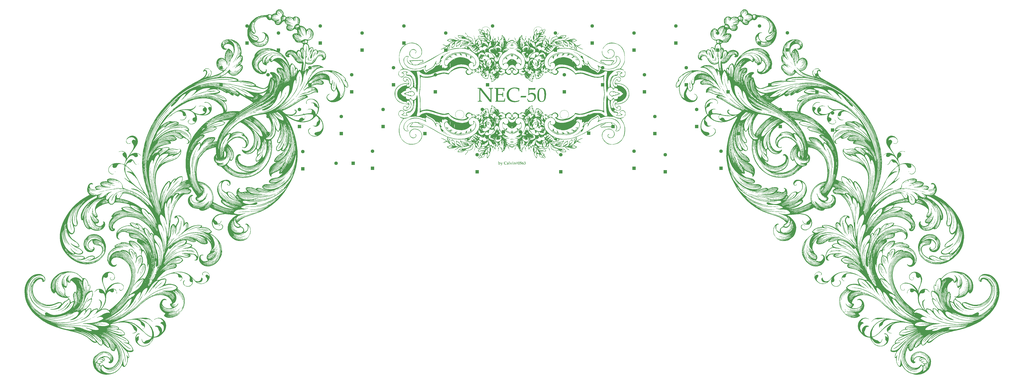
<source format=gbr>
%TF.GenerationSoftware,KiCad,Pcbnew,(7.0.0)*%
%TF.CreationDate,2023-04-22T17:12:04+02:00*%
%TF.ProjectId,NEC,4e45432e-6b69-4636-9164-5f7063625858,rev?*%
%TF.SameCoordinates,Original*%
%TF.FileFunction,Legend,Top*%
%TF.FilePolarity,Positive*%
%FSLAX46Y46*%
G04 Gerber Fmt 4.6, Leading zero omitted, Abs format (unit mm)*
G04 Created by KiCad (PCBNEW (7.0.0)) date 2023-04-22 17:12:04*
%MOMM*%
%LPD*%
G01*
G04 APERTURE LIST*
%ADD10C,0.812500*%
%ADD11C,0.260000*%
%ADD12C,0.120000*%
%ADD13R,1.600000X1.600000*%
%ADD14C,1.600000*%
G04 APERTURE END LIST*
D10*
G36*
X144756202Y-63982500D02*
G01*
X144716512Y-63939635D01*
X144716512Y-63715786D01*
X144756202Y-63677684D01*
X144822731Y-63676171D01*
X144901009Y-63673373D01*
X144973861Y-63669567D01*
X145041287Y-63664753D01*
X145115035Y-63657646D01*
X145180969Y-63649088D01*
X145191198Y-63647520D01*
X145257193Y-63634042D01*
X145319034Y-63614544D01*
X145375963Y-63584033D01*
X145402346Y-63558616D01*
X145433378Y-63501686D01*
X145452076Y-63438214D01*
X145463336Y-63368629D01*
X145464262Y-63360169D01*
X145470215Y-63296858D01*
X145475176Y-63225595D01*
X145479145Y-63156473D01*
X145483114Y-63076586D01*
X145486091Y-63009605D01*
X145489067Y-62936569D01*
X145492044Y-62857477D01*
X145495021Y-62772329D01*
X145496013Y-62742601D01*
X145498850Y-62654820D01*
X145501408Y-62571868D01*
X145503687Y-62493743D01*
X145505687Y-62420446D01*
X145507408Y-62351977D01*
X145508850Y-62288336D01*
X145510339Y-62210991D01*
X145511331Y-62142229D01*
X145511873Y-62068346D01*
X145511889Y-62055179D01*
X145511889Y-58491065D01*
X145509873Y-58423485D01*
X145502134Y-58349960D01*
X145488590Y-58284696D01*
X145465452Y-58218994D01*
X145429335Y-58157674D01*
X145384287Y-58108657D01*
X145331699Y-58069563D01*
X145271569Y-58040392D01*
X145203899Y-58021142D01*
X145131740Y-58009780D01*
X145068384Y-58003059D01*
X144995183Y-57997501D01*
X144929534Y-57993891D01*
X144857585Y-57991026D01*
X144779335Y-57988905D01*
X144716512Y-57987803D01*
X144681585Y-57949701D01*
X144681585Y-57725853D01*
X144716512Y-57682988D01*
X144791854Y-57682988D01*
X144863884Y-57682988D01*
X144932603Y-57682988D01*
X144998010Y-57682988D01*
X145089911Y-57682988D01*
X145174361Y-57682988D01*
X145251360Y-57682988D01*
X145320908Y-57682988D01*
X145402048Y-57682988D01*
X145469942Y-57682988D01*
X145524590Y-57682988D01*
X145607719Y-57682988D01*
X145688029Y-57682988D01*
X145765522Y-57682988D01*
X145840195Y-57682988D01*
X145912050Y-57682988D01*
X145981087Y-57682988D01*
X146047304Y-57682988D01*
X146131210Y-57682988D01*
X146210106Y-57682988D01*
X146265989Y-57682988D01*
X147690047Y-59532517D01*
X149784063Y-62159959D01*
X149831547Y-62219500D01*
X149879144Y-62278656D01*
X149926852Y-62337427D01*
X149974671Y-62395814D01*
X150022603Y-62453816D01*
X150070645Y-62511434D01*
X150118800Y-62568668D01*
X150167066Y-62625517D01*
X150215444Y-62681981D01*
X150263933Y-62738061D01*
X150312534Y-62793757D01*
X150361247Y-62849068D01*
X150410071Y-62903994D01*
X150459007Y-62958536D01*
X150508054Y-63012694D01*
X150557213Y-63066467D01*
X150557213Y-59624596D01*
X150556655Y-59551742D01*
X150555337Y-59471587D01*
X150553725Y-59394739D01*
X150552190Y-59329679D01*
X150550376Y-59258257D01*
X150548283Y-59180471D01*
X150545911Y-59096324D01*
X150543260Y-59005813D01*
X150541338Y-58941938D01*
X150539328Y-58878143D01*
X150536221Y-58788056D01*
X150533003Y-58704694D01*
X150529673Y-58628058D01*
X150526231Y-58558147D01*
X150521468Y-58475394D01*
X150516507Y-58404598D01*
X150510026Y-58332917D01*
X150503236Y-58279918D01*
X150490039Y-58215124D01*
X150467683Y-58150598D01*
X150432260Y-58097315D01*
X150425444Y-58090996D01*
X150369929Y-58057657D01*
X150302519Y-58035331D01*
X150234749Y-58021043D01*
X150215884Y-58017967D01*
X150143269Y-58007842D01*
X150072684Y-58000735D01*
X150007979Y-57995921D01*
X149937926Y-57992115D01*
X149862524Y-57989316D01*
X149798351Y-57987803D01*
X149761837Y-57949701D01*
X149761837Y-57725853D01*
X149798351Y-57682988D01*
X149868657Y-57682988D01*
X149944433Y-57682988D01*
X150025678Y-57682988D01*
X150112394Y-57682988D01*
X150204579Y-57682988D01*
X150269074Y-57682988D01*
X150336000Y-57682988D01*
X150405358Y-57682988D01*
X150477146Y-57682988D01*
X150551365Y-57682988D01*
X150628016Y-57682988D01*
X150707097Y-57682988D01*
X150788609Y-57682988D01*
X150830277Y-57682988D01*
X150905377Y-57682988D01*
X150977872Y-57682988D01*
X151047763Y-57682988D01*
X151115049Y-57682988D01*
X151179730Y-57682988D01*
X151271869Y-57682988D01*
X151358147Y-57682988D01*
X151438564Y-57682988D01*
X151513122Y-57682988D01*
X151581819Y-57682988D01*
X151664298Y-57682988D01*
X151719321Y-57682988D01*
X151759010Y-57725853D01*
X151759010Y-57949701D01*
X151722496Y-57987803D01*
X151651129Y-57989366D01*
X151583881Y-57991673D01*
X151505610Y-57995603D01*
X151433774Y-58000696D01*
X151368371Y-58006952D01*
X151298382Y-58015993D01*
X151266861Y-58021142D01*
X151202407Y-58035544D01*
X151136283Y-58059641D01*
X151081045Y-58097620D01*
X151065239Y-58117984D01*
X151038820Y-58176923D01*
X151021921Y-58239682D01*
X151010689Y-58306770D01*
X151009673Y-58314844D01*
X151003346Y-58388197D01*
X150998734Y-58461522D01*
X150994988Y-58532739D01*
X150991193Y-58615120D01*
X150988314Y-58684231D01*
X150985407Y-58759620D01*
X150982472Y-58841289D01*
X150979509Y-58929237D01*
X150976672Y-59017938D01*
X150974114Y-59101868D01*
X150971835Y-59181025D01*
X150969835Y-59255410D01*
X150968114Y-59325023D01*
X150966672Y-59389864D01*
X150965184Y-59468896D01*
X150964192Y-59539444D01*
X150963649Y-59615699D01*
X150963633Y-59629359D01*
X150963633Y-61748777D01*
X150968396Y-62975975D01*
X150969395Y-63051397D01*
X150970405Y-63126844D01*
X150971429Y-63202316D01*
X150972464Y-63277813D01*
X150973512Y-63353335D01*
X150974573Y-63428881D01*
X150975646Y-63504452D01*
X150976731Y-63580048D01*
X150977829Y-63655669D01*
X150978939Y-63731315D01*
X150980061Y-63806985D01*
X150981196Y-63882681D01*
X150982343Y-63958401D01*
X150983503Y-64034145D01*
X150984675Y-64109915D01*
X150985860Y-64185710D01*
X150925184Y-64164476D01*
X150854289Y-64142051D01*
X150773174Y-64118436D01*
X150705630Y-64099943D01*
X150632338Y-64080781D01*
X150553297Y-64060948D01*
X150468507Y-64040446D01*
X150377969Y-64019274D01*
X150314416Y-64004788D01*
X150248308Y-63990003D01*
X150214296Y-63982500D01*
X149896781Y-63607831D01*
X148945821Y-62445724D01*
X145918309Y-58660936D01*
X145918309Y-62050416D01*
X145918697Y-62122168D01*
X145919565Y-62190731D01*
X145920929Y-62269217D01*
X145922278Y-62334593D01*
X145923906Y-62405550D01*
X145925813Y-62482089D01*
X145927999Y-62564209D01*
X145930464Y-62651910D01*
X145933208Y-62745193D01*
X145934185Y-62777527D01*
X145936194Y-62841018D01*
X145939301Y-62930254D01*
X145942520Y-63012291D01*
X145945850Y-63087127D01*
X145949292Y-63154763D01*
X145954054Y-63233745D01*
X145959015Y-63299928D01*
X145965496Y-63364655D01*
X145972287Y-63409384D01*
X145987418Y-63471336D01*
X146010798Y-63532405D01*
X146029439Y-63561791D01*
X146081462Y-63599093D01*
X146142226Y-63624674D01*
X146183435Y-63637995D01*
X146247530Y-63651832D01*
X146321576Y-63661395D01*
X146396753Y-63667743D01*
X146465714Y-63671762D01*
X146542513Y-63674838D01*
X146627150Y-63676971D01*
X146672409Y-63677684D01*
X146708923Y-63715786D01*
X146708923Y-63944398D01*
X146672409Y-63982500D01*
X146592999Y-63982500D01*
X146519425Y-63982500D01*
X146436920Y-63982500D01*
X146369181Y-63982500D01*
X146296419Y-63982500D01*
X146218634Y-63982500D01*
X146135826Y-63982500D01*
X146047994Y-63982500D01*
X145955140Y-63982500D01*
X145923072Y-63982500D01*
X145840375Y-63982500D01*
X145758981Y-63982500D01*
X145678889Y-63982500D01*
X145600099Y-63982500D01*
X145522611Y-63982500D01*
X145446426Y-63982500D01*
X145371543Y-63982500D01*
X145297963Y-63982500D01*
X145225684Y-63982500D01*
X145154709Y-63982500D01*
X145085035Y-63982500D01*
X145016664Y-63982500D01*
X144949595Y-63982500D01*
X144883828Y-63982500D01*
X144819364Y-63982500D01*
X144756202Y-63982500D01*
G37*
G36*
X152351177Y-57716327D02*
G01*
X152387691Y-57682988D01*
X152482267Y-57682988D01*
X152574691Y-57682988D01*
X152664963Y-57682988D01*
X152753083Y-57682988D01*
X152839051Y-57682988D01*
X152922867Y-57682988D01*
X153004531Y-57682988D01*
X153084043Y-57682988D01*
X153161403Y-57682988D01*
X153236612Y-57682988D01*
X153309668Y-57682988D01*
X153380573Y-57682988D01*
X153449326Y-57682988D01*
X153515926Y-57682988D01*
X153580375Y-57682988D01*
X153702817Y-57682988D01*
X153816652Y-57682988D01*
X153921878Y-57682988D01*
X154018497Y-57682988D01*
X154106509Y-57682988D01*
X154185912Y-57682988D01*
X154256709Y-57682988D01*
X154346763Y-57682988D01*
X154438032Y-57682988D01*
X154528671Y-57682988D01*
X154618681Y-57682988D01*
X154708061Y-57682988D01*
X154796812Y-57682988D01*
X154884934Y-57682988D01*
X154972426Y-57682988D01*
X155059288Y-57682988D01*
X155145521Y-57682988D01*
X155231125Y-57682988D01*
X155316099Y-57682988D01*
X155400444Y-57682988D01*
X155484159Y-57682988D01*
X155567245Y-57682988D01*
X155649702Y-57682988D01*
X155731529Y-57682988D01*
X155812726Y-57682988D01*
X155893294Y-57682988D01*
X155973233Y-57682988D01*
X156052542Y-57682988D01*
X156131222Y-57682988D01*
X156209272Y-57682988D01*
X156286693Y-57682988D01*
X156363484Y-57682988D01*
X156439646Y-57682988D01*
X156515178Y-57682988D01*
X156590081Y-57682988D01*
X156664355Y-57682988D01*
X156737999Y-57682988D01*
X156811014Y-57682988D01*
X156883399Y-57682988D01*
X156955155Y-57682988D01*
X156977381Y-57714740D01*
X156957046Y-57800018D01*
X156937716Y-57893919D01*
X156925388Y-57961310D01*
X156913506Y-58032534D01*
X156902070Y-58107591D01*
X156891081Y-58186480D01*
X156880539Y-58269201D01*
X156870443Y-58355755D01*
X156860793Y-58446142D01*
X156851590Y-58540361D01*
X156842834Y-58638413D01*
X156834524Y-58740297D01*
X156826660Y-58846013D01*
X156819243Y-58955562D01*
X156812273Y-59068944D01*
X156785284Y-59105458D01*
X156566198Y-59105458D01*
X156526509Y-59070532D01*
X156531229Y-59006418D01*
X156531271Y-59000678D01*
X156530755Y-58930749D01*
X156529206Y-58861461D01*
X156526625Y-58792815D01*
X156523011Y-58724812D01*
X156518364Y-58657450D01*
X156512685Y-58590729D01*
X156505974Y-58524651D01*
X156498230Y-58459215D01*
X156489453Y-58394420D01*
X156479644Y-58330267D01*
X156472531Y-58287855D01*
X156398882Y-58258262D01*
X156318437Y-58231397D01*
X156253642Y-58213039D01*
X156185024Y-58196216D01*
X156112583Y-58180928D01*
X156036319Y-58167175D01*
X155956231Y-58154956D01*
X155872321Y-58144273D01*
X155784587Y-58135124D01*
X155693030Y-58127510D01*
X155602022Y-58120701D01*
X155515339Y-58114561D01*
X155432982Y-58109092D01*
X155354950Y-58104292D01*
X155281244Y-58100161D01*
X155211863Y-58096701D01*
X155146808Y-58093910D01*
X155066797Y-58091231D01*
X154994475Y-58089743D01*
X154945280Y-58089408D01*
X154877467Y-58089827D01*
X154806194Y-58091082D01*
X154731460Y-58093175D01*
X154653265Y-58096106D01*
X154571610Y-58099873D01*
X154486495Y-58104478D01*
X154397919Y-58109919D01*
X154305883Y-58116198D01*
X154210387Y-58123315D01*
X154144800Y-58128524D01*
X154077675Y-58134105D01*
X154043536Y-58137035D01*
X154026072Y-58830807D01*
X154013372Y-59623009D01*
X153999084Y-60502527D01*
X154088906Y-60507067D01*
X154177389Y-60511160D01*
X154264532Y-60514806D01*
X154350335Y-60518006D01*
X154434799Y-60520760D01*
X154517924Y-60523067D01*
X154599709Y-60524927D01*
X154680155Y-60526341D01*
X154759261Y-60527309D01*
X154837027Y-60527829D01*
X154888128Y-60527929D01*
X154964038Y-60527691D01*
X155037577Y-60526980D01*
X155108744Y-60525794D01*
X155177538Y-60524133D01*
X155243961Y-60521999D01*
X155308011Y-60519389D01*
X155389722Y-60515172D01*
X155467215Y-60510112D01*
X155540492Y-60504208D01*
X155575549Y-60500940D01*
X155641037Y-60494143D01*
X155712850Y-60485507D01*
X155784291Y-60474940D01*
X155847323Y-60462329D01*
X155899415Y-60443787D01*
X155943298Y-60396952D01*
X155969344Y-60336177D01*
X155970856Y-60331069D01*
X155985275Y-60265767D01*
X155996140Y-60195219D01*
X156003898Y-60131629D01*
X156011321Y-60058886D01*
X156013721Y-60032604D01*
X156031184Y-59751603D01*
X156066111Y-59715088D01*
X156272496Y-59715088D01*
X156307423Y-59751603D01*
X156305609Y-59846588D01*
X156303739Y-59941628D01*
X156301814Y-60036725D01*
X156299832Y-60131877D01*
X156297795Y-60227086D01*
X156296406Y-60290589D01*
X156294992Y-60354117D01*
X156293553Y-60417669D01*
X156292090Y-60481247D01*
X156290601Y-60544849D01*
X156289088Y-60608477D01*
X156287550Y-60672129D01*
X156285987Y-60735805D01*
X156285197Y-60767653D01*
X156307423Y-61812280D01*
X156272496Y-61848794D01*
X156066111Y-61848794D01*
X156031184Y-61812280D01*
X155999433Y-61532866D01*
X155989833Y-61455992D01*
X155980878Y-61387305D01*
X155970591Y-61312957D01*
X155959577Y-61240623D01*
X155947149Y-61172828D01*
X155940692Y-61147084D01*
X155911322Y-61087947D01*
X155866088Y-61043365D01*
X155858138Y-61037541D01*
X155798449Y-61009790D01*
X155732867Y-60992762D01*
X155661053Y-60979739D01*
X155590209Y-60969995D01*
X155526334Y-60962925D01*
X155456133Y-60956228D01*
X155379682Y-60950423D01*
X155296979Y-60945511D01*
X155230849Y-60942414D01*
X155161203Y-60939818D01*
X155088042Y-60937725D01*
X155011363Y-60936135D01*
X154931169Y-60935046D01*
X154847458Y-60934460D01*
X154789698Y-60934349D01*
X154720737Y-60934696D01*
X154643244Y-60935738D01*
X154579523Y-60936975D01*
X154511003Y-60938603D01*
X154437683Y-60940622D01*
X154359563Y-60943031D01*
X154276643Y-60945831D01*
X154188923Y-60949021D01*
X154096403Y-60952603D01*
X154032057Y-60955207D01*
X153999084Y-60956575D01*
X153995112Y-61030909D01*
X153991530Y-61114006D01*
X153988340Y-61205865D01*
X153986429Y-61271973D01*
X153984693Y-61341975D01*
X153983130Y-61415872D01*
X153981741Y-61493663D01*
X153980526Y-61575349D01*
X153979484Y-61660929D01*
X153978616Y-61750404D01*
X153977921Y-61843774D01*
X153977400Y-61941038D01*
X153977053Y-62042196D01*
X153976879Y-62147249D01*
X153976857Y-62201236D01*
X153976944Y-62316187D01*
X153977205Y-62427268D01*
X153977639Y-62534479D01*
X153978247Y-62637821D01*
X153979028Y-62737292D01*
X153979983Y-62832894D01*
X153981112Y-62924626D01*
X153982414Y-63012489D01*
X153983890Y-63096482D01*
X153985540Y-63176605D01*
X153987363Y-63252858D01*
X153989360Y-63325242D01*
X153991530Y-63393756D01*
X153993874Y-63458400D01*
X153997716Y-63548111D01*
X153999084Y-63576079D01*
X154821449Y-63576079D01*
X154888425Y-63576055D01*
X154953814Y-63575980D01*
X155017614Y-63575856D01*
X155140453Y-63575459D01*
X155256942Y-63574864D01*
X155367080Y-63574070D01*
X155470868Y-63573078D01*
X155568306Y-63571887D01*
X155659393Y-63570498D01*
X155744130Y-63568910D01*
X155822517Y-63567124D01*
X155894553Y-63565140D01*
X155960239Y-63562957D01*
X156046861Y-63559311D01*
X156119195Y-63555218D01*
X156177241Y-63550678D01*
X156245085Y-63542765D01*
X156312086Y-63532520D01*
X156378244Y-63519944D01*
X156443558Y-63505035D01*
X156508028Y-63487795D01*
X156571655Y-63468223D01*
X156634439Y-63446320D01*
X156696379Y-63422084D01*
X156719499Y-63354612D01*
X156741136Y-63282129D01*
X156761980Y-63207402D01*
X156780498Y-63138243D01*
X156800653Y-63060749D01*
X156816843Y-62997159D01*
X156828148Y-62952161D01*
X156844716Y-62885232D01*
X156859888Y-62823158D01*
X156877946Y-62747946D01*
X156893524Y-62681367D01*
X156909509Y-62610283D01*
X156923574Y-62542786D01*
X156932929Y-62488588D01*
X156977381Y-62458424D01*
X157191704Y-62458424D01*
X157228218Y-62488588D01*
X157215397Y-62554448D01*
X157202730Y-62633951D01*
X157192709Y-62707376D01*
X157182786Y-62789533D01*
X157175410Y-62856882D01*
X157168089Y-62929141D01*
X157160824Y-63006312D01*
X157153614Y-63088395D01*
X157148839Y-63145846D01*
X157142030Y-63232473D01*
X157135891Y-63316727D01*
X157130421Y-63398610D01*
X157125621Y-63478121D01*
X157121491Y-63555259D01*
X157118030Y-63630026D01*
X157115240Y-63702421D01*
X157113119Y-63772443D01*
X157111668Y-63840093D01*
X157110886Y-63905372D01*
X157110737Y-63947573D01*
X157080573Y-63982500D01*
X156971948Y-63982500D01*
X156859205Y-63982500D01*
X156742345Y-63982500D01*
X156621366Y-63982500D01*
X156496270Y-63982500D01*
X156432178Y-63982500D01*
X156367056Y-63982500D01*
X156300905Y-63982500D01*
X156233724Y-63982500D01*
X156165514Y-63982500D01*
X156096275Y-63982500D01*
X156026006Y-63982500D01*
X155954707Y-63982500D01*
X155882380Y-63982500D01*
X155809022Y-63982500D01*
X155734636Y-63982500D01*
X155659219Y-63982500D01*
X155582774Y-63982500D01*
X155505299Y-63982500D01*
X155426794Y-63982500D01*
X155347260Y-63982500D01*
X155266697Y-63982500D01*
X155185104Y-63982500D01*
X155102482Y-63982500D01*
X155018830Y-63982500D01*
X154934149Y-63982500D01*
X154848438Y-63982500D01*
X153632353Y-63982500D01*
X153552568Y-63982500D01*
X153472169Y-63982500D01*
X153391156Y-63982500D01*
X153309529Y-63982500D01*
X153227288Y-63982500D01*
X153144433Y-63982500D01*
X153060964Y-63982500D01*
X152976881Y-63982500D01*
X152892185Y-63982500D01*
X152806874Y-63982500D01*
X152749659Y-63982500D01*
X152713145Y-63950748D01*
X152713145Y-63818979D01*
X152748072Y-63779289D01*
X152810434Y-63747513D01*
X152878480Y-63712188D01*
X152935518Y-63681746D01*
X152996878Y-63647333D01*
X153049712Y-63612594D01*
X153067870Y-63551670D01*
X153076279Y-63488018D01*
X153084241Y-63402240D01*
X153089920Y-63323385D01*
X153095348Y-63232083D01*
X153098827Y-63164301D01*
X153102195Y-63090987D01*
X153105451Y-63012142D01*
X153108595Y-62927764D01*
X153111627Y-62837855D01*
X153114703Y-62746359D01*
X153117581Y-62657616D01*
X153120260Y-62571626D01*
X153122740Y-62488390D01*
X153125022Y-62407907D01*
X153127106Y-62330178D01*
X153128991Y-62255202D01*
X153130678Y-62182979D01*
X153132167Y-62113510D01*
X153133456Y-62046795D01*
X153134548Y-61982833D01*
X153135813Y-61892052D01*
X153136632Y-61807467D01*
X153137004Y-61729078D01*
X153137028Y-61704324D01*
X153137028Y-60077056D01*
X153132266Y-59070532D01*
X153132117Y-58990284D01*
X153131670Y-58913857D01*
X153130926Y-58841251D01*
X153129884Y-58772464D01*
X153128545Y-58707497D01*
X153126452Y-58631661D01*
X153123894Y-58561793D01*
X153122740Y-58535518D01*
X153119261Y-58462253D01*
X153114778Y-58397249D01*
X153108277Y-58331852D01*
X153097910Y-58264290D01*
X153092576Y-58240228D01*
X153073207Y-58176902D01*
X153042064Y-58118633D01*
X153040186Y-58116397D01*
X152990202Y-58077080D01*
X152946519Y-58057657D01*
X152879464Y-58038328D01*
X152814930Y-58026482D01*
X152745126Y-58017006D01*
X152725846Y-58014792D01*
X152387691Y-57987803D01*
X152351177Y-57954464D01*
X152351177Y-57716327D01*
G37*
G36*
X163810319Y-63263326D02*
G01*
X163642035Y-63652283D01*
X163579988Y-63685101D01*
X163517677Y-63716878D01*
X163455103Y-63747612D01*
X163392265Y-63777305D01*
X163329163Y-63805956D01*
X163265798Y-63833565D01*
X163202169Y-63860132D01*
X163138277Y-63885657D01*
X163074121Y-63910141D01*
X163009702Y-63933582D01*
X162945019Y-63955982D01*
X162880072Y-63977340D01*
X162814862Y-63997656D01*
X162749388Y-64016930D01*
X162683651Y-64035162D01*
X162617650Y-64052353D01*
X162551386Y-64068502D01*
X162484858Y-64083608D01*
X162418067Y-64097673D01*
X162351012Y-64110696D01*
X162283693Y-64122678D01*
X162216111Y-64133617D01*
X162148265Y-64143515D01*
X162080156Y-64152370D01*
X162011783Y-64160184D01*
X161943147Y-64166956D01*
X161874247Y-64172686D01*
X161805083Y-64177375D01*
X161735656Y-64181021D01*
X161665965Y-64183626D01*
X161596011Y-64185189D01*
X161525793Y-64185710D01*
X161425574Y-64184803D01*
X161326540Y-64182082D01*
X161228690Y-64177547D01*
X161132024Y-64171198D01*
X161036543Y-64163035D01*
X160942247Y-64153059D01*
X160849134Y-64141268D01*
X160757207Y-64127664D01*
X160666464Y-64112245D01*
X160576905Y-64095013D01*
X160488531Y-64075967D01*
X160401341Y-64055106D01*
X160315336Y-64032432D01*
X160230515Y-64007944D01*
X160146879Y-63981642D01*
X160064427Y-63953526D01*
X159983160Y-63923596D01*
X159903077Y-63891852D01*
X159824179Y-63858295D01*
X159746465Y-63822923D01*
X159669936Y-63785737D01*
X159594591Y-63746738D01*
X159520430Y-63705924D01*
X159447455Y-63663297D01*
X159375663Y-63618856D01*
X159305056Y-63572600D01*
X159235634Y-63524531D01*
X159167396Y-63474648D01*
X159100342Y-63422951D01*
X159034473Y-63369440D01*
X158969789Y-63314115D01*
X158906289Y-63256976D01*
X158844364Y-63198274D01*
X158784405Y-63138460D01*
X158726412Y-63077532D01*
X158670385Y-63015491D01*
X158616323Y-62952336D01*
X158564228Y-62888069D01*
X158514098Y-62822688D01*
X158465934Y-62756194D01*
X158419736Y-62688587D01*
X158375504Y-62619867D01*
X158333238Y-62550034D01*
X158292938Y-62479087D01*
X158254603Y-62407028D01*
X158218235Y-62333855D01*
X158183832Y-62259569D01*
X158151395Y-62184170D01*
X158120924Y-62107658D01*
X158092419Y-62030032D01*
X158065880Y-61951294D01*
X158041307Y-61871442D01*
X158018699Y-61790477D01*
X157998057Y-61708399D01*
X157979382Y-61625207D01*
X157962672Y-61540903D01*
X157947928Y-61455485D01*
X157935150Y-61368955D01*
X157924337Y-61281311D01*
X157915491Y-61192554D01*
X157908610Y-61102683D01*
X157903696Y-61011700D01*
X157900747Y-60919603D01*
X157899764Y-60826393D01*
X157900254Y-60762053D01*
X157901724Y-60698221D01*
X157907603Y-60572083D01*
X157917401Y-60447979D01*
X157931119Y-60325909D01*
X157948756Y-60205873D01*
X157970312Y-60087872D01*
X157995788Y-59971904D01*
X158025183Y-59857971D01*
X158058497Y-59746071D01*
X158095731Y-59636206D01*
X158136884Y-59528374D01*
X158181956Y-59422577D01*
X158230948Y-59318814D01*
X158283859Y-59217085D01*
X158340689Y-59117390D01*
X158401439Y-59019729D01*
X158465599Y-58924611D01*
X158532265Y-58832544D01*
X158601436Y-58743528D01*
X158673113Y-58657563D01*
X158747295Y-58574649D01*
X158823983Y-58494786D01*
X158903176Y-58417975D01*
X158984874Y-58344214D01*
X159069078Y-58273505D01*
X159155787Y-58205847D01*
X159245001Y-58141240D01*
X159336721Y-58079684D01*
X159430946Y-58021179D01*
X159527677Y-57965726D01*
X159626913Y-57913323D01*
X159728654Y-57863972D01*
X159832436Y-57817448D01*
X159937793Y-57773926D01*
X160044725Y-57733406D01*
X160153232Y-57695887D01*
X160263315Y-57661370D01*
X160374973Y-57629854D01*
X160488205Y-57601339D01*
X160603013Y-57575826D01*
X160719396Y-57553315D01*
X160837355Y-57533805D01*
X160956888Y-57517297D01*
X161077997Y-57503790D01*
X161200681Y-57493285D01*
X161324940Y-57485781D01*
X161450774Y-57481279D01*
X161514282Y-57480153D01*
X161578183Y-57479778D01*
X161652353Y-57480280D01*
X161726424Y-57481787D01*
X161800395Y-57484299D01*
X161874267Y-57487815D01*
X161948040Y-57492336D01*
X162021713Y-57497861D01*
X162095287Y-57504392D01*
X162168763Y-57511926D01*
X162242138Y-57520466D01*
X162315415Y-57530010D01*
X162388593Y-57540559D01*
X162461671Y-57552112D01*
X162534650Y-57564670D01*
X162607530Y-57578233D01*
X162680310Y-57592800D01*
X162752991Y-57608372D01*
X162824867Y-57624446D01*
X162895229Y-57640917D01*
X162964077Y-57657785D01*
X163031413Y-57675050D01*
X163097236Y-57692712D01*
X163161545Y-57710771D01*
X163224341Y-57729226D01*
X163285624Y-57748079D01*
X163374711Y-57777102D01*
X163460394Y-57807018D01*
X163542672Y-57837827D01*
X163621546Y-57869528D01*
X163697015Y-57902123D01*
X163721414Y-57913187D01*
X163753166Y-57957639D01*
X163727591Y-58030444D01*
X163708703Y-58099862D01*
X163690066Y-58181978D01*
X163671680Y-58276790D01*
X163659562Y-58347053D01*
X163647556Y-58422959D01*
X163635662Y-58504509D01*
X163623879Y-58591701D01*
X163612208Y-58684538D01*
X163600648Y-58783017D01*
X163589200Y-58887140D01*
X163577864Y-58996906D01*
X163566639Y-59112316D01*
X163561069Y-59172137D01*
X163529317Y-59207063D01*
X163319757Y-59207063D01*
X163284830Y-59172137D01*
X163238790Y-58425975D01*
X163176568Y-58379324D01*
X163111945Y-58334627D01*
X163044923Y-58291883D01*
X162975501Y-58251093D01*
X162903678Y-58212256D01*
X162829456Y-58175373D01*
X162752833Y-58140443D01*
X162673811Y-58107467D01*
X162592389Y-58076444D01*
X162508566Y-58047374D01*
X162451352Y-58029080D01*
X162364394Y-58003546D01*
X162276768Y-57980523D01*
X162188471Y-57960011D01*
X162099504Y-57942011D01*
X162009868Y-57926523D01*
X161919562Y-57913547D01*
X161828587Y-57903082D01*
X161736941Y-57895128D01*
X161644626Y-57889686D01*
X161551641Y-57886756D01*
X161489279Y-57886198D01*
X161395624Y-57887476D01*
X161303185Y-57891308D01*
X161211961Y-57897696D01*
X161121953Y-57906638D01*
X161033160Y-57918136D01*
X160945583Y-57932188D01*
X160859221Y-57948796D01*
X160774075Y-57967958D01*
X160690144Y-57989676D01*
X160607429Y-58013948D01*
X160525929Y-58040776D01*
X160445645Y-58070159D01*
X160366576Y-58102096D01*
X160288722Y-58136589D01*
X160212084Y-58173637D01*
X160136662Y-58213239D01*
X160062896Y-58255267D01*
X159991225Y-58299589D01*
X159921651Y-58346205D01*
X159854172Y-58395116D01*
X159788790Y-58446322D01*
X159725504Y-58499822D01*
X159664314Y-58555617D01*
X159605220Y-58613706D01*
X159548222Y-58674090D01*
X159493321Y-58736768D01*
X159440515Y-58801741D01*
X159389806Y-58869008D01*
X159341192Y-58938570D01*
X159294675Y-59010427D01*
X159250254Y-59084578D01*
X159207929Y-59161024D01*
X159167942Y-59239702D01*
X159130534Y-59320550D01*
X159095707Y-59403570D01*
X159063459Y-59488759D01*
X159033791Y-59576120D01*
X159006703Y-59665650D01*
X158982195Y-59757352D01*
X158960266Y-59851223D01*
X158940918Y-59947266D01*
X158924149Y-60045478D01*
X158909960Y-60145862D01*
X158898351Y-60248416D01*
X158889322Y-60353140D01*
X158882872Y-60460035D01*
X158879002Y-60569100D01*
X158877712Y-60680336D01*
X158879226Y-60792385D01*
X158883765Y-60902696D01*
X158891331Y-61011272D01*
X158901923Y-61118111D01*
X158915541Y-61223214D01*
X158932186Y-61326580D01*
X158951857Y-61428210D01*
X158974555Y-61528103D01*
X159000278Y-61626260D01*
X159029028Y-61722681D01*
X159060805Y-61817365D01*
X159095607Y-61910313D01*
X159133437Y-62001524D01*
X159174292Y-62090999D01*
X159218174Y-62178737D01*
X159265081Y-62264740D01*
X159314805Y-62348646D01*
X159366736Y-62430096D01*
X159420875Y-62509090D01*
X159477222Y-62585629D01*
X159535776Y-62659712D01*
X159596538Y-62731339D01*
X159659508Y-62800510D01*
X159724685Y-62867226D01*
X159792071Y-62931485D01*
X159861664Y-62993289D01*
X159933464Y-63052637D01*
X160007473Y-63109530D01*
X160083689Y-63163966D01*
X160162113Y-63215947D01*
X160242745Y-63265472D01*
X160325584Y-63312541D01*
X160410600Y-63356758D01*
X160497365Y-63398122D01*
X160585879Y-63436633D01*
X160676141Y-63472291D01*
X160768152Y-63505097D01*
X160861913Y-63535050D01*
X160957422Y-63562151D01*
X161054679Y-63586399D01*
X161153686Y-63607794D01*
X161254441Y-63626336D01*
X161356946Y-63642026D01*
X161461199Y-63654863D01*
X161567201Y-63664847D01*
X161674951Y-63671979D01*
X161784451Y-63676258D01*
X161895699Y-63677684D01*
X161970121Y-63677057D01*
X162043958Y-63675173D01*
X162117208Y-63672033D01*
X162189872Y-63667638D01*
X162261951Y-63661987D01*
X162333443Y-63655080D01*
X162404349Y-63646917D01*
X162474669Y-63637499D01*
X162544403Y-63626825D01*
X162613551Y-63614894D01*
X162659324Y-63606243D01*
X162726998Y-63592271D01*
X162792495Y-63577741D01*
X162855815Y-63562653D01*
X162936856Y-63541667D01*
X163014027Y-63519689D01*
X163087329Y-63496719D01*
X163156760Y-63472757D01*
X163222322Y-63447802D01*
X163268954Y-63428435D01*
X163329382Y-63401123D01*
X163389214Y-63372373D01*
X163448450Y-63342184D01*
X163507091Y-63310557D01*
X163565137Y-63277491D01*
X163622588Y-63242986D01*
X163679443Y-63207042D01*
X163735703Y-63169659D01*
X163810319Y-63263326D01*
G37*
G36*
X164235790Y-62052004D02*
G01*
X164235790Y-61985326D01*
X164435825Y-61340769D01*
X166825130Y-61340769D01*
X166825130Y-61412210D01*
X166610807Y-62052004D01*
X164235790Y-62052004D01*
G37*
G36*
X167647496Y-63858668D02*
G01*
X167625543Y-63789474D01*
X167599571Y-63712270D01*
X167569581Y-63627057D01*
X167547355Y-63565799D01*
X167523342Y-63500981D01*
X167497544Y-63432604D01*
X167469960Y-63360666D01*
X167440590Y-63285170D01*
X167409434Y-63206113D01*
X167376491Y-63123497D01*
X167341763Y-63037321D01*
X167305249Y-62947586D01*
X167266948Y-62854291D01*
X167226862Y-62757436D01*
X167206149Y-62707674D01*
X167215675Y-62648934D01*
X167371257Y-62560029D01*
X167425235Y-62572730D01*
X167470388Y-62654986D01*
X167513370Y-62732678D01*
X167554182Y-62805806D01*
X167592824Y-62874370D01*
X167629295Y-62938369D01*
X167663595Y-62997804D01*
X167695725Y-63052675D01*
X167739850Y-63126423D01*
X167779091Y-63189901D01*
X167823816Y-63258564D01*
X167867514Y-63318718D01*
X167887220Y-63341118D01*
X167938672Y-63382303D01*
X168000551Y-63420145D01*
X168064651Y-63453470D01*
X168124135Y-63481302D01*
X168190913Y-63510176D01*
X168264983Y-63540092D01*
X168304754Y-63555441D01*
X168366097Y-63577287D01*
X168428082Y-63596985D01*
X168490709Y-63614533D01*
X168553979Y-63629933D01*
X168617889Y-63643184D01*
X168682442Y-63654286D01*
X168747637Y-63663240D01*
X168813473Y-63670044D01*
X168879951Y-63674700D01*
X168947072Y-63677207D01*
X168992175Y-63677684D01*
X169075807Y-63675968D01*
X169157624Y-63670819D01*
X169237628Y-63662238D01*
X169315818Y-63650224D01*
X169392194Y-63634778D01*
X169466756Y-63615899D01*
X169539504Y-63593588D01*
X169610438Y-63567844D01*
X169679558Y-63538667D01*
X169746864Y-63506059D01*
X169790727Y-63482412D01*
X169854638Y-63444166D01*
X169915395Y-63402655D01*
X169972999Y-63357879D01*
X170027450Y-63309838D01*
X170078747Y-63258531D01*
X170126891Y-63203960D01*
X170171881Y-63146123D01*
X170213717Y-63085022D01*
X170252401Y-63020655D01*
X170287931Y-62953023D01*
X170309865Y-62906121D01*
X170340223Y-62833787D01*
X170367595Y-62759667D01*
X170391980Y-62683761D01*
X170413380Y-62606069D01*
X170431794Y-62526591D01*
X170447222Y-62445327D01*
X170459663Y-62362276D01*
X170469119Y-62277440D01*
X170475589Y-62190818D01*
X170479073Y-62102410D01*
X170479736Y-62042479D01*
X170478257Y-61954917D01*
X170473820Y-61869643D01*
X170466425Y-61786658D01*
X170456071Y-61705962D01*
X170442760Y-61627553D01*
X170426490Y-61551433D01*
X170407262Y-61477601D01*
X170385077Y-61406058D01*
X170359933Y-61336803D01*
X170331831Y-61269836D01*
X170311453Y-61226463D01*
X170278635Y-61163348D01*
X170242691Y-61103190D01*
X170203621Y-61045991D01*
X170161427Y-60991750D01*
X170116106Y-60940467D01*
X170067660Y-60892142D01*
X170016089Y-60846775D01*
X169961392Y-60804366D01*
X169903569Y-60764915D01*
X169842621Y-60728422D01*
X169800252Y-60705737D01*
X169735467Y-60673961D01*
X169669705Y-60645310D01*
X169602966Y-60619785D01*
X169535251Y-60597385D01*
X169466559Y-60578111D01*
X169396890Y-60561962D01*
X169326244Y-60548939D01*
X169254622Y-60539042D01*
X169182022Y-60532270D01*
X169108447Y-60528623D01*
X169058853Y-60527929D01*
X168982087Y-60529440D01*
X168907568Y-60533975D01*
X168835298Y-60541533D01*
X168765275Y-60552114D01*
X168697501Y-60565719D01*
X168631975Y-60582347D01*
X168606393Y-60589844D01*
X168544518Y-60610046D01*
X168474565Y-60636538D01*
X168409301Y-60665487D01*
X168348725Y-60696891D01*
X168292837Y-60730751D01*
X168266652Y-60748602D01*
X168213666Y-60788211D01*
X168157109Y-60834406D01*
X168107249Y-60877932D01*
X168054908Y-60926033D01*
X168000087Y-60978706D01*
X167954444Y-61024138D01*
X167942786Y-61035954D01*
X167760214Y-60986739D01*
X167809429Y-60021491D01*
X167813522Y-59953126D01*
X167817069Y-59884562D01*
X167820071Y-59815800D01*
X167822527Y-59746840D01*
X167824437Y-59677681D01*
X167825801Y-59608324D01*
X167826620Y-59538768D01*
X167826892Y-59469014D01*
X167826892Y-58670462D01*
X167826697Y-58603453D01*
X167826111Y-58536975D01*
X167825134Y-58471027D01*
X167823767Y-58405609D01*
X167822009Y-58340721D01*
X167819860Y-58276364D01*
X167817320Y-58212537D01*
X167813327Y-58128259D01*
X167808638Y-58044923D01*
X167804666Y-57983040D01*
X167799811Y-57912623D01*
X167795415Y-57843589D01*
X167791773Y-57775595D01*
X167790378Y-57727440D01*
X167849118Y-57682988D01*
X167935201Y-57695292D01*
X168022785Y-57706802D01*
X168111869Y-57717518D01*
X168202454Y-57727440D01*
X168294540Y-57736569D01*
X168388126Y-57744904D01*
X168483213Y-57752445D01*
X168579801Y-57759192D01*
X168677890Y-57765145D01*
X168777480Y-57770305D01*
X168878570Y-57774671D01*
X168981161Y-57778243D01*
X169085253Y-57781021D01*
X169190846Y-57783005D01*
X169297939Y-57784196D01*
X169406533Y-57784593D01*
X169490904Y-57784196D01*
X169577322Y-57783005D01*
X169665786Y-57781021D01*
X169756296Y-57778243D01*
X169848853Y-57774671D01*
X169943457Y-57770305D01*
X170040107Y-57765145D01*
X170138804Y-57759192D01*
X170239547Y-57752445D01*
X170342336Y-57744904D01*
X170447172Y-57736569D01*
X170554055Y-57727440D01*
X170662984Y-57717518D01*
X170773959Y-57706802D01*
X170886981Y-57695292D01*
X171002049Y-57682988D01*
X171019513Y-57729028D01*
X171010366Y-57798663D01*
X171002769Y-57866670D01*
X170996722Y-57933049D01*
X170992226Y-57997800D01*
X170988877Y-58073352D01*
X170987761Y-58146561D01*
X170988891Y-58211207D01*
X170991333Y-58275552D01*
X170994515Y-58340500D01*
X170998701Y-58414490D01*
X171002049Y-58468839D01*
X170957597Y-58495828D01*
X170892537Y-58495828D01*
X170824762Y-58495828D01*
X170754269Y-58495828D01*
X170681061Y-58495828D01*
X170605136Y-58495828D01*
X170526495Y-58495828D01*
X170445138Y-58495828D01*
X170361065Y-58495828D01*
X170274275Y-58495828D01*
X170184769Y-58495828D01*
X170092547Y-58495828D01*
X169997608Y-58495828D01*
X169899954Y-58495828D01*
X169799583Y-58495828D01*
X169696496Y-58495828D01*
X169590692Y-58495828D01*
X169518817Y-58495828D01*
X169448852Y-58495828D01*
X169380797Y-58495828D01*
X169314652Y-58495828D01*
X169250417Y-58495828D01*
X169127677Y-58495828D01*
X169012578Y-58495828D01*
X168905119Y-58495828D01*
X168805300Y-58495828D01*
X168713121Y-58495828D01*
X168628582Y-58495828D01*
X168551684Y-58495828D01*
X168482426Y-58495828D01*
X168392864Y-58495828D01*
X168320493Y-58495828D01*
X168250739Y-58495828D01*
X168238075Y-58495828D01*
X168229895Y-58565266D01*
X168222026Y-58641017D01*
X168214466Y-58723081D01*
X168207217Y-58811459D01*
X168200277Y-58906149D01*
X168193648Y-59007152D01*
X168187329Y-59114469D01*
X168181319Y-59228099D01*
X168175620Y-59348042D01*
X168170231Y-59474297D01*
X168167653Y-59539793D01*
X168165152Y-59606866D01*
X168162729Y-59675518D01*
X168160383Y-59745749D01*
X168158115Y-59817557D01*
X168155924Y-59890944D01*
X168153811Y-59965909D01*
X168151775Y-60042452D01*
X168149817Y-60120574D01*
X168147937Y-60200274D01*
X168146134Y-60281552D01*
X168144408Y-60364408D01*
X168212528Y-60317069D01*
X168279365Y-60272688D01*
X168344917Y-60231265D01*
X168409186Y-60192801D01*
X168472172Y-60157294D01*
X168533873Y-60124746D01*
X168594291Y-60095155D01*
X168653425Y-60068523D01*
X168730274Y-60037615D01*
X168804841Y-60011966D01*
X168879407Y-59990012D01*
X168955462Y-59970986D01*
X169033006Y-59954887D01*
X169112037Y-59941715D01*
X169192557Y-59931470D01*
X169274566Y-59924153D01*
X169358062Y-59919762D01*
X169421662Y-59918390D01*
X169443047Y-59918299D01*
X169534070Y-59920238D01*
X169624366Y-59926057D01*
X169713937Y-59935754D01*
X169802783Y-59949331D01*
X169890903Y-59966786D01*
X169978297Y-59988121D01*
X170064966Y-60013335D01*
X170150909Y-60042427D01*
X170236126Y-60075399D01*
X170320619Y-60112250D01*
X170376543Y-60138972D01*
X170458491Y-60182092D01*
X170536449Y-60228701D01*
X170610415Y-60278798D01*
X170680391Y-60332384D01*
X170746376Y-60389457D01*
X170808371Y-60450019D01*
X170866375Y-60514070D01*
X170920388Y-60581609D01*
X170970411Y-60652636D01*
X171016443Y-60727151D01*
X171044914Y-60778766D01*
X171084351Y-60857937D01*
X171119908Y-60938281D01*
X171151587Y-61019796D01*
X171179387Y-61102483D01*
X171203308Y-61186343D01*
X171223349Y-61271374D01*
X171239512Y-61357578D01*
X171251795Y-61444954D01*
X171260200Y-61533502D01*
X171264725Y-61623221D01*
X171265587Y-61683686D01*
X171262667Y-61795052D01*
X171253904Y-61905302D01*
X171239299Y-62014435D01*
X171218853Y-62122453D01*
X171192565Y-62229354D01*
X171160435Y-62335139D01*
X171122464Y-62439807D01*
X171078650Y-62543360D01*
X171028995Y-62645796D01*
X170973498Y-62747115D01*
X170912159Y-62847319D01*
X170844978Y-62946406D01*
X170771956Y-63044377D01*
X170693092Y-63141232D01*
X170651469Y-63189240D01*
X170608386Y-63236970D01*
X170563842Y-63284421D01*
X170517838Y-63331592D01*
X170470694Y-63377889D01*
X170422732Y-63422717D01*
X170373951Y-63466074D01*
X170324352Y-63507962D01*
X170273934Y-63548380D01*
X170222697Y-63587329D01*
X170170642Y-63624808D01*
X170117768Y-63660816D01*
X170064076Y-63695356D01*
X170009565Y-63728425D01*
X169954235Y-63760025D01*
X169898087Y-63790154D01*
X169841120Y-63818815D01*
X169783335Y-63846005D01*
X169724731Y-63871726D01*
X169665308Y-63895976D01*
X169605067Y-63918758D01*
X169544007Y-63940069D01*
X169482129Y-63959911D01*
X169419432Y-63978282D01*
X169355917Y-63995185D01*
X169291582Y-64010617D01*
X169226430Y-64024580D01*
X169160458Y-64037073D01*
X169093668Y-64048096D01*
X169026060Y-64057649D01*
X168957633Y-64065733D01*
X168888387Y-64072347D01*
X168818323Y-64077491D01*
X168747440Y-64081165D01*
X168675738Y-64083370D01*
X168603218Y-64084105D01*
X168527114Y-64083261D01*
X168454383Y-64080731D01*
X168385025Y-64076514D01*
X168319042Y-64070610D01*
X168241306Y-64060858D01*
X168168842Y-64048471D01*
X168101649Y-64033448D01*
X168088843Y-64030127D01*
X168024487Y-64012127D01*
X167958426Y-63990871D01*
X167890659Y-63966360D01*
X167821187Y-63938593D01*
X167750010Y-63907570D01*
X167691840Y-63880408D01*
X167647496Y-63858668D01*
G37*
G36*
X174024427Y-57684179D02*
G01*
X174097530Y-57687751D01*
X174169492Y-57693704D01*
X174240313Y-57702039D01*
X174309992Y-57712755D01*
X174378531Y-57725853D01*
X174445929Y-57741331D01*
X174512185Y-57759192D01*
X174577301Y-57779433D01*
X174641275Y-57802056D01*
X174704109Y-57827061D01*
X174765801Y-57854446D01*
X174826352Y-57884214D01*
X174885763Y-57916362D01*
X174944032Y-57950892D01*
X175001160Y-57987803D01*
X175056917Y-58027189D01*
X175110678Y-58069142D01*
X175162442Y-58113662D01*
X175212208Y-58160750D01*
X175259978Y-58210405D01*
X175305751Y-58262628D01*
X175349528Y-58317418D01*
X175391307Y-58374775D01*
X175431090Y-58434700D01*
X175468875Y-58497193D01*
X175504664Y-58562252D01*
X175538456Y-58629879D01*
X175570251Y-58700074D01*
X175600049Y-58772836D01*
X175627850Y-58848165D01*
X175653654Y-58926062D01*
X175677685Y-59006824D01*
X175700166Y-59091145D01*
X175721095Y-59179026D01*
X175740475Y-59270467D01*
X175758304Y-59365468D01*
X175774583Y-59464028D01*
X175789312Y-59566148D01*
X175802490Y-59671827D01*
X175814118Y-59781066D01*
X175824195Y-59893865D01*
X175832722Y-60010223D01*
X175839699Y-60130141D01*
X175845125Y-60253619D01*
X175849001Y-60380656D01*
X175850358Y-60445509D01*
X175851327Y-60511253D01*
X175851908Y-60577886D01*
X175852102Y-60645409D01*
X175851567Y-60754937D01*
X175849962Y-60862647D01*
X175847288Y-60968541D01*
X175843544Y-61072617D01*
X175838730Y-61174876D01*
X175832846Y-61275318D01*
X175825893Y-61373944D01*
X175817870Y-61470752D01*
X175808777Y-61565743D01*
X175798614Y-61658917D01*
X175787382Y-61750274D01*
X175775079Y-61839814D01*
X175761707Y-61927537D01*
X175747266Y-62013443D01*
X175731754Y-62097532D01*
X175715173Y-62179804D01*
X175697522Y-62260259D01*
X175678801Y-62338897D01*
X175659011Y-62415718D01*
X175638151Y-62490721D01*
X175616221Y-62563908D01*
X175593221Y-62635278D01*
X175569152Y-62704831D01*
X175544012Y-62772566D01*
X175517803Y-62838485D01*
X175490525Y-62902586D01*
X175462176Y-62964871D01*
X175432758Y-63025338D01*
X175402270Y-63083989D01*
X175370712Y-63140822D01*
X175338084Y-63195839D01*
X175304387Y-63249038D01*
X175234465Y-63350160D01*
X175161232Y-63444757D01*
X175084687Y-63532830D01*
X175004831Y-63614380D01*
X174921663Y-63689405D01*
X174835183Y-63757907D01*
X174745392Y-63819884D01*
X174652289Y-63875338D01*
X174555875Y-63924268D01*
X174456149Y-63966673D01*
X174353111Y-64002555D01*
X174246762Y-64031913D01*
X174137101Y-64054747D01*
X174024129Y-64071057D01*
X173907845Y-64080843D01*
X173788250Y-64084105D01*
X173698153Y-64082277D01*
X173610038Y-64076793D01*
X173523904Y-64067654D01*
X173439751Y-64054858D01*
X173357580Y-64038407D01*
X173277390Y-64018301D01*
X173199182Y-63994538D01*
X173122955Y-63967120D01*
X173048709Y-63936046D01*
X172976445Y-63901316D01*
X172929370Y-63876132D01*
X172860589Y-63835518D01*
X172794153Y-63791668D01*
X172730060Y-63744580D01*
X172668312Y-63694255D01*
X172608908Y-63640693D01*
X172551848Y-63583893D01*
X172497133Y-63523857D01*
X172444761Y-63460583D01*
X172394734Y-63394072D01*
X172347051Y-63324324D01*
X172316564Y-63276027D01*
X172273156Y-63200963D01*
X172232230Y-63123415D01*
X172193789Y-63043383D01*
X172157831Y-62960868D01*
X172124357Y-62875869D01*
X172093367Y-62788386D01*
X172064860Y-62698420D01*
X172047236Y-62637062D01*
X172030715Y-62574601D01*
X172015298Y-62511036D01*
X172000985Y-62446367D01*
X171987776Y-62380594D01*
X171981585Y-62347294D01*
X171970051Y-62280138D01*
X171959260Y-62212424D01*
X171949214Y-62144152D01*
X171939911Y-62075322D01*
X171931353Y-62005933D01*
X171923539Y-61935987D01*
X171916470Y-61865482D01*
X171910144Y-61794419D01*
X171904563Y-61722799D01*
X171899726Y-61650620D01*
X171895633Y-61577882D01*
X171892284Y-61504587D01*
X171889679Y-61430734D01*
X171887819Y-61356322D01*
X171886703Y-61281352D01*
X171886331Y-61205825D01*
X171886641Y-61108201D01*
X171887571Y-61011793D01*
X171888651Y-60945462D01*
X172654719Y-60945462D01*
X172655215Y-61050248D01*
X172656703Y-61153856D01*
X172659184Y-61256286D01*
X172662657Y-61357538D01*
X172667122Y-61457611D01*
X172672579Y-61556506D01*
X172679028Y-61654223D01*
X172686470Y-61750761D01*
X172694904Y-61846121D01*
X172704330Y-61940303D01*
X172714749Y-62033307D01*
X172726160Y-62125132D01*
X172738563Y-62215779D01*
X172751958Y-62305248D01*
X172766345Y-62393538D01*
X172781725Y-62480650D01*
X172798264Y-62565468D01*
X172816131Y-62647272D01*
X172835324Y-62726061D01*
X172855845Y-62801837D01*
X172877693Y-62874599D01*
X172900868Y-62944347D01*
X172925370Y-63011081D01*
X172951199Y-63074801D01*
X172978355Y-63135508D01*
X173006839Y-63193200D01*
X173052052Y-63274088D01*
X173100251Y-63348194D01*
X173151437Y-63415518D01*
X173205608Y-63476062D01*
X173262277Y-63530252D01*
X173320956Y-63579112D01*
X173381644Y-63622642D01*
X173444340Y-63660841D01*
X173509047Y-63693711D01*
X173575762Y-63721250D01*
X173644487Y-63743459D01*
X173715221Y-63760338D01*
X173787964Y-63771886D01*
X173862717Y-63778105D01*
X173913668Y-63779289D01*
X173987212Y-63776917D01*
X174058411Y-63769801D01*
X174127266Y-63757941D01*
X174193777Y-63741336D01*
X174257943Y-63719988D01*
X174319766Y-63693895D01*
X174379244Y-63663058D01*
X174436379Y-63627477D01*
X174491169Y-63587152D01*
X174543615Y-63542083D01*
X174577276Y-63509401D01*
X174625731Y-63455123D01*
X174671675Y-63394091D01*
X174715107Y-63326306D01*
X174756028Y-63251767D01*
X174794436Y-63170475D01*
X174830334Y-63082429D01*
X174852870Y-63019980D01*
X174874290Y-62954530D01*
X174894593Y-62886078D01*
X174913781Y-62814625D01*
X174931852Y-62740170D01*
X174948807Y-62662713D01*
X174964645Y-62582255D01*
X174979641Y-62498889D01*
X174993668Y-62413104D01*
X175006729Y-62324900D01*
X175018821Y-62234278D01*
X175029947Y-62141237D01*
X175040105Y-62045778D01*
X175049296Y-61947900D01*
X175057519Y-61847603D01*
X175064774Y-61744888D01*
X175071063Y-61639755D01*
X175076384Y-61532202D01*
X175080737Y-61422231D01*
X175084123Y-61309842D01*
X175086542Y-61195034D01*
X175087993Y-61077808D01*
X175088476Y-60958162D01*
X175088193Y-60864174D01*
X175087342Y-60771727D01*
X175085923Y-60680821D01*
X175083937Y-60591457D01*
X175081384Y-60503633D01*
X175078263Y-60417350D01*
X175074574Y-60332608D01*
X175070319Y-60249408D01*
X175065495Y-60167748D01*
X175060105Y-60087630D01*
X175054147Y-60009053D01*
X175047621Y-59932016D01*
X175040528Y-59856521D01*
X175032868Y-59782567D01*
X175024640Y-59710154D01*
X175015845Y-59639282D01*
X175006482Y-59569951D01*
X174996552Y-59502161D01*
X174986054Y-59435912D01*
X174974989Y-59371204D01*
X174963357Y-59308037D01*
X174938390Y-59186327D01*
X174911153Y-59070781D01*
X174881646Y-58961400D01*
X174849870Y-58858182D01*
X174815824Y-58761129D01*
X174797950Y-58714914D01*
X174760152Y-58626865D01*
X174719389Y-58544497D01*
X174675663Y-58467810D01*
X174628972Y-58396803D01*
X174579316Y-58331477D01*
X174526697Y-58271831D01*
X174471113Y-58217866D01*
X174412565Y-58169581D01*
X174351052Y-58126977D01*
X174286576Y-58090053D01*
X174219135Y-58058810D01*
X174148729Y-58033247D01*
X174075360Y-58013366D01*
X173999026Y-57999164D01*
X173919727Y-57990643D01*
X173837465Y-57987803D01*
X173765546Y-57990005D01*
X173695848Y-57996609D01*
X173628369Y-58007617D01*
X173563111Y-58023027D01*
X173500073Y-58042841D01*
X173439255Y-58067058D01*
X173380657Y-58095678D01*
X173324280Y-58128701D01*
X173270122Y-58166127D01*
X173218185Y-58207956D01*
X173168468Y-58254188D01*
X173120971Y-58304823D01*
X173075694Y-58359861D01*
X173032637Y-58419302D01*
X172991800Y-58483146D01*
X172953183Y-58551393D01*
X172917041Y-58626605D01*
X172883231Y-58711739D01*
X172851752Y-58806795D01*
X172822605Y-58911774D01*
X172795790Y-59026675D01*
X172771306Y-59151498D01*
X172759939Y-59217631D01*
X172749155Y-59286244D01*
X172738953Y-59357338D01*
X172729335Y-59430912D01*
X172720299Y-59506967D01*
X172711847Y-59585502D01*
X172703977Y-59666518D01*
X172696690Y-59750015D01*
X172689986Y-59835992D01*
X172683866Y-59924450D01*
X172678328Y-60015389D01*
X172673373Y-60108808D01*
X172669001Y-60204708D01*
X172665212Y-60303088D01*
X172662005Y-60403949D01*
X172659382Y-60507290D01*
X172657342Y-60613112D01*
X172655884Y-60721415D01*
X172655010Y-60832198D01*
X172654719Y-60945462D01*
X171888651Y-60945462D01*
X171889121Y-60916600D01*
X171891292Y-60822623D01*
X171894082Y-60729861D01*
X171897493Y-60638315D01*
X171901524Y-60547984D01*
X171906175Y-60458869D01*
X171911447Y-60370969D01*
X171917338Y-60284285D01*
X171923850Y-60198816D01*
X171930981Y-60114563D01*
X171938733Y-60031525D01*
X171947105Y-59949703D01*
X171956097Y-59869096D01*
X171965710Y-59789705D01*
X171976587Y-59711461D01*
X171988977Y-59634296D01*
X172002881Y-59558210D01*
X172018298Y-59483203D01*
X172035228Y-59409275D01*
X172053671Y-59336426D01*
X172073628Y-59264656D01*
X172095097Y-59193966D01*
X172118080Y-59124354D01*
X172142576Y-59055822D01*
X172168585Y-58988368D01*
X172196107Y-58921994D01*
X172225142Y-58856698D01*
X172255691Y-58792482D01*
X172287752Y-58729345D01*
X172321327Y-58667287D01*
X172356198Y-58606543D01*
X172392148Y-58547747D01*
X172429177Y-58490898D01*
X172467285Y-58435996D01*
X172506472Y-58383042D01*
X172546738Y-58332035D01*
X172588084Y-58282975D01*
X172652125Y-58213036D01*
X172718594Y-58147479D01*
X172787491Y-58086303D01*
X172858815Y-58029508D01*
X172932568Y-57977095D01*
X173008749Y-57929063D01*
X173087431Y-57885086D01*
X173168096Y-57845436D01*
X173250741Y-57810111D01*
X173335368Y-57779111D01*
X173421976Y-57752437D01*
X173510566Y-57730088D01*
X173601137Y-57712065D01*
X173693690Y-57698368D01*
X173788223Y-57688996D01*
X173852347Y-57685151D01*
X173917351Y-57683228D01*
X173950183Y-57682988D01*
X174024427Y-57684179D01*
G37*
D11*
G36*
X154415832Y-91284109D02*
G01*
X154415129Y-91304897D01*
X154414448Y-91325391D01*
X154413790Y-91345589D01*
X154413153Y-91365492D01*
X154412539Y-91385100D01*
X154411948Y-91404412D01*
X154411379Y-91423430D01*
X154410832Y-91442152D01*
X154410307Y-91460579D01*
X154409805Y-91478711D01*
X154409325Y-91496548D01*
X154408867Y-91514089D01*
X154408432Y-91531336D01*
X154408019Y-91548287D01*
X154407628Y-91564943D01*
X154407259Y-91581303D01*
X154406913Y-91597369D01*
X154406590Y-91613139D01*
X154406288Y-91628614D01*
X154406009Y-91643794D01*
X154405753Y-91658679D01*
X154405518Y-91673269D01*
X154405306Y-91687563D01*
X154405116Y-91701562D01*
X154404949Y-91715267D01*
X154404804Y-91728675D01*
X154404681Y-91741789D01*
X154404580Y-91754607D01*
X154404446Y-91779359D01*
X154404402Y-91802929D01*
X154404402Y-91897867D01*
X154512357Y-91807692D01*
X154522493Y-91799579D01*
X154532817Y-91791990D01*
X154548657Y-91781587D01*
X154564921Y-91772362D01*
X154581609Y-91764315D01*
X154598721Y-91757445D01*
X154616258Y-91751753D01*
X154634219Y-91747239D01*
X154652604Y-91743902D01*
X154671413Y-91741743D01*
X154684188Y-91740958D01*
X154697151Y-91740696D01*
X154710535Y-91740866D01*
X154723659Y-91741373D01*
X154736522Y-91742220D01*
X154761467Y-91744929D01*
X154785370Y-91748992D01*
X154808231Y-91754410D01*
X154830050Y-91761182D01*
X154850828Y-91769308D01*
X154870563Y-91778789D01*
X154889257Y-91789624D01*
X154906909Y-91801814D01*
X154923519Y-91815358D01*
X154939087Y-91830256D01*
X154953613Y-91846509D01*
X154967098Y-91864116D01*
X154979541Y-91883078D01*
X154990941Y-91903394D01*
X154996251Y-91914060D01*
X155003287Y-91929635D01*
X155009631Y-91945524D01*
X155015283Y-91961724D01*
X155020243Y-91978238D01*
X155024511Y-91995064D01*
X155028087Y-92012202D01*
X155030971Y-92029653D01*
X155033162Y-92047416D01*
X155034662Y-92065493D01*
X155035469Y-92083881D01*
X155035623Y-92096314D01*
X155035323Y-92116580D01*
X155034422Y-92136499D01*
X155032922Y-92156071D01*
X155030821Y-92175296D01*
X155028119Y-92194173D01*
X155024818Y-92212703D01*
X155020916Y-92230886D01*
X155016413Y-92248721D01*
X155011311Y-92266210D01*
X155005608Y-92283350D01*
X154999305Y-92300144D01*
X154992401Y-92316590D01*
X154984897Y-92332689D01*
X154976793Y-92348441D01*
X154968089Y-92363846D01*
X154958784Y-92378903D01*
X154950623Y-92391286D01*
X154942650Y-92402717D01*
X154934866Y-92413195D01*
X154925401Y-92424953D01*
X154916231Y-92435222D01*
X154905615Y-92445581D01*
X154898774Y-92451296D01*
X154886662Y-92460465D01*
X154876244Y-92468164D01*
X154863950Y-92477134D01*
X154853499Y-92484695D01*
X154841993Y-92492970D01*
X154829432Y-92501960D01*
X154815817Y-92511664D01*
X154801146Y-92522083D01*
X154790780Y-92529425D01*
X154785421Y-92533215D01*
X154774201Y-92541346D01*
X154762485Y-92549796D01*
X154750891Y-92558140D01*
X154737322Y-92567894D01*
X154725850Y-92576134D01*
X154713266Y-92585167D01*
X154699573Y-92594992D01*
X154684768Y-92605609D01*
X154673868Y-92612937D01*
X154662602Y-92619679D01*
X154650968Y-92625836D01*
X154638967Y-92631407D01*
X154626598Y-92636393D01*
X154613863Y-92640794D01*
X154600760Y-92644609D01*
X154587291Y-92647839D01*
X154574272Y-92650320D01*
X154560694Y-92652289D01*
X154546558Y-92653744D01*
X154531865Y-92654685D01*
X154516613Y-92655113D01*
X154511405Y-92655142D01*
X154498176Y-92654851D01*
X154484842Y-92653981D01*
X154471405Y-92652529D01*
X154457864Y-92650498D01*
X154444218Y-92647886D01*
X154430468Y-92644693D01*
X154416614Y-92640920D01*
X154402656Y-92636567D01*
X154388593Y-92631633D01*
X154374426Y-92626119D01*
X154360156Y-92620024D01*
X154345781Y-92613349D01*
X154331301Y-92606093D01*
X154316718Y-92598257D01*
X154302030Y-92589840D01*
X154287239Y-92580843D01*
X154204367Y-92655142D01*
X154164042Y-92640853D01*
X154165097Y-92623184D01*
X154166119Y-92605657D01*
X154167107Y-92588274D01*
X154168061Y-92571035D01*
X154168982Y-92553938D01*
X154169869Y-92536985D01*
X154170723Y-92520175D01*
X154171544Y-92503508D01*
X154172331Y-92486984D01*
X154173084Y-92470604D01*
X154173804Y-92454367D01*
X154174491Y-92438273D01*
X154174777Y-92431293D01*
X154404402Y-92431293D01*
X154412975Y-92443635D01*
X154421945Y-92455181D01*
X154431311Y-92465931D01*
X154441075Y-92475884D01*
X154451235Y-92485041D01*
X154461793Y-92493402D01*
X154472747Y-92500967D01*
X154484098Y-92507735D01*
X154495846Y-92513707D01*
X154507991Y-92518883D01*
X154520533Y-92523262D01*
X154533472Y-92526845D01*
X154546808Y-92529632D01*
X154560540Y-92531623D01*
X154574670Y-92532817D01*
X154589196Y-92533215D01*
X154602184Y-92532850D01*
X154620960Y-92530929D01*
X154638887Y-92527361D01*
X154655966Y-92522147D01*
X154672197Y-92515287D01*
X154687579Y-92506780D01*
X154702113Y-92496627D01*
X154715798Y-92484827D01*
X154728635Y-92471381D01*
X154736722Y-92461502D01*
X154744431Y-92450891D01*
X154751764Y-92439548D01*
X154758377Y-92428159D01*
X154764564Y-92416295D01*
X154770324Y-92403958D01*
X154775657Y-92391147D01*
X154780564Y-92377862D01*
X154785044Y-92364104D01*
X154789097Y-92349871D01*
X154792724Y-92335165D01*
X154795924Y-92319985D01*
X154798697Y-92304331D01*
X154801043Y-92288204D01*
X154802963Y-92271602D01*
X154804457Y-92254527D01*
X154805523Y-92236978D01*
X154806163Y-92218956D01*
X154806377Y-92200459D01*
X154806141Y-92183763D01*
X154805434Y-92167492D01*
X154804256Y-92151645D01*
X154802606Y-92136222D01*
X154800485Y-92121223D01*
X154797893Y-92106648D01*
X154794830Y-92092497D01*
X154791295Y-92078771D01*
X154787289Y-92065469D01*
X154782811Y-92052591D01*
X154777862Y-92040137D01*
X154772442Y-92028108D01*
X154766551Y-92016502D01*
X154760188Y-92005321D01*
X154753354Y-91994564D01*
X154746049Y-91984231D01*
X154734372Y-91969761D01*
X154721963Y-91956715D01*
X154708824Y-91945092D01*
X154694954Y-91934892D01*
X154680352Y-91926115D01*
X154665019Y-91918762D01*
X154648955Y-91912832D01*
X154632160Y-91908325D01*
X154614634Y-91905241D01*
X154596376Y-91903581D01*
X154583798Y-91903264D01*
X154569108Y-91903765D01*
X154554567Y-91905269D01*
X154540175Y-91907774D01*
X154525931Y-91911282D01*
X154511836Y-91915791D01*
X154497890Y-91921303D01*
X154484093Y-91927817D01*
X154470445Y-91935333D01*
X154459481Y-91942130D01*
X154446864Y-91950989D01*
X154435456Y-91960251D01*
X154425258Y-91969916D01*
X154416269Y-91979984D01*
X154408489Y-91990455D01*
X154404402Y-91996931D01*
X154404402Y-92431293D01*
X154174777Y-92431293D01*
X154175144Y-92422323D01*
X154175763Y-92406516D01*
X154176349Y-92390852D01*
X154176902Y-92375331D01*
X154177421Y-92359953D01*
X154177906Y-92344719D01*
X154178359Y-92329628D01*
X154178777Y-92314680D01*
X154179162Y-92299876D01*
X154179514Y-92285215D01*
X154179832Y-92270697D01*
X154180117Y-92256322D01*
X154180368Y-92242090D01*
X154180586Y-92228002D01*
X154180770Y-92214057D01*
X154180920Y-92200256D01*
X154181038Y-92186597D01*
X154181121Y-92173082D01*
X154181172Y-92159710D01*
X154181188Y-92146481D01*
X154181188Y-91795627D01*
X154181119Y-91782112D01*
X154180910Y-91764748D01*
X154180663Y-91749199D01*
X154180337Y-91731483D01*
X154180077Y-91718470D01*
X154179782Y-91704495D01*
X154179452Y-91689556D01*
X154179087Y-91673656D01*
X154178688Y-91656793D01*
X154178254Y-91638967D01*
X154177785Y-91620179D01*
X154177281Y-91600429D01*
X154176743Y-91579716D01*
X154176383Y-91565172D01*
X154175900Y-91551108D01*
X154175292Y-91537526D01*
X154174560Y-91524423D01*
X154173518Y-91509335D01*
X154172298Y-91494939D01*
X154169971Y-91481299D01*
X154164702Y-91467428D01*
X154156732Y-91456280D01*
X154146060Y-91447856D01*
X154132687Y-91442155D01*
X154124988Y-91440326D01*
X154111768Y-91438942D01*
X154096635Y-91437982D01*
X154082626Y-91437260D01*
X154069498Y-91436660D01*
X154054665Y-91436039D01*
X154050689Y-91435881D01*
X154041799Y-91424133D01*
X154041799Y-91366345D01*
X154050689Y-91354597D01*
X154072020Y-91351973D01*
X154093385Y-91349021D01*
X154114785Y-91345741D01*
X154136220Y-91342135D01*
X154157690Y-91338200D01*
X154179194Y-91333939D01*
X154200733Y-91329350D01*
X154222307Y-91324433D01*
X154243915Y-91319189D01*
X154265558Y-91313618D01*
X154287236Y-91307719D01*
X154308949Y-91301493D01*
X154330696Y-91294939D01*
X154352478Y-91288058D01*
X154374295Y-91280849D01*
X154396146Y-91273313D01*
X154415832Y-91284109D01*
G37*
G36*
X156122162Y-91853414D02*
G01*
X156114224Y-91862622D01*
X156100045Y-91863133D01*
X156087037Y-91864666D01*
X156072423Y-91868020D01*
X156059638Y-91872970D01*
X156048684Y-91879517D01*
X156037953Y-91889482D01*
X156033575Y-91895326D01*
X156026521Y-91907777D01*
X156019138Y-91921879D01*
X156011825Y-91936286D01*
X156005520Y-91948915D01*
X155998512Y-91963106D01*
X155990800Y-91978860D01*
X155982385Y-91996177D01*
X155976385Y-92008590D01*
X155970072Y-92021698D01*
X155962808Y-92036957D01*
X155955622Y-92052096D01*
X155948515Y-92067114D01*
X155941485Y-92082011D01*
X155934534Y-92096787D01*
X155927661Y-92111442D01*
X155920866Y-92125976D01*
X155914149Y-92140389D01*
X155907511Y-92154681D01*
X155900950Y-92168853D01*
X155894468Y-92182903D01*
X155888063Y-92196832D01*
X155881737Y-92210641D01*
X155875489Y-92224329D01*
X155869319Y-92237895D01*
X155863228Y-92251341D01*
X155857214Y-92264666D01*
X155851279Y-92277870D01*
X155845421Y-92290953D01*
X155839642Y-92303915D01*
X155833941Y-92316756D01*
X155828318Y-92329476D01*
X155822774Y-92342075D01*
X155817307Y-92354553D01*
X155811919Y-92366911D01*
X155806608Y-92379147D01*
X155801376Y-92391263D01*
X155796222Y-92403257D01*
X155791146Y-92415131D01*
X155786148Y-92426884D01*
X155776387Y-92450026D01*
X155632553Y-92792626D01*
X155624140Y-92813553D01*
X155615650Y-92833709D01*
X155607083Y-92853094D01*
X155598439Y-92871707D01*
X155589719Y-92889549D01*
X155580922Y-92906619D01*
X155572047Y-92922918D01*
X155563096Y-92938445D01*
X155554068Y-92953201D01*
X155544963Y-92967185D01*
X155535781Y-92980398D01*
X155526522Y-92992839D01*
X155517186Y-93004509D01*
X155507774Y-93015408D01*
X155498284Y-93025535D01*
X155488718Y-93034890D01*
X155474862Y-93046920D01*
X155460443Y-93057766D01*
X155445460Y-93067429D01*
X155429913Y-93075909D01*
X155413803Y-93083206D01*
X155397128Y-93089319D01*
X155379890Y-93094250D01*
X155362089Y-93097997D01*
X155343723Y-93100560D01*
X155324794Y-93101941D01*
X155311862Y-93102204D01*
X155295420Y-93101693D01*
X155279118Y-93100160D01*
X155262954Y-93097605D01*
X155246930Y-93094028D01*
X155231044Y-93089429D01*
X155215297Y-93083808D01*
X155199689Y-93077165D01*
X155188075Y-93071512D01*
X155184220Y-93069500D01*
X155187086Y-93056588D01*
X155189969Y-93042739D01*
X155192869Y-93027952D01*
X155195785Y-93012228D01*
X155198718Y-92995565D01*
X155201668Y-92977966D01*
X155204634Y-92959428D01*
X155206621Y-92946549D01*
X155208615Y-92933253D01*
X155210617Y-92919540D01*
X155212627Y-92905411D01*
X155214643Y-92890865D01*
X155215654Y-92883435D01*
X155238833Y-92878673D01*
X155247815Y-92889567D01*
X155257378Y-92899390D01*
X155267521Y-92908142D01*
X155278245Y-92915822D01*
X155289549Y-92922430D01*
X155301433Y-92927967D01*
X155313898Y-92932432D01*
X155326944Y-92935825D01*
X155340570Y-92938147D01*
X155354776Y-92939397D01*
X155364569Y-92939636D01*
X155382055Y-92938073D01*
X155399267Y-92933384D01*
X155416205Y-92925571D01*
X155427345Y-92918625D01*
X155438364Y-92910290D01*
X155449261Y-92900566D01*
X155460037Y-92889453D01*
X155470691Y-92876951D01*
X155481224Y-92863060D01*
X155491635Y-92847779D01*
X155501924Y-92831110D01*
X155512092Y-92813051D01*
X155522139Y-92793603D01*
X155532064Y-92772766D01*
X155536980Y-92761827D01*
X155573812Y-92678638D01*
X155284238Y-91956289D01*
X155278031Y-91941322D01*
X155271954Y-91927852D01*
X155266006Y-91915881D01*
X155258751Y-91903023D01*
X155250312Y-91890685D01*
X155240834Y-91880551D01*
X155238198Y-91878498D01*
X155225180Y-91871910D01*
X155212082Y-91868114D01*
X155198985Y-91865702D01*
X155183903Y-91863972D01*
X155170408Y-91863079D01*
X155155644Y-91862622D01*
X155146754Y-91852462D01*
X155146754Y-91791499D01*
X155156597Y-91781338D01*
X155172517Y-91781338D01*
X155186600Y-91781338D01*
X155202518Y-91781338D01*
X155220274Y-91781338D01*
X155233131Y-91781338D01*
X155246804Y-91781338D01*
X155261293Y-91781338D01*
X155276598Y-91781338D01*
X155292719Y-91781338D01*
X155309657Y-91781338D01*
X155327410Y-91781338D01*
X155345980Y-91781338D01*
X155365366Y-91781338D01*
X155375365Y-91781338D01*
X155393917Y-91781338D01*
X155412028Y-91781338D01*
X155429697Y-91781338D01*
X155446925Y-91781338D01*
X155463711Y-91781338D01*
X155480056Y-91781338D01*
X155495959Y-91781338D01*
X155511420Y-91781338D01*
X155526440Y-91781338D01*
X155541019Y-91781338D01*
X155555156Y-91781338D01*
X155568851Y-91781338D01*
X155582105Y-91781338D01*
X155594917Y-91781338D01*
X155613308Y-91781338D01*
X155619217Y-91781338D01*
X155628107Y-91791499D01*
X155628107Y-91852462D01*
X155619217Y-91862622D01*
X155601059Y-91862929D01*
X155584687Y-91863850D01*
X155570101Y-91865385D01*
X155557301Y-91867534D01*
X155543013Y-91871354D01*
X155529618Y-91877664D01*
X155520092Y-91887487D01*
X155517612Y-91897549D01*
X155519079Y-91911291D01*
X155522613Y-91924637D01*
X155526502Y-91935333D01*
X155531339Y-91948575D01*
X155535745Y-91960519D01*
X155540627Y-91973664D01*
X155545985Y-91988009D01*
X155551819Y-92003555D01*
X155556508Y-92016002D01*
X155561464Y-92029125D01*
X155566688Y-92042923D01*
X155570319Y-92052497D01*
X155700501Y-92382078D01*
X155779245Y-92198554D01*
X155786316Y-92182473D01*
X155793163Y-92166814D01*
X155799786Y-92151577D01*
X155806184Y-92136762D01*
X155812358Y-92122370D01*
X155818307Y-92108401D01*
X155824031Y-92094853D01*
X155829531Y-92081728D01*
X155834807Y-92069025D01*
X155839858Y-92056745D01*
X155844685Y-92044887D01*
X155853664Y-92022437D01*
X155861746Y-92001677D01*
X155868930Y-91982606D01*
X155875216Y-91965225D01*
X155880604Y-91949533D01*
X155885094Y-91935530D01*
X155888685Y-91923216D01*
X155892390Y-91907913D01*
X155894186Y-91893421D01*
X155889232Y-91881421D01*
X155877102Y-91873480D01*
X155864972Y-91869390D01*
X155849607Y-91866262D01*
X155835961Y-91864547D01*
X155820495Y-91863374D01*
X155803210Y-91862743D01*
X155790675Y-91862622D01*
X155781785Y-91852462D01*
X155781785Y-91791499D01*
X155791628Y-91781338D01*
X155805683Y-91781338D01*
X155821971Y-91781338D01*
X155835651Y-91781338D01*
X155850588Y-91781338D01*
X155866780Y-91781338D01*
X155884228Y-91781338D01*
X155902932Y-91781338D01*
X155916099Y-91781338D01*
X155929824Y-91781338D01*
X155944108Y-91781338D01*
X155958949Y-91781338D01*
X155966579Y-91781338D01*
X155979730Y-91781338D01*
X155992986Y-91781338D01*
X156006349Y-91781338D01*
X156019818Y-91781338D01*
X156033392Y-91781338D01*
X156047073Y-91781338D01*
X156060860Y-91781338D01*
X156074753Y-91781338D01*
X156088752Y-91781338D01*
X156102857Y-91781338D01*
X156112319Y-91781338D01*
X156122162Y-91791499D01*
X156122162Y-91853414D01*
G37*
G36*
X157855162Y-92452884D02*
G01*
X157814203Y-92547504D01*
X157802372Y-92554126D01*
X157790454Y-92560538D01*
X157778449Y-92566740D01*
X157766357Y-92572731D01*
X157754179Y-92578513D01*
X157741914Y-92584084D01*
X157729561Y-92589445D01*
X157717123Y-92594595D01*
X157704597Y-92599536D01*
X157691984Y-92604266D01*
X157679285Y-92608786D01*
X157666499Y-92613095D01*
X157653626Y-92617195D01*
X157640666Y-92621084D01*
X157627619Y-92624763D01*
X157614486Y-92628232D01*
X157601265Y-92631491D01*
X157587958Y-92634539D01*
X157574564Y-92637377D01*
X157561083Y-92640005D01*
X157547516Y-92642423D01*
X157533861Y-92644630D01*
X157520120Y-92646627D01*
X157506292Y-92648414D01*
X157492377Y-92649991D01*
X157478376Y-92651357D01*
X157464287Y-92652514D01*
X157450112Y-92653460D01*
X157435850Y-92654195D01*
X157421501Y-92654721D01*
X157407065Y-92655036D01*
X157392542Y-92655142D01*
X157363678Y-92654808D01*
X157335391Y-92653808D01*
X157307679Y-92652142D01*
X157280543Y-92649808D01*
X157253984Y-92646808D01*
X157228001Y-92643142D01*
X157202594Y-92638808D01*
X157177763Y-92633808D01*
X157153508Y-92628142D01*
X157129829Y-92621809D01*
X157106726Y-92614809D01*
X157084200Y-92607142D01*
X157062249Y-92598809D01*
X157040875Y-92589809D01*
X157020077Y-92580142D01*
X156999855Y-92569809D01*
X156980209Y-92558809D01*
X156961139Y-92547143D01*
X156942645Y-92534810D01*
X156924727Y-92521810D01*
X156907386Y-92508143D01*
X156890620Y-92493810D01*
X156874431Y-92478810D01*
X156858818Y-92463144D01*
X156843781Y-92446811D01*
X156829320Y-92429811D01*
X156815435Y-92412144D01*
X156802127Y-92393811D01*
X156789394Y-92374811D01*
X156777238Y-92355145D01*
X156765657Y-92334812D01*
X156754653Y-92313812D01*
X156745041Y-92293945D01*
X156736049Y-92273875D01*
X156727677Y-92253601D01*
X156719925Y-92233123D01*
X156712793Y-92212443D01*
X156706282Y-92191559D01*
X156700390Y-92170471D01*
X156695119Y-92149180D01*
X156690468Y-92127686D01*
X156686437Y-92105988D01*
X156683026Y-92084087D01*
X156680235Y-92061982D01*
X156678065Y-92039675D01*
X156676514Y-92017163D01*
X156675584Y-91994448D01*
X156675274Y-91971530D01*
X156675464Y-91953034D01*
X156676034Y-91934773D01*
X156676985Y-91916748D01*
X156678315Y-91898958D01*
X156680026Y-91881404D01*
X156682117Y-91864086D01*
X156684588Y-91847003D01*
X156687439Y-91830156D01*
X156690670Y-91813545D01*
X156694282Y-91797169D01*
X156698273Y-91781029D01*
X156702645Y-91765125D01*
X156707397Y-91749456D01*
X156712529Y-91734023D01*
X156718041Y-91718826D01*
X156723933Y-91703864D01*
X156730206Y-91689138D01*
X156736859Y-91674648D01*
X156743891Y-91660393D01*
X156751304Y-91646374D01*
X156759097Y-91632591D01*
X156767271Y-91619043D01*
X156775824Y-91605731D01*
X156784758Y-91592655D01*
X156794071Y-91579814D01*
X156803765Y-91567209D01*
X156813839Y-91554839D01*
X156824293Y-91542705D01*
X156835127Y-91530807D01*
X156846342Y-91519145D01*
X156857937Y-91507718D01*
X156869911Y-91496527D01*
X156882496Y-91485294D01*
X156895366Y-91474418D01*
X156908520Y-91463899D01*
X156921959Y-91453737D01*
X156935683Y-91443930D01*
X156949691Y-91434481D01*
X156963984Y-91425388D01*
X156978561Y-91416652D01*
X156993423Y-91408272D01*
X157008570Y-91400249D01*
X157024002Y-91392582D01*
X157039718Y-91385272D01*
X157055718Y-91378319D01*
X157072004Y-91371722D01*
X157088574Y-91365482D01*
X157105429Y-91359598D01*
X157122568Y-91354071D01*
X157139992Y-91348901D01*
X157157700Y-91344087D01*
X157175694Y-91339629D01*
X157193972Y-91335529D01*
X157212534Y-91331784D01*
X157231381Y-91328397D01*
X157250513Y-91325366D01*
X157269930Y-91322692D01*
X157289631Y-91320374D01*
X157309617Y-91318413D01*
X157329887Y-91316808D01*
X157350442Y-91315560D01*
X157371282Y-91314668D01*
X157392407Y-91314133D01*
X157413816Y-91313955D01*
X157427479Y-91314035D01*
X157441123Y-91314273D01*
X157454748Y-91314670D01*
X157468354Y-91315225D01*
X157481940Y-91315940D01*
X157495508Y-91316813D01*
X157509056Y-91317845D01*
X157522585Y-91319035D01*
X157536094Y-91320385D01*
X157549585Y-91321893D01*
X157563056Y-91323560D01*
X157576508Y-91325386D01*
X157589940Y-91327370D01*
X157603354Y-91329513D01*
X157616748Y-91331815D01*
X157630123Y-91334276D01*
X157643479Y-91336896D01*
X157656816Y-91339674D01*
X157670133Y-91342611D01*
X157683431Y-91345707D01*
X157696710Y-91348961D01*
X157709970Y-91352375D01*
X157723210Y-91355947D01*
X157736431Y-91359677D01*
X157749633Y-91363567D01*
X157762816Y-91367615D01*
X157775980Y-91371822D01*
X157789124Y-91376188D01*
X157802249Y-91380713D01*
X157815355Y-91385396D01*
X157828442Y-91390238D01*
X157841509Y-91395239D01*
X157853257Y-91408257D01*
X157849539Y-91423539D01*
X157846004Y-91439141D01*
X157842653Y-91455062D01*
X157839485Y-91471304D01*
X157836501Y-91487866D01*
X157833700Y-91504747D01*
X157831083Y-91521949D01*
X157828650Y-91539471D01*
X157826400Y-91557312D01*
X157824334Y-91575474D01*
X157822451Y-91593956D01*
X157820752Y-91612757D01*
X157819236Y-91631879D01*
X157817904Y-91651321D01*
X157816755Y-91671082D01*
X157815791Y-91691164D01*
X157807853Y-91700054D01*
X157755145Y-91700054D01*
X157746255Y-91690211D01*
X157745918Y-91677052D01*
X157745345Y-91658271D01*
X157744687Y-91640639D01*
X157743945Y-91624157D01*
X157743120Y-91608826D01*
X157742212Y-91594643D01*
X157741219Y-91581611D01*
X157739765Y-91566023D01*
X157738163Y-91552479D01*
X157736412Y-91540979D01*
X157722055Y-91525791D01*
X157706927Y-91511584D01*
X157691028Y-91498356D01*
X157674357Y-91486108D01*
X157656915Y-91474840D01*
X157638701Y-91464552D01*
X157619716Y-91455243D01*
X157599959Y-91446915D01*
X157579431Y-91439566D01*
X157558132Y-91433197D01*
X157536060Y-91427808D01*
X157513218Y-91423399D01*
X157489604Y-91419969D01*
X157465218Y-91417520D01*
X157440062Y-91416050D01*
X157427194Y-91415683D01*
X157414133Y-91415560D01*
X157400651Y-91415698D01*
X157387353Y-91416111D01*
X157374238Y-91416799D01*
X157361307Y-91417763D01*
X157348559Y-91419002D01*
X157323614Y-91422306D01*
X157299403Y-91426712D01*
X157275927Y-91432219D01*
X157253185Y-91438827D01*
X157231177Y-91446537D01*
X157209904Y-91455348D01*
X157189364Y-91465260D01*
X157169559Y-91476274D01*
X157150488Y-91488389D01*
X157132152Y-91501606D01*
X157114550Y-91515924D01*
X157097682Y-91531343D01*
X157081548Y-91547864D01*
X157073756Y-91556537D01*
X157058838Y-91574514D01*
X157044882Y-91593280D01*
X157031889Y-91612834D01*
X157019858Y-91633178D01*
X157008790Y-91654310D01*
X156998684Y-91676231D01*
X156989540Y-91698940D01*
X156981359Y-91722439D01*
X156974141Y-91746727D01*
X156970892Y-91759166D01*
X156967885Y-91771803D01*
X156965118Y-91784637D01*
X156962591Y-91797668D01*
X156960305Y-91810896D01*
X156958260Y-91824322D01*
X156956455Y-91837945D01*
X156954891Y-91851765D01*
X156953568Y-91865782D01*
X156952485Y-91879996D01*
X156951643Y-91894408D01*
X156951041Y-91909017D01*
X156950681Y-91923823D01*
X156950560Y-91938826D01*
X156950775Y-91959078D01*
X156951419Y-91979034D01*
X156952491Y-91998693D01*
X156953993Y-92018056D01*
X156955925Y-92037123D01*
X156958285Y-92055893D01*
X156961074Y-92074366D01*
X156964293Y-92092543D01*
X156967941Y-92110424D01*
X156972017Y-92128008D01*
X156976523Y-92145296D01*
X156981458Y-92162288D01*
X156986823Y-92178983D01*
X156992616Y-92195381D01*
X156998839Y-92211483D01*
X157005490Y-92227289D01*
X157012571Y-92242798D01*
X157020081Y-92258011D01*
X157028020Y-92272928D01*
X157036389Y-92287548D01*
X157045186Y-92301871D01*
X157054413Y-92315898D01*
X157064068Y-92329629D01*
X157074153Y-92343063D01*
X157084667Y-92356201D01*
X157095610Y-92369042D01*
X157106983Y-92381587D01*
X157118784Y-92393836D01*
X157131015Y-92405788D01*
X157143674Y-92417444D01*
X157156763Y-92428803D01*
X157170281Y-92439866D01*
X157185198Y-92451170D01*
X157200738Y-92461745D01*
X157216900Y-92471590D01*
X157233685Y-92480706D01*
X157251093Y-92489093D01*
X157269123Y-92496751D01*
X157287776Y-92503679D01*
X157307051Y-92509878D01*
X157326949Y-92515348D01*
X157347470Y-92520088D01*
X157368613Y-92524099D01*
X157390379Y-92527381D01*
X157412768Y-92529934D01*
X157435779Y-92531757D01*
X157459413Y-92532851D01*
X157483669Y-92533215D01*
X157505982Y-92532819D01*
X157528230Y-92531628D01*
X157550414Y-92529643D01*
X157572534Y-92526865D01*
X157594589Y-92523293D01*
X157616579Y-92518927D01*
X157638505Y-92513768D01*
X157660367Y-92507814D01*
X157682164Y-92501067D01*
X157703896Y-92493526D01*
X157725564Y-92485191D01*
X157747167Y-92476063D01*
X157768706Y-92466140D01*
X157790181Y-92455424D01*
X157811591Y-92443914D01*
X157832936Y-92431610D01*
X157855162Y-92452884D01*
G37*
G36*
X158387004Y-91741051D02*
G01*
X158407808Y-91742115D01*
X158427824Y-91743889D01*
X158447051Y-91746372D01*
X158465490Y-91749564D01*
X158483139Y-91753466D01*
X158500000Y-91758078D01*
X158516071Y-91763399D01*
X158531354Y-91769429D01*
X158545848Y-91776169D01*
X158559554Y-91783618D01*
X158572470Y-91791777D01*
X158584598Y-91800645D01*
X158595937Y-91810222D01*
X158606486Y-91820509D01*
X158616248Y-91831506D01*
X158626008Y-91844508D01*
X158634807Y-91858750D01*
X158642647Y-91874231D01*
X158649527Y-91890951D01*
X158655447Y-91908910D01*
X158658860Y-91921570D01*
X158661847Y-91934782D01*
X158664407Y-91948544D01*
X158666540Y-91962857D01*
X158668247Y-91977721D01*
X158669527Y-91993136D01*
X158670380Y-92009101D01*
X158670807Y-92025616D01*
X158670860Y-92034081D01*
X158670771Y-92048012D01*
X158670560Y-92061804D01*
X158670225Y-92077580D01*
X158669868Y-92091631D01*
X158669432Y-92106951D01*
X158668916Y-92123541D01*
X158668476Y-92136817D01*
X158668320Y-92141401D01*
X158667782Y-92156481D01*
X158667278Y-92170920D01*
X158666810Y-92184720D01*
X158666375Y-92197879D01*
X158665789Y-92216419D01*
X158665281Y-92233518D01*
X158664852Y-92249177D01*
X158664500Y-92263397D01*
X158664227Y-92276176D01*
X158663984Y-92290975D01*
X158663875Y-92305874D01*
X158663892Y-92322127D01*
X158663944Y-92337626D01*
X158664031Y-92352370D01*
X158664153Y-92366361D01*
X158664309Y-92379597D01*
X158664609Y-92398038D01*
X158664986Y-92414782D01*
X158665442Y-92429829D01*
X158665976Y-92443180D01*
X158666810Y-92458341D01*
X158668047Y-92473051D01*
X158668320Y-92475428D01*
X158670411Y-92488183D01*
X158673923Y-92500694D01*
X158680135Y-92513028D01*
X158689276Y-92521785D01*
X158702205Y-92526540D01*
X158714871Y-92529041D01*
X158727899Y-92530715D01*
X158743175Y-92532017D01*
X158757014Y-92532791D01*
X158768338Y-92533215D01*
X158777228Y-92544646D01*
X158777228Y-92603069D01*
X158767385Y-92614500D01*
X158753137Y-92614500D01*
X158738492Y-92614500D01*
X158723452Y-92614500D01*
X158708015Y-92614500D01*
X158692181Y-92614500D01*
X158675952Y-92614500D01*
X158659326Y-92614500D01*
X158642304Y-92614500D01*
X158624885Y-92614500D01*
X158607071Y-92614500D01*
X158594974Y-92614500D01*
X158580798Y-92614500D01*
X158566729Y-92614500D01*
X158552765Y-92614500D01*
X158538908Y-92614500D01*
X158525156Y-92614500D01*
X158511511Y-92614500D01*
X158497971Y-92614500D01*
X158484538Y-92614500D01*
X158471211Y-92614500D01*
X158457990Y-92614500D01*
X158449234Y-92614500D01*
X158441296Y-92605609D01*
X158449552Y-92497019D01*
X158276188Y-92633868D01*
X158264897Y-92641032D01*
X158253161Y-92646031D01*
X158239693Y-92649844D01*
X158226770Y-92652170D01*
X158217448Y-92653236D01*
X158204174Y-92654470D01*
X158190340Y-92655050D01*
X158181569Y-92655142D01*
X158163396Y-92654606D01*
X158146027Y-92652998D01*
X158129461Y-92650319D01*
X158113700Y-92646569D01*
X158098742Y-92641746D01*
X158084587Y-92635852D01*
X158071237Y-92628887D01*
X158058690Y-92620850D01*
X158046947Y-92611741D01*
X158036008Y-92601561D01*
X158029161Y-92594178D01*
X158019685Y-92582278D01*
X158011141Y-92569557D01*
X158003529Y-92556016D01*
X157996849Y-92541654D01*
X157991101Y-92526472D01*
X157986285Y-92510470D01*
X157982402Y-92493647D01*
X157979450Y-92476003D01*
X157977431Y-92457539D01*
X157976602Y-92444774D01*
X157976188Y-92431644D01*
X157976136Y-92424943D01*
X157976482Y-92407485D01*
X157977520Y-92390676D01*
X157979250Y-92374513D01*
X157979854Y-92370647D01*
X158199350Y-92370647D01*
X158199765Y-92385412D01*
X158201012Y-92399224D01*
X158203089Y-92412083D01*
X158207763Y-92429586D01*
X158214307Y-92444946D01*
X158222721Y-92458163D01*
X158233005Y-92469236D01*
X158245158Y-92478166D01*
X158259181Y-92484953D01*
X158275074Y-92489597D01*
X158292837Y-92492097D01*
X158305717Y-92492573D01*
X158322304Y-92491834D01*
X158338249Y-92489615D01*
X158353552Y-92485918D01*
X158368213Y-92480741D01*
X158382233Y-92474085D01*
X158395610Y-92465951D01*
X158408346Y-92456337D01*
X158420440Y-92445244D01*
X158431892Y-92432672D01*
X158442702Y-92418621D01*
X158449552Y-92408432D01*
X158449552Y-92187758D01*
X158431511Y-92191825D01*
X158414218Y-92195929D01*
X158397675Y-92200071D01*
X158381881Y-92204249D01*
X158366837Y-92208465D01*
X158352541Y-92212718D01*
X158338994Y-92217008D01*
X158326197Y-92221336D01*
X158314149Y-92225700D01*
X158297481Y-92232317D01*
X158282499Y-92239017D01*
X158269202Y-92245801D01*
X158257591Y-92252669D01*
X158250787Y-92257294D01*
X158238731Y-92267192D01*
X158228283Y-92278310D01*
X158219442Y-92290648D01*
X158212209Y-92304207D01*
X158206583Y-92318987D01*
X158202564Y-92334986D01*
X158200605Y-92347787D01*
X158199550Y-92361275D01*
X158199350Y-92370647D01*
X157979854Y-92370647D01*
X157981673Y-92358999D01*
X157984787Y-92344131D01*
X157988593Y-92329911D01*
X157993092Y-92316339D01*
X157998283Y-92303413D01*
X158004165Y-92291136D01*
X158010740Y-92279506D01*
X158018007Y-92268523D01*
X158025966Y-92258187D01*
X158034617Y-92248499D01*
X158043960Y-92239459D01*
X158053996Y-92231066D01*
X158064723Y-92223320D01*
X158077426Y-92215273D01*
X158091642Y-92207325D01*
X158107372Y-92199477D01*
X158124614Y-92191727D01*
X158143370Y-92184077D01*
X158163639Y-92176526D01*
X158185421Y-92169075D01*
X158208716Y-92161722D01*
X158220931Y-92158083D01*
X158233525Y-92154469D01*
X158246496Y-92150879D01*
X158259846Y-92147315D01*
X158273574Y-92143775D01*
X158287681Y-92140260D01*
X158302166Y-92136770D01*
X158317029Y-92133304D01*
X158332270Y-92129864D01*
X158347890Y-92126448D01*
X158363888Y-92123057D01*
X158380264Y-92119691D01*
X158397019Y-92116350D01*
X158414151Y-92113033D01*
X158431662Y-92109741D01*
X158449552Y-92106474D01*
X158449259Y-92088788D01*
X158448381Y-92071845D01*
X158446917Y-92055647D01*
X158444869Y-92040193D01*
X158442234Y-92025483D01*
X158439014Y-92011517D01*
X158435209Y-91998296D01*
X158430818Y-91985818D01*
X158425842Y-91974085D01*
X158417281Y-91957881D01*
X158407402Y-91943351D01*
X158396206Y-91930495D01*
X158383692Y-91919314D01*
X158374618Y-91912790D01*
X158362910Y-91905795D01*
X158350646Y-91899732D01*
X158337826Y-91894602D01*
X158324451Y-91890405D01*
X158310520Y-91887140D01*
X158296033Y-91884809D01*
X158280991Y-91883410D01*
X158265393Y-91882943D01*
X158252612Y-91883203D01*
X158236369Y-91884356D01*
X158221039Y-91886433D01*
X158206621Y-91889432D01*
X158193117Y-91893353D01*
X158180526Y-91898198D01*
X158168847Y-91903965D01*
X158155532Y-91912472D01*
X158121558Y-91998519D01*
X158110128Y-92004869D01*
X158064723Y-91993756D01*
X158058373Y-91981056D01*
X158062818Y-91873100D01*
X158080947Y-91859548D01*
X158098504Y-91846751D01*
X158115487Y-91834712D01*
X158131897Y-91823429D01*
X158147735Y-91812903D01*
X158162999Y-91803133D01*
X158177690Y-91794120D01*
X158191809Y-91785863D01*
X158205354Y-91778363D01*
X158218326Y-91771619D01*
X158230725Y-91765632D01*
X158242551Y-91760402D01*
X158259216Y-91753975D01*
X158274592Y-91749251D01*
X158284126Y-91747047D01*
X158298760Y-91744572D01*
X158312706Y-91742935D01*
X158327946Y-91741744D01*
X158341636Y-91741093D01*
X158356225Y-91740752D01*
X158365410Y-91740696D01*
X158387004Y-91741051D01*
G37*
G36*
X159372253Y-92604339D02*
G01*
X159363362Y-92614500D01*
X159346805Y-92614500D01*
X159328925Y-92614500D01*
X159309723Y-92614500D01*
X159296186Y-92614500D01*
X159282062Y-92614500D01*
X159267349Y-92614500D01*
X159252049Y-92614500D01*
X159236161Y-92614500D01*
X159219685Y-92614500D01*
X159202621Y-92614500D01*
X159184969Y-92614500D01*
X159166729Y-92614500D01*
X159147901Y-92614500D01*
X159128486Y-92614500D01*
X159118557Y-92614500D01*
X159098889Y-92614500D01*
X159079811Y-92614500D01*
X159061323Y-92614500D01*
X159043425Y-92614500D01*
X159026118Y-92614500D01*
X159009402Y-92614500D01*
X158993275Y-92614500D01*
X158977739Y-92614500D01*
X158962794Y-92614500D01*
X158948439Y-92614500D01*
X158934674Y-92614500D01*
X158921499Y-92614500D01*
X158902845Y-92614500D01*
X158885518Y-92614500D01*
X158874705Y-92614500D01*
X158865815Y-92604339D01*
X158865815Y-92543376D01*
X158874705Y-92533215D01*
X158890262Y-92532669D01*
X158904662Y-92531984D01*
X158917908Y-92531159D01*
X158933771Y-92529842D01*
X158947581Y-92528276D01*
X158961954Y-92525971D01*
X158974966Y-92522693D01*
X158981073Y-92520197D01*
X158991565Y-92511663D01*
X158997247Y-92500105D01*
X159000104Y-92486372D01*
X159000759Y-92478285D01*
X159001528Y-92463412D01*
X159002247Y-92447208D01*
X159002917Y-92429676D01*
X159003537Y-92410813D01*
X159004108Y-92390621D01*
X159004629Y-92369100D01*
X159005100Y-92346248D01*
X159005522Y-92322068D01*
X159005894Y-92296557D01*
X159006061Y-92283303D01*
X159006216Y-92269717D01*
X159006359Y-92255799D01*
X159006489Y-92241548D01*
X159006607Y-92226964D01*
X159006713Y-92212048D01*
X159006806Y-92196800D01*
X159006886Y-92181220D01*
X159006954Y-92165307D01*
X159007010Y-92149061D01*
X159007054Y-92132483D01*
X159007085Y-92115573D01*
X159007103Y-92098331D01*
X159007109Y-92080756D01*
X159007109Y-91788006D01*
X159007085Y-91765338D01*
X159007010Y-91743217D01*
X159006886Y-91721640D01*
X159006713Y-91700610D01*
X159006489Y-91680125D01*
X159006216Y-91660186D01*
X159005894Y-91640793D01*
X159005522Y-91621945D01*
X159005100Y-91603644D01*
X159004629Y-91585888D01*
X159004108Y-91568677D01*
X159003537Y-91552013D01*
X159002917Y-91535894D01*
X159002247Y-91520321D01*
X159001528Y-91505293D01*
X159000759Y-91490811D01*
X158999275Y-91477830D01*
X158995643Y-91465561D01*
X158988201Y-91454075D01*
X158981073Y-91448582D01*
X158967936Y-91443978D01*
X158955412Y-91441584D01*
X158939570Y-91439562D01*
X158924508Y-91438213D01*
X158911818Y-91437357D01*
X158897934Y-91436635D01*
X158882855Y-91436047D01*
X158877563Y-91435881D01*
X158868673Y-91424133D01*
X158868673Y-91366345D01*
X158877563Y-91354597D01*
X158899117Y-91351861D01*
X158920676Y-91348812D01*
X158942240Y-91345451D01*
X158963808Y-91341778D01*
X158985382Y-91337791D01*
X159006961Y-91333492D01*
X159028544Y-91328881D01*
X159050133Y-91323957D01*
X159071726Y-91318720D01*
X159093325Y-91313171D01*
X159114928Y-91307310D01*
X159136537Y-91301135D01*
X159158150Y-91294649D01*
X159179769Y-91287849D01*
X159201392Y-91280738D01*
X159223020Y-91273313D01*
X159241754Y-91284109D01*
X159241595Y-91298536D01*
X159241267Y-91312664D01*
X159240858Y-91326603D01*
X159240325Y-91342512D01*
X159239809Y-91356656D01*
X159239213Y-91372061D01*
X159238666Y-91385401D01*
X159238137Y-91398829D01*
X159237625Y-91412345D01*
X159237130Y-91425949D01*
X159236652Y-91439641D01*
X159236192Y-91453421D01*
X159235749Y-91467290D01*
X159235324Y-91481246D01*
X159234916Y-91495291D01*
X159234525Y-91509423D01*
X159234152Y-91523644D01*
X159233796Y-91537953D01*
X159233457Y-91552349D01*
X159233136Y-91566834D01*
X159232832Y-91581407D01*
X159232546Y-91596068D01*
X159232276Y-91610817D01*
X159232025Y-91625654D01*
X159231790Y-91640579D01*
X159231573Y-91655592D01*
X159231374Y-91670693D01*
X159231191Y-91685883D01*
X159231026Y-91701160D01*
X159230879Y-91716525D01*
X159230748Y-91731979D01*
X159230636Y-91747520D01*
X159230540Y-91763150D01*
X159230462Y-91778868D01*
X159230401Y-91794673D01*
X159230358Y-91810567D01*
X159230332Y-91826549D01*
X159230323Y-91842619D01*
X159230323Y-92072183D01*
X159230329Y-92090092D01*
X159230348Y-92107661D01*
X159230379Y-92124892D01*
X159230422Y-92141783D01*
X159230478Y-92158335D01*
X159230546Y-92174548D01*
X159230627Y-92190422D01*
X159230720Y-92205956D01*
X159230825Y-92221151D01*
X159230943Y-92236007D01*
X159231073Y-92250524D01*
X159231216Y-92264701D01*
X159231371Y-92278540D01*
X159231538Y-92292039D01*
X159231718Y-92305199D01*
X159231911Y-92318019D01*
X159232332Y-92342643D01*
X159232804Y-92365910D01*
X159233325Y-92387819D01*
X159233895Y-92408372D01*
X159234515Y-92427568D01*
X159235185Y-92445408D01*
X159235904Y-92461890D01*
X159236673Y-92477015D01*
X159238158Y-92491004D01*
X159241790Y-92503829D01*
X159249231Y-92515116D01*
X159256359Y-92519880D01*
X159268380Y-92524208D01*
X159283665Y-92527289D01*
X159296410Y-92529020D01*
X159311200Y-92530494D01*
X159328033Y-92531709D01*
X159341999Y-92532451D01*
X159357115Y-92533049D01*
X159362410Y-92533215D01*
X159372253Y-92543376D01*
X159372253Y-92604339D01*
G37*
G36*
X160418149Y-91854049D02*
G01*
X160409259Y-91865480D01*
X160396265Y-91866447D01*
X160381656Y-91867922D01*
X160368861Y-91869691D01*
X160355901Y-91872202D01*
X160342685Y-91876211D01*
X160337818Y-91878498D01*
X160327727Y-91887220D01*
X160319104Y-91898332D01*
X160311772Y-91909684D01*
X160307336Y-91917235D01*
X160301020Y-91928981D01*
X160294873Y-91941145D01*
X160287754Y-91955771D01*
X160281776Y-91968355D01*
X160275252Y-91982323D01*
X160268180Y-91997676D01*
X160260562Y-92014412D01*
X160255179Y-92026339D01*
X160249553Y-92038881D01*
X160243684Y-92052038D01*
X160240658Y-92058847D01*
X160070152Y-92446534D01*
X160064742Y-92459538D01*
X160058828Y-92473926D01*
X160053182Y-92487718D01*
X160046497Y-92504083D01*
X160041464Y-92516423D01*
X160035969Y-92529906D01*
X160030014Y-92544533D01*
X160023596Y-92560304D01*
X160016718Y-92577217D01*
X160009378Y-92595275D01*
X160001576Y-92614476D01*
X159993313Y-92634821D01*
X159836778Y-92634821D01*
X159830511Y-92617492D01*
X159824172Y-92600117D01*
X159817761Y-92582695D01*
X159811277Y-92565225D01*
X159804723Y-92547708D01*
X159798096Y-92530145D01*
X159791397Y-92512534D01*
X159784626Y-92494875D01*
X159777783Y-92477170D01*
X159770869Y-92459418D01*
X159763882Y-92441618D01*
X159756824Y-92423772D01*
X159749693Y-92405878D01*
X159742491Y-92387937D01*
X159735216Y-92369949D01*
X159727870Y-92351914D01*
X159722043Y-92337590D01*
X159716270Y-92323392D01*
X159710550Y-92309321D01*
X159704885Y-92295376D01*
X159699274Y-92281558D01*
X159693716Y-92267867D01*
X159688213Y-92254302D01*
X159682763Y-92240863D01*
X159677367Y-92227551D01*
X159672026Y-92214365D01*
X159666738Y-92201306D01*
X159661504Y-92188374D01*
X159656325Y-92175568D01*
X159651199Y-92162888D01*
X159646127Y-92150335D01*
X159641109Y-92137908D01*
X159636145Y-92125608D01*
X159631235Y-92113435D01*
X159626379Y-92101388D01*
X159621577Y-92089467D01*
X159616829Y-92077673D01*
X159607494Y-92054465D01*
X159598375Y-92031763D01*
X159589473Y-92009566D01*
X159580786Y-91987876D01*
X159572314Y-91966692D01*
X159568160Y-91956289D01*
X159562584Y-91943019D01*
X159556930Y-91930831D01*
X159549270Y-91916265D01*
X159541471Y-91903624D01*
X159533533Y-91892908D01*
X159523415Y-91882220D01*
X159513081Y-91874539D01*
X159504657Y-91870560D01*
X159491051Y-91866784D01*
X159478290Y-91864611D01*
X159463863Y-91863192D01*
X159451949Y-91862622D01*
X159442106Y-91851192D01*
X159442106Y-91791499D01*
X159451949Y-91781338D01*
X159468019Y-91781338D01*
X159485389Y-91781338D01*
X159504059Y-91781338D01*
X159517229Y-91781338D01*
X159530976Y-91781338D01*
X159545301Y-91781338D01*
X159560205Y-91781338D01*
X159575686Y-91781338D01*
X159591745Y-91781338D01*
X159608383Y-91781338D01*
X159625598Y-91781338D01*
X159643391Y-91781338D01*
X159661763Y-91781338D01*
X159680712Y-91781338D01*
X159690403Y-91781338D01*
X159707356Y-91781338D01*
X159723842Y-91781338D01*
X159739861Y-91781338D01*
X159755415Y-91781338D01*
X159770502Y-91781338D01*
X159785122Y-91781338D01*
X159799276Y-91781338D01*
X159812964Y-91781338D01*
X159826186Y-91781338D01*
X159838941Y-91781338D01*
X159857199Y-91781338D01*
X159874409Y-91781338D01*
X159890568Y-91781338D01*
X159905679Y-91781338D01*
X159915522Y-91791499D01*
X159915522Y-91852144D01*
X159905679Y-91863575D01*
X159889892Y-91864046D01*
X159875555Y-91864666D01*
X159862665Y-91865435D01*
X159848591Y-91866606D01*
X159834690Y-91868317D01*
X159821225Y-91871121D01*
X159819950Y-91871513D01*
X159807954Y-91877600D01*
X159800956Y-91888652D01*
X159800264Y-91894691D01*
X159802946Y-91908626D01*
X159807130Y-91923030D01*
X159810992Y-91935150D01*
X159815713Y-91949284D01*
X159821292Y-91965433D01*
X159827729Y-91983596D01*
X159835024Y-92003773D01*
X159843178Y-92025964D01*
X159852190Y-92050170D01*
X159857018Y-92063028D01*
X159862060Y-92076390D01*
X159867317Y-92090255D01*
X159872789Y-92104624D01*
X159878475Y-92119496D01*
X159884376Y-92134872D01*
X159890491Y-92150752D01*
X159896821Y-92167135D01*
X159903365Y-92184021D01*
X159910124Y-92201412D01*
X159917230Y-92219787D01*
X159924020Y-92237286D01*
X159930496Y-92253910D01*
X159936657Y-92269658D01*
X159942502Y-92284530D01*
X159948033Y-92298527D01*
X159953248Y-92311648D01*
X159958148Y-92323893D01*
X159964908Y-92340620D01*
X159970959Y-92355376D01*
X159976302Y-92368162D01*
X159982322Y-92382145D01*
X159986010Y-92390333D01*
X159993133Y-92374120D01*
X160000214Y-92357947D01*
X160007253Y-92341813D01*
X160014249Y-92325719D01*
X160021204Y-92309665D01*
X160028116Y-92293650D01*
X160034986Y-92277675D01*
X160041814Y-92261740D01*
X160048599Y-92245844D01*
X160055343Y-92229988D01*
X160062044Y-92214172D01*
X160068703Y-92198395D01*
X160075320Y-92182658D01*
X160081895Y-92166961D01*
X160088428Y-92151304D01*
X160094918Y-92135686D01*
X160100134Y-92122993D01*
X160105184Y-92110634D01*
X160110069Y-92098609D01*
X160119341Y-92075559D01*
X160127951Y-92053844D01*
X160135899Y-92033464D01*
X160143185Y-92014418D01*
X160149808Y-91996706D01*
X160155769Y-91980329D01*
X160161067Y-91965287D01*
X160165703Y-91951579D01*
X160169677Y-91939206D01*
X160174396Y-91923149D01*
X160177625Y-91910094D01*
X160179612Y-91897359D01*
X160179695Y-91895009D01*
X160176656Y-91882142D01*
X160166584Y-91872974D01*
X160161279Y-91870878D01*
X160147030Y-91867914D01*
X160133010Y-91866217D01*
X160118563Y-91864974D01*
X160105198Y-91864091D01*
X160090225Y-91863307D01*
X160073645Y-91862622D01*
X160063802Y-91852462D01*
X160063802Y-91791499D01*
X160073645Y-91781338D01*
X160086727Y-91781338D01*
X160100256Y-91781338D01*
X160114232Y-91781338D01*
X160128654Y-91781338D01*
X160143523Y-91781338D01*
X160158838Y-91781338D01*
X160174600Y-91781338D01*
X160190808Y-91781338D01*
X160207463Y-91781338D01*
X160224564Y-91781338D01*
X160236213Y-91781338D01*
X160254837Y-91781338D01*
X160272964Y-91781338D01*
X160290594Y-91781338D01*
X160307728Y-91781338D01*
X160324365Y-91781338D01*
X160340505Y-91781338D01*
X160356149Y-91781338D01*
X160371296Y-91781338D01*
X160385946Y-91781338D01*
X160400099Y-91781338D01*
X160409259Y-91781338D01*
X160418149Y-91791499D01*
X160418149Y-91854049D01*
G37*
G36*
X160865846Y-91415878D02*
G01*
X160865216Y-91430295D01*
X160863326Y-91444176D01*
X160860176Y-91457522D01*
X160855765Y-91470332D01*
X160850095Y-91482606D01*
X160843164Y-91494344D01*
X160834973Y-91505546D01*
X160825522Y-91516213D01*
X160815262Y-91525961D01*
X160804486Y-91534410D01*
X160793195Y-91541559D01*
X160781387Y-91547409D01*
X160769064Y-91551958D01*
X160756224Y-91555208D01*
X160742869Y-91557157D01*
X160728997Y-91557807D01*
X160714972Y-91557157D01*
X160701472Y-91555208D01*
X160688499Y-91551958D01*
X160676051Y-91547409D01*
X160664130Y-91541559D01*
X160652734Y-91534410D01*
X160641864Y-91525961D01*
X160631520Y-91516213D01*
X160622143Y-91505546D01*
X160614017Y-91494344D01*
X160607141Y-91482606D01*
X160601515Y-91470332D01*
X160597139Y-91457522D01*
X160594013Y-91444176D01*
X160592138Y-91430295D01*
X160591513Y-91415878D01*
X160592148Y-91401098D01*
X160594053Y-91386924D01*
X160597228Y-91373355D01*
X160601673Y-91360392D01*
X160607389Y-91348034D01*
X160614374Y-91336281D01*
X160622629Y-91325133D01*
X160632155Y-91314590D01*
X160642558Y-91304916D01*
X160653448Y-91296532D01*
X160664824Y-91289437D01*
X160676686Y-91283632D01*
X160689035Y-91279118D01*
X160701869Y-91275893D01*
X160715190Y-91273958D01*
X160728997Y-91273313D01*
X160742655Y-91273958D01*
X160755847Y-91275893D01*
X160768572Y-91279118D01*
X160780832Y-91283632D01*
X160792624Y-91289437D01*
X160803951Y-91296532D01*
X160814811Y-91304916D01*
X160825204Y-91314590D01*
X160834730Y-91325133D01*
X160842985Y-91336281D01*
X160849971Y-91348034D01*
X160855686Y-91360392D01*
X160860131Y-91373355D01*
X160863306Y-91386924D01*
X160865211Y-91401098D01*
X160865846Y-91415878D01*
G37*
G36*
X160989042Y-92604339D02*
G01*
X160980152Y-92614500D01*
X160963595Y-92614500D01*
X160945715Y-92614500D01*
X160926513Y-92614500D01*
X160912976Y-92614500D01*
X160898852Y-92614500D01*
X160884139Y-92614500D01*
X160868839Y-92614500D01*
X160852951Y-92614500D01*
X160836475Y-92614500D01*
X160819411Y-92614500D01*
X160801759Y-92614500D01*
X160783519Y-92614500D01*
X160764691Y-92614500D01*
X160745276Y-92614500D01*
X160735347Y-92614500D01*
X160715679Y-92614500D01*
X160696601Y-92614500D01*
X160678113Y-92614500D01*
X160660215Y-92614500D01*
X160642908Y-92614500D01*
X160626191Y-92614500D01*
X160610065Y-92614500D01*
X160594529Y-92614500D01*
X160579584Y-92614500D01*
X160565228Y-92614500D01*
X160551464Y-92614500D01*
X160538289Y-92614500D01*
X160519635Y-92614500D01*
X160502308Y-92614500D01*
X160491495Y-92614500D01*
X160482605Y-92604339D01*
X160482605Y-92543376D01*
X160491495Y-92533215D01*
X160507051Y-92532672D01*
X160521452Y-92531995D01*
X160534698Y-92531184D01*
X160550561Y-92529894D01*
X160564370Y-92528366D01*
X160578744Y-92526121D01*
X160591756Y-92522936D01*
X160597863Y-92520515D01*
X160608355Y-92512274D01*
X160614507Y-92499574D01*
X160617106Y-92485841D01*
X160617549Y-92479873D01*
X160618318Y-92466077D01*
X160619037Y-92452155D01*
X160619707Y-92438106D01*
X160620327Y-92423931D01*
X160620898Y-92409629D01*
X160621419Y-92395200D01*
X160621890Y-92380645D01*
X160622312Y-92365964D01*
X160622684Y-92351156D01*
X160623006Y-92336222D01*
X160623279Y-92321161D01*
X160623503Y-92305973D01*
X160623676Y-92290660D01*
X160623800Y-92275219D01*
X160623875Y-92259652D01*
X160623899Y-92243959D01*
X160623899Y-92122985D01*
X160623847Y-92103026D01*
X160623691Y-92084109D01*
X160623431Y-92066234D01*
X160623066Y-92049401D01*
X160622597Y-92033609D01*
X160622024Y-92018860D01*
X160621347Y-92005152D01*
X160620136Y-91986544D01*
X160618690Y-91970280D01*
X160617010Y-91956360D01*
X160614406Y-91941447D01*
X160610564Y-91928666D01*
X160602729Y-91918559D01*
X160590723Y-91911911D01*
X160577769Y-91908334D01*
X160572144Y-91907392D01*
X160558082Y-91906188D01*
X160544813Y-91905436D01*
X160530737Y-91904759D01*
X160517501Y-91904183D01*
X160502508Y-91903578D01*
X160494353Y-91903264D01*
X160485463Y-91892786D01*
X160485463Y-91833728D01*
X160494353Y-91821980D01*
X160515795Y-91819728D01*
X160537257Y-91817099D01*
X160558739Y-91814092D01*
X160580241Y-91810709D01*
X160601763Y-91806948D01*
X160623304Y-91802810D01*
X160644865Y-91798296D01*
X160666447Y-91793404D01*
X160688047Y-91788135D01*
X160709668Y-91782489D01*
X160731309Y-91776466D01*
X160752970Y-91770066D01*
X160774650Y-91763290D01*
X160796350Y-91756135D01*
X160818070Y-91748604D01*
X160839810Y-91740696D01*
X160858544Y-91752127D01*
X160857159Y-91771856D01*
X160855864Y-91791196D01*
X160854659Y-91810147D01*
X160853543Y-91828708D01*
X160852516Y-91846879D01*
X160851578Y-91864661D01*
X160850730Y-91882054D01*
X160849971Y-91899057D01*
X160849301Y-91915671D01*
X160848720Y-91931895D01*
X160848229Y-91947730D01*
X160847827Y-91963176D01*
X160847515Y-91978232D01*
X160847292Y-91992898D01*
X160847158Y-92007175D01*
X160847113Y-92021063D01*
X160847113Y-92300159D01*
X160847212Y-92316967D01*
X160847417Y-92330590D01*
X160847733Y-92345082D01*
X160848161Y-92360446D01*
X160848701Y-92376680D01*
X160849352Y-92393785D01*
X160850114Y-92411761D01*
X160850989Y-92430607D01*
X160851634Y-92443655D01*
X160852328Y-92457090D01*
X160853073Y-92470912D01*
X160853463Y-92477968D01*
X160854948Y-92491709D01*
X160858579Y-92504326D01*
X160866021Y-92515463D01*
X160873149Y-92520197D01*
X160885170Y-92524402D01*
X160900455Y-92527401D01*
X160913200Y-92529090D01*
X160927990Y-92530531D01*
X160944823Y-92531724D01*
X160958789Y-92532456D01*
X160973905Y-92533049D01*
X160979199Y-92533215D01*
X160989042Y-92543376D01*
X160989042Y-92604339D01*
G37*
G36*
X162115588Y-92603386D02*
G01*
X162106698Y-92614500D01*
X162088513Y-92614500D01*
X162070869Y-92614500D01*
X162053767Y-92614500D01*
X162037206Y-92614500D01*
X162021187Y-92614500D01*
X162005709Y-92614500D01*
X161990773Y-92614500D01*
X161976377Y-92614500D01*
X161962524Y-92614500D01*
X161949211Y-92614500D01*
X161940637Y-92614500D01*
X161924106Y-92614500D01*
X161910536Y-92614500D01*
X161895962Y-92614500D01*
X161880382Y-92614500D01*
X161863798Y-92614500D01*
X161846210Y-92614500D01*
X161827616Y-92614500D01*
X161814663Y-92614500D01*
X161801263Y-92614500D01*
X161787416Y-92614500D01*
X161773123Y-92614500D01*
X161758383Y-92614500D01*
X161749175Y-92605609D01*
X161751136Y-92581000D01*
X161752970Y-92557104D01*
X161754678Y-92533919D01*
X161756260Y-92511446D01*
X161757714Y-92489685D01*
X161759043Y-92468636D01*
X161760245Y-92448299D01*
X161761320Y-92428673D01*
X161762269Y-92409760D01*
X161763091Y-92391559D01*
X161763787Y-92374069D01*
X161764356Y-92357292D01*
X161764799Y-92341226D01*
X161765115Y-92325873D01*
X161765305Y-92311231D01*
X161765368Y-92297301D01*
X161765368Y-92121715D01*
X161765215Y-92108275D01*
X161764754Y-92095262D01*
X161762913Y-92070516D01*
X161759843Y-92047476D01*
X161755545Y-92026143D01*
X161750020Y-92006516D01*
X161743266Y-91988597D01*
X161735285Y-91972384D01*
X161726076Y-91957877D01*
X161715639Y-91945077D01*
X161703974Y-91933984D01*
X161691081Y-91924597D01*
X161676960Y-91916918D01*
X161661611Y-91910944D01*
X161645035Y-91906678D01*
X161627230Y-91904118D01*
X161608198Y-91903264D01*
X161593094Y-91903758D01*
X161578621Y-91905240D01*
X161564778Y-91907710D01*
X161551566Y-91911167D01*
X161538985Y-91915613D01*
X161527034Y-91921046D01*
X161515714Y-91927468D01*
X161505025Y-91934877D01*
X161494967Y-91943274D01*
X161485539Y-91952659D01*
X161479604Y-91959465D01*
X161470376Y-91971297D01*
X161462379Y-91983139D01*
X161455612Y-91994992D01*
X161450075Y-92006854D01*
X161444885Y-92021696D01*
X161441616Y-92036553D01*
X161440271Y-92051425D01*
X161440232Y-92054402D01*
X161440232Y-92219510D01*
X161440244Y-92233645D01*
X161440278Y-92247435D01*
X161440336Y-92260880D01*
X161440416Y-92273979D01*
X161440519Y-92286732D01*
X161440794Y-92311203D01*
X161441162Y-92334293D01*
X161441620Y-92356000D01*
X161442171Y-92376326D01*
X161442814Y-92395271D01*
X161443548Y-92412833D01*
X161444374Y-92429014D01*
X161445292Y-92443813D01*
X161446301Y-92457231D01*
X161447988Y-92474767D01*
X161449881Y-92489193D01*
X161451980Y-92500511D01*
X161459321Y-92512603D01*
X161472433Y-92520767D01*
X161484673Y-92525081D01*
X161499710Y-92528492D01*
X161512824Y-92530457D01*
X161527512Y-92531915D01*
X161543775Y-92532864D01*
X161555490Y-92533215D01*
X161564381Y-92543376D01*
X161564381Y-92604339D01*
X161555490Y-92614500D01*
X161540603Y-92614500D01*
X161524399Y-92614500D01*
X161506877Y-92614500D01*
X161488038Y-92614500D01*
X161474747Y-92614500D01*
X161460871Y-92614500D01*
X161446409Y-92614500D01*
X161431362Y-92614500D01*
X161415729Y-92614500D01*
X161399511Y-92614500D01*
X161382707Y-92614500D01*
X161365318Y-92614500D01*
X161347344Y-92614500D01*
X161328784Y-92614500D01*
X161309078Y-92614500D01*
X161289968Y-92614500D01*
X161271453Y-92614500D01*
X161253533Y-92614500D01*
X161236209Y-92614500D01*
X161219479Y-92614500D01*
X161203346Y-92614500D01*
X161187807Y-92614500D01*
X161172864Y-92614500D01*
X161158516Y-92614500D01*
X161144764Y-92614500D01*
X161131607Y-92614500D01*
X161112988Y-92614500D01*
X161095708Y-92614500D01*
X161084932Y-92614500D01*
X161076042Y-92604339D01*
X161076042Y-92543376D01*
X161084932Y-92533215D01*
X161100434Y-92532672D01*
X161114792Y-92531995D01*
X161128006Y-92531184D01*
X161143845Y-92529894D01*
X161157649Y-92528366D01*
X161172044Y-92526121D01*
X161185123Y-92522936D01*
X161191300Y-92520515D01*
X161201611Y-92512274D01*
X161207663Y-92499574D01*
X161210228Y-92485841D01*
X161210668Y-92479873D01*
X161211437Y-92466077D01*
X161212157Y-92452155D01*
X161212827Y-92438106D01*
X161213447Y-92423931D01*
X161214017Y-92409629D01*
X161214538Y-92395200D01*
X161215009Y-92380645D01*
X161215431Y-92365964D01*
X161215803Y-92351156D01*
X161216126Y-92336222D01*
X161216399Y-92321161D01*
X161216622Y-92305973D01*
X161216795Y-92290660D01*
X161216920Y-92275219D01*
X161216994Y-92259652D01*
X161217019Y-92243959D01*
X161217019Y-92122985D01*
X161216967Y-92102431D01*
X161216810Y-92082998D01*
X161216550Y-92064686D01*
X161216185Y-92047496D01*
X161215716Y-92031427D01*
X161215143Y-92016479D01*
X161214466Y-92002652D01*
X161213685Y-91989946D01*
X161212317Y-91972990D01*
X161210716Y-91958557D01*
X161208215Y-91943237D01*
X161204504Y-91930393D01*
X161203683Y-91928666D01*
X161195132Y-91918559D01*
X161183126Y-91911911D01*
X161170619Y-91908334D01*
X161165264Y-91907392D01*
X161151201Y-91906188D01*
X161137932Y-91905436D01*
X161123856Y-91904759D01*
X161110620Y-91904183D01*
X161095627Y-91903578D01*
X161087472Y-91903264D01*
X161078582Y-91892786D01*
X161078582Y-91833728D01*
X161087472Y-91821980D01*
X161107661Y-91819728D01*
X161127980Y-91817099D01*
X161148432Y-91814092D01*
X161169014Y-91810709D01*
X161189729Y-91806948D01*
X161210574Y-91802810D01*
X161231551Y-91798296D01*
X161252660Y-91793404D01*
X161273900Y-91788135D01*
X161295271Y-91782489D01*
X161316774Y-91776466D01*
X161338409Y-91770066D01*
X161360175Y-91763290D01*
X161382072Y-91756135D01*
X161404101Y-91748604D01*
X161426262Y-91740696D01*
X161445630Y-91751809D01*
X161444042Y-91893421D01*
X161597403Y-91764827D01*
X161612346Y-91759172D01*
X161627646Y-91754270D01*
X161643303Y-91750123D01*
X161659318Y-91746729D01*
X161675690Y-91744090D01*
X161692419Y-91742204D01*
X161705200Y-91741285D01*
X161718183Y-91740791D01*
X161726949Y-91740696D01*
X161744411Y-91741027D01*
X161761315Y-91742021D01*
X161777661Y-91743677D01*
X161793449Y-91745995D01*
X161808678Y-91748975D01*
X161823350Y-91752618D01*
X161837463Y-91756923D01*
X161851018Y-91761890D01*
X161864015Y-91767520D01*
X161876454Y-91773812D01*
X161888335Y-91780767D01*
X161899658Y-91788383D01*
X161910422Y-91796662D01*
X161920629Y-91805603D01*
X161930277Y-91815207D01*
X161939367Y-91825473D01*
X161949581Y-91839015D01*
X161958790Y-91853685D01*
X161966995Y-91869482D01*
X161974194Y-91886406D01*
X161980390Y-91904458D01*
X161983962Y-91917119D01*
X161987087Y-91930281D01*
X161989766Y-91943944D01*
X161991999Y-91958108D01*
X161993785Y-91972774D01*
X161995124Y-91987940D01*
X161996017Y-92003607D01*
X161996464Y-92019776D01*
X161996520Y-92028048D01*
X161996301Y-92041463D01*
X161995943Y-92055733D01*
X161995534Y-92070408D01*
X161995155Y-92083316D01*
X161994715Y-92097853D01*
X161994214Y-92114020D01*
X161993651Y-92131817D01*
X161993242Y-92144587D01*
X161993027Y-92151244D01*
X161992604Y-92164458D01*
X161992209Y-92177191D01*
X161991666Y-92195388D01*
X161991185Y-92212502D01*
X161990766Y-92228534D01*
X161990408Y-92243482D01*
X161990111Y-92257348D01*
X161989876Y-92270131D01*
X161989657Y-92285491D01*
X161989548Y-92298926D01*
X161989534Y-92304922D01*
X161989552Y-92321253D01*
X161989604Y-92336827D01*
X161989691Y-92351645D01*
X161989812Y-92365706D01*
X161989969Y-92379011D01*
X161990268Y-92397549D01*
X161990646Y-92414385D01*
X161991102Y-92429519D01*
X161991635Y-92442950D01*
X161992469Y-92458211D01*
X161993706Y-92473031D01*
X161993980Y-92475428D01*
X161996060Y-92488183D01*
X161999530Y-92500694D01*
X162005645Y-92513028D01*
X162014618Y-92521785D01*
X162028524Y-92526540D01*
X162043125Y-92529041D01*
X162058549Y-92530715D01*
X162073021Y-92531787D01*
X162089388Y-92532620D01*
X162102907Y-92533089D01*
X162107650Y-92533215D01*
X162115588Y-92543376D01*
X162115588Y-92603386D01*
G37*
G36*
X162547092Y-91659412D02*
G01*
X162750620Y-91659412D01*
X162799835Y-91395239D01*
X162866830Y-91395239D01*
X162817615Y-91659412D01*
X162950019Y-91659412D01*
X162923983Y-91801659D01*
X162791262Y-91801659D01*
X162723313Y-92167437D01*
X162855400Y-92167437D01*
X162829363Y-92309684D01*
X162696959Y-92309684D01*
X162640124Y-92614500D01*
X162573128Y-92614500D01*
X162629964Y-92309684D01*
X162425483Y-92309684D01*
X162368648Y-92614500D01*
X162302605Y-92614500D01*
X162359123Y-92309684D01*
X162226719Y-92309684D01*
X162252437Y-92167437D01*
X162385477Y-92167437D01*
X162452155Y-92167437D01*
X162656317Y-92167437D01*
X162724266Y-91801659D01*
X162520421Y-91801659D01*
X162452155Y-92167437D01*
X162385477Y-92167437D01*
X162453107Y-91801659D01*
X162321338Y-91801659D01*
X162347057Y-91659412D01*
X162479461Y-91659412D01*
X162528359Y-91395239D01*
X162596307Y-91395239D01*
X162547092Y-91659412D01*
G37*
G36*
X163518608Y-91395707D02*
G01*
X163542414Y-91397110D01*
X163565343Y-91399448D01*
X163587393Y-91402721D01*
X163608564Y-91406929D01*
X163628858Y-91412073D01*
X163648274Y-91418151D01*
X163666811Y-91425165D01*
X163684470Y-91433114D01*
X163701252Y-91441998D01*
X163717155Y-91451818D01*
X163732180Y-91462572D01*
X163746326Y-91474262D01*
X163759595Y-91486887D01*
X163771986Y-91500447D01*
X163783498Y-91514943D01*
X163795264Y-91532010D01*
X163806270Y-91550509D01*
X163816517Y-91570440D01*
X163826006Y-91591801D01*
X163834735Y-91614594D01*
X163842705Y-91638818D01*
X163846405Y-91651467D01*
X163849916Y-91664474D01*
X163853237Y-91677838D01*
X163856368Y-91691561D01*
X163859309Y-91705641D01*
X163862061Y-91720079D01*
X163864623Y-91734875D01*
X163866995Y-91750028D01*
X163869177Y-91765540D01*
X163871170Y-91781409D01*
X163872972Y-91797636D01*
X163874585Y-91814221D01*
X163876009Y-91831164D01*
X163877242Y-91848464D01*
X163878286Y-91866123D01*
X163879140Y-91884139D01*
X163879804Y-91902513D01*
X163880278Y-91921245D01*
X163880563Y-91940335D01*
X163880658Y-91959782D01*
X163880572Y-91981122D01*
X163880316Y-92002080D01*
X163879888Y-92022655D01*
X163879289Y-92042847D01*
X163878518Y-92062657D01*
X163877577Y-92082084D01*
X163876465Y-92101128D01*
X163875181Y-92119790D01*
X163873726Y-92138069D01*
X163872100Y-92155966D01*
X163870303Y-92173480D01*
X163868334Y-92190611D01*
X163866195Y-92207360D01*
X163863884Y-92223726D01*
X163861402Y-92239709D01*
X163858749Y-92255310D01*
X163855925Y-92270528D01*
X163852930Y-92285363D01*
X163849763Y-92299816D01*
X163846426Y-92313887D01*
X163842917Y-92327574D01*
X163839237Y-92340879D01*
X163835386Y-92353801D01*
X163831364Y-92366341D01*
X163827170Y-92378498D01*
X163818270Y-92401664D01*
X163808685Y-92423300D01*
X163798415Y-92443405D01*
X163793024Y-92452884D01*
X163786229Y-92464077D01*
X163779219Y-92474915D01*
X163771995Y-92485398D01*
X163756903Y-92505297D01*
X163740953Y-92523775D01*
X163724144Y-92540832D01*
X163706478Y-92556467D01*
X163687953Y-92570681D01*
X163668569Y-92583473D01*
X163648328Y-92594844D01*
X163627228Y-92604794D01*
X163605270Y-92613322D01*
X163582453Y-92620429D01*
X163558778Y-92626115D01*
X163534245Y-92630379D01*
X163508854Y-92633221D01*
X163495836Y-92634110D01*
X163482604Y-92634643D01*
X163469158Y-92634821D01*
X163456151Y-92634664D01*
X163443366Y-92634195D01*
X163418459Y-92632320D01*
X163394438Y-92629195D01*
X163371303Y-92624819D01*
X163349054Y-92619193D01*
X163327689Y-92612317D01*
X163307211Y-92604190D01*
X163287618Y-92594814D01*
X163268911Y-92584187D01*
X163251089Y-92572310D01*
X163234153Y-92559182D01*
X163218102Y-92544805D01*
X163202937Y-92529177D01*
X163188657Y-92512299D01*
X163175263Y-92494171D01*
X163162755Y-92474793D01*
X163153143Y-92457641D01*
X163144151Y-92439127D01*
X163135779Y-92419251D01*
X163128027Y-92398013D01*
X163120895Y-92375414D01*
X163114383Y-92351453D01*
X163111360Y-92338961D01*
X163108492Y-92326130D01*
X163105779Y-92312957D01*
X163103221Y-92299445D01*
X163100818Y-92285591D01*
X163098570Y-92271398D01*
X163096477Y-92256864D01*
X163094539Y-92241989D01*
X163092756Y-92226774D01*
X163091128Y-92211219D01*
X163089655Y-92195323D01*
X163088337Y-92179086D01*
X163087174Y-92162509D01*
X163086167Y-92145592D01*
X163085314Y-92128334D01*
X163084616Y-92110736D01*
X163084074Y-92092797D01*
X163083686Y-92074518D01*
X163083454Y-92055899D01*
X163083376Y-92036938D01*
X163083423Y-92021997D01*
X163083565Y-92007258D01*
X163083800Y-91992721D01*
X163084130Y-91978387D01*
X163084554Y-91964254D01*
X163085073Y-91950324D01*
X163085685Y-91936595D01*
X163086392Y-91923069D01*
X163087030Y-91912472D01*
X163301192Y-91912472D01*
X163301227Y-91930417D01*
X163301332Y-91948095D01*
X163301507Y-91965505D01*
X163301752Y-91982648D01*
X163302068Y-91999524D01*
X163302453Y-92016132D01*
X163302909Y-92032474D01*
X163303434Y-92048548D01*
X163304030Y-92064354D01*
X163304696Y-92079894D01*
X163305431Y-92095166D01*
X163306237Y-92110170D01*
X163307113Y-92124908D01*
X163308059Y-92139378D01*
X163309075Y-92153581D01*
X163310162Y-92167517D01*
X163311318Y-92181185D01*
X163312544Y-92194586D01*
X163313841Y-92207720D01*
X163315207Y-92220587D01*
X163318150Y-92245518D01*
X163321374Y-92269380D01*
X163324878Y-92292173D01*
X163328662Y-92313896D01*
X163332726Y-92334551D01*
X163337071Y-92354137D01*
X163340243Y-92367410D01*
X163343449Y-92379963D01*
X163347775Y-92395581D01*
X163352161Y-92409919D01*
X163356606Y-92422977D01*
X163362246Y-92437499D01*
X163367979Y-92450021D01*
X163372633Y-92458599D01*
X163381130Y-92471934D01*
X163390192Y-92483957D01*
X163399817Y-92494669D01*
X163410005Y-92504069D01*
X163420758Y-92512157D01*
X163432074Y-92518933D01*
X163443954Y-92524399D01*
X163456397Y-92528552D01*
X163469405Y-92531394D01*
X163482976Y-92532924D01*
X163492336Y-92533215D01*
X163508010Y-92532465D01*
X163522882Y-92530214D01*
X163536953Y-92526462D01*
X163550223Y-92521209D01*
X163562692Y-92514456D01*
X163574359Y-92506202D01*
X163585226Y-92496447D01*
X163595291Y-92485191D01*
X163604554Y-92472435D01*
X163613017Y-92458178D01*
X163620678Y-92442420D01*
X163627538Y-92425161D01*
X163633597Y-92406401D01*
X163638855Y-92386141D01*
X163643311Y-92364380D01*
X163646966Y-92341118D01*
X163648581Y-92328383D01*
X163650092Y-92315340D01*
X163651498Y-92301990D01*
X163652801Y-92288331D01*
X163653999Y-92274366D01*
X163655093Y-92260092D01*
X163656083Y-92245512D01*
X163656968Y-92230623D01*
X163657750Y-92215427D01*
X163658427Y-92199923D01*
X163659000Y-92184112D01*
X163659469Y-92167993D01*
X163659833Y-92151567D01*
X163660094Y-92134832D01*
X163660250Y-92117791D01*
X163660302Y-92100442D01*
X163660253Y-92079455D01*
X163660106Y-92058842D01*
X163659861Y-92038604D01*
X163659518Y-92018741D01*
X163659077Y-91999252D01*
X163658538Y-91980138D01*
X163657901Y-91961398D01*
X163657167Y-91943033D01*
X163656334Y-91925043D01*
X163655403Y-91907427D01*
X163654374Y-91890185D01*
X163653247Y-91873319D01*
X163652022Y-91856826D01*
X163650700Y-91840709D01*
X163649279Y-91824966D01*
X163647760Y-91809597D01*
X163646143Y-91794603D01*
X163644429Y-91779984D01*
X163642616Y-91765739D01*
X163640705Y-91751869D01*
X163638697Y-91738373D01*
X163636590Y-91725252D01*
X163634385Y-91712506D01*
X163629682Y-91688136D01*
X163624587Y-91665265D01*
X163619100Y-91643892D01*
X163613221Y-91624018D01*
X163610135Y-91614643D01*
X163604905Y-91600378D01*
X163599220Y-91587034D01*
X163593078Y-91574610D01*
X163586480Y-91563106D01*
X163579425Y-91552522D01*
X163567987Y-91538373D01*
X163555522Y-91526294D01*
X163542030Y-91516286D01*
X163527511Y-91508348D01*
X163511965Y-91502481D01*
X163495392Y-91498685D01*
X163477793Y-91496959D01*
X163471698Y-91496844D01*
X163455075Y-91497637D01*
X163439378Y-91500014D01*
X163424608Y-91503977D01*
X163410764Y-91509525D01*
X163397847Y-91516658D01*
X163385857Y-91525376D01*
X163374793Y-91535679D01*
X163364655Y-91547567D01*
X163355444Y-91561041D01*
X163347160Y-91576099D01*
X163342151Y-91587019D01*
X163337191Y-91599453D01*
X163332551Y-91612941D01*
X163328231Y-91627483D01*
X163324232Y-91643080D01*
X163320552Y-91659731D01*
X163317192Y-91677436D01*
X163314152Y-91696196D01*
X163311432Y-91716009D01*
X163309032Y-91736877D01*
X163306952Y-91758800D01*
X163305192Y-91781776D01*
X163303752Y-91805807D01*
X163302632Y-91830892D01*
X163302192Y-91843830D01*
X163301832Y-91857031D01*
X163301552Y-91870496D01*
X163301352Y-91884225D01*
X163301232Y-91898217D01*
X163301192Y-91912472D01*
X163087030Y-91912472D01*
X163087194Y-91909745D01*
X163088089Y-91896624D01*
X163089079Y-91883704D01*
X163090163Y-91870987D01*
X163092614Y-91846159D01*
X163095442Y-91822139D01*
X163098647Y-91798928D01*
X163102229Y-91776526D01*
X163106188Y-91754932D01*
X163110524Y-91734148D01*
X163115237Y-91714171D01*
X163120327Y-91695004D01*
X163125794Y-91676645D01*
X163131638Y-91659095D01*
X163137324Y-91643478D01*
X163143426Y-91628301D01*
X163149945Y-91613562D01*
X163156881Y-91599263D01*
X163164233Y-91585403D01*
X163172003Y-91571981D01*
X163180189Y-91558999D01*
X163188791Y-91546456D01*
X163197811Y-91534352D01*
X163207247Y-91522687D01*
X163217100Y-91511461D01*
X163227369Y-91500674D01*
X163238056Y-91490326D01*
X163249159Y-91480418D01*
X163260679Y-91470948D01*
X163272615Y-91461918D01*
X163284382Y-91453843D01*
X163296424Y-91446290D01*
X163308741Y-91439257D01*
X163321334Y-91432746D01*
X163334202Y-91426755D01*
X163347346Y-91421285D01*
X163360764Y-91416337D01*
X163374459Y-91411909D01*
X163388428Y-91408002D01*
X163402673Y-91404616D01*
X163417193Y-91401751D01*
X163431988Y-91399407D01*
X163447059Y-91397583D01*
X163462405Y-91396281D01*
X163478027Y-91395500D01*
X163493924Y-91395239D01*
X163518608Y-91395707D01*
G37*
G36*
X164762399Y-92171883D02*
G01*
X164761816Y-92195363D01*
X164760067Y-92218414D01*
X164757153Y-92241035D01*
X164753072Y-92263228D01*
X164747826Y-92284991D01*
X164741413Y-92306326D01*
X164733835Y-92327231D01*
X164725091Y-92347707D01*
X164715181Y-92367754D01*
X164704105Y-92387372D01*
X164691863Y-92406560D01*
X164678456Y-92425320D01*
X164663882Y-92443650D01*
X164648143Y-92461551D01*
X164631238Y-92479023D01*
X164613167Y-92496066D01*
X164603553Y-92504603D01*
X164593804Y-92512868D01*
X164583920Y-92520863D01*
X164563742Y-92536039D01*
X164543022Y-92550132D01*
X164521758Y-92563140D01*
X164499952Y-92575064D01*
X164477601Y-92585904D01*
X164454708Y-92595660D01*
X164431271Y-92604332D01*
X164407292Y-92611921D01*
X164382768Y-92618425D01*
X164370303Y-92621270D01*
X164357702Y-92623845D01*
X164344965Y-92626148D01*
X164332092Y-92628181D01*
X164319084Y-92629942D01*
X164305940Y-92631433D01*
X164292659Y-92632652D01*
X164279243Y-92633601D01*
X164265692Y-92634278D01*
X164252004Y-92634685D01*
X164238181Y-92634821D01*
X164220135Y-92634447D01*
X164201839Y-92633325D01*
X164183291Y-92631455D01*
X164164492Y-92628837D01*
X164151820Y-92626677D01*
X164139036Y-92624184D01*
X164126141Y-92621358D01*
X164113134Y-92618201D01*
X164100015Y-92614710D01*
X164086785Y-92610888D01*
X164073443Y-92606733D01*
X164059990Y-92602245D01*
X164046425Y-92597426D01*
X164032748Y-92592273D01*
X164030674Y-92576978D01*
X164028168Y-92562414D01*
X164024847Y-92545198D01*
X164022181Y-92532248D01*
X164019152Y-92518120D01*
X164015761Y-92502813D01*
X164012008Y-92486329D01*
X164007892Y-92468666D01*
X164003415Y-92449824D01*
X163998575Y-92429805D01*
X163993374Y-92408607D01*
X163987810Y-92386231D01*
X163981883Y-92362676D01*
X163975595Y-92337943D01*
X163980993Y-92325243D01*
X164023858Y-92309684D01*
X164036241Y-92315400D01*
X164041923Y-92328800D01*
X164047816Y-92341776D01*
X164053921Y-92354326D01*
X164060238Y-92366450D01*
X164066766Y-92378149D01*
X164073505Y-92389423D01*
X164080456Y-92400271D01*
X164094993Y-92420692D01*
X164110375Y-92439410D01*
X164126603Y-92456427D01*
X164143677Y-92471742D01*
X164161596Y-92485356D01*
X164180362Y-92497267D01*
X164199974Y-92507477D01*
X164220431Y-92515986D01*
X164241734Y-92522793D01*
X164263884Y-92527898D01*
X164286879Y-92531301D01*
X164310720Y-92533003D01*
X164322957Y-92533215D01*
X164340137Y-92532758D01*
X164356669Y-92531385D01*
X164372553Y-92529096D01*
X164387790Y-92525893D01*
X164402380Y-92521774D01*
X164416322Y-92516739D01*
X164429617Y-92510790D01*
X164442264Y-92503925D01*
X164454264Y-92496144D01*
X164465616Y-92487449D01*
X164476321Y-92477838D01*
X164486379Y-92467311D01*
X164495789Y-92455869D01*
X164504551Y-92443512D01*
X164512667Y-92430240D01*
X164520135Y-92416052D01*
X164526237Y-92402528D01*
X164531525Y-92388468D01*
X164536000Y-92373872D01*
X164539662Y-92358741D01*
X164542510Y-92343073D01*
X164544544Y-92326870D01*
X164545764Y-92310131D01*
X164546145Y-92297225D01*
X164546171Y-92292856D01*
X164545919Y-92278717D01*
X164545164Y-92264954D01*
X164543905Y-92251569D01*
X164542142Y-92238561D01*
X164539876Y-92225930D01*
X164535533Y-92207690D01*
X164530057Y-92190299D01*
X164523448Y-92173755D01*
X164515705Y-92158061D01*
X164506830Y-92143214D01*
X164496822Y-92129216D01*
X164485681Y-92116067D01*
X164481715Y-92111872D01*
X164469257Y-92100013D01*
X164455933Y-92089320D01*
X164441744Y-92079793D01*
X164426691Y-92071434D01*
X164410772Y-92064240D01*
X164393988Y-92058213D01*
X164376339Y-92053353D01*
X164357825Y-92049659D01*
X164345001Y-92047844D01*
X164331793Y-92046548D01*
X164318201Y-92045771D01*
X164304224Y-92045511D01*
X164291481Y-92045829D01*
X164278733Y-92046781D01*
X164265981Y-92048369D01*
X164253223Y-92050592D01*
X164240460Y-92053449D01*
X164227693Y-92056942D01*
X164214920Y-92061070D01*
X164202143Y-92065832D01*
X164189360Y-92071230D01*
X164176573Y-92077263D01*
X164163780Y-92083931D01*
X164150983Y-92091234D01*
X164138181Y-92099172D01*
X164125373Y-92107744D01*
X164112561Y-92116952D01*
X164099744Y-92126795D01*
X164064817Y-92107109D01*
X164066240Y-92085806D01*
X164067571Y-92064999D01*
X164068810Y-92044688D01*
X164069957Y-92024873D01*
X164071012Y-92005554D01*
X164071976Y-91986731D01*
X164072848Y-91968405D01*
X164073628Y-91950574D01*
X164074316Y-91933240D01*
X164074913Y-91916402D01*
X164075418Y-91900059D01*
X164075831Y-91884213D01*
X164076152Y-91868863D01*
X164076382Y-91854010D01*
X164076519Y-91839652D01*
X164076565Y-91825790D01*
X164076565Y-91702277D01*
X164076513Y-91685713D01*
X164076357Y-91669042D01*
X164076096Y-91652264D01*
X164075732Y-91635380D01*
X164075263Y-91618389D01*
X164074690Y-91601292D01*
X164074013Y-91584088D01*
X164073231Y-91566777D01*
X164072346Y-91549360D01*
X164071356Y-91531835D01*
X164070262Y-91514205D01*
X164069064Y-91496467D01*
X164067762Y-91478623D01*
X164066355Y-91460672D01*
X164064844Y-91442615D01*
X164063229Y-91424451D01*
X164074978Y-91415560D01*
X164088405Y-91415560D01*
X164101698Y-91415560D01*
X164114858Y-91415560D01*
X164127884Y-91415560D01*
X164140775Y-91415560D01*
X164153533Y-91415560D01*
X164178646Y-91415560D01*
X164203224Y-91415560D01*
X164227266Y-91415560D01*
X164250772Y-91415560D01*
X164273742Y-91415560D01*
X164296177Y-91415560D01*
X164318076Y-91415560D01*
X164339438Y-91415560D01*
X164360265Y-91415560D01*
X164380557Y-91415560D01*
X164400312Y-91415560D01*
X164419532Y-91415560D01*
X164438216Y-91415560D01*
X164456841Y-91415560D01*
X164470043Y-91415560D01*
X164483872Y-91415560D01*
X164498329Y-91415560D01*
X164513414Y-91415560D01*
X164529126Y-91415560D01*
X164545465Y-91415560D01*
X164562433Y-91415560D01*
X164580028Y-91415560D01*
X164598250Y-91415560D01*
X164617100Y-91415560D01*
X164636578Y-91415560D01*
X164656683Y-91415560D01*
X164677416Y-91415560D01*
X164698776Y-91415560D01*
X164709691Y-91415560D01*
X164717629Y-91428896D01*
X164715757Y-91444146D01*
X164714068Y-91458581D01*
X164712564Y-91472201D01*
X164711244Y-91485007D01*
X164709771Y-91500813D01*
X164708625Y-91515171D01*
X164707806Y-91528080D01*
X164707243Y-91542179D01*
X164707151Y-91549552D01*
X164707352Y-91562749D01*
X164707868Y-91576546D01*
X164708580Y-91590214D01*
X164709384Y-91603114D01*
X164709691Y-91607657D01*
X164700801Y-91618770D01*
X164686897Y-91618770D01*
X164672651Y-91618770D01*
X164658063Y-91618770D01*
X164643132Y-91618770D01*
X164627859Y-91618770D01*
X164612244Y-91618770D01*
X164596286Y-91618770D01*
X164579986Y-91618770D01*
X164563344Y-91618770D01*
X164546359Y-91618770D01*
X164529032Y-91618770D01*
X164511363Y-91618770D01*
X164493352Y-91618770D01*
X164474998Y-91618770D01*
X164456302Y-91618770D01*
X164437263Y-91618770D01*
X164414575Y-91618770D01*
X164392712Y-91618770D01*
X164371671Y-91618770D01*
X164351454Y-91618770D01*
X164332061Y-91618770D01*
X164313491Y-91618770D01*
X164295745Y-91618770D01*
X164278823Y-91618770D01*
X164262724Y-91618770D01*
X164247448Y-91618770D01*
X164232996Y-91618770D01*
X164219368Y-91618770D01*
X164206563Y-91618770D01*
X164188900Y-91618770D01*
X164173090Y-91618770D01*
X164165787Y-91903899D01*
X164182025Y-91896440D01*
X164198114Y-91889462D01*
X164214054Y-91882966D01*
X164229846Y-91876950D01*
X164245488Y-91871416D01*
X164260982Y-91866363D01*
X164276327Y-91861791D01*
X164291523Y-91857701D01*
X164306571Y-91854092D01*
X164321469Y-91850964D01*
X164336219Y-91848317D01*
X164350819Y-91846151D01*
X164365271Y-91844467D01*
X164379574Y-91843264D01*
X164393729Y-91842542D01*
X164407734Y-91842301D01*
X164427909Y-91842652D01*
X164447552Y-91843705D01*
X164466665Y-91845460D01*
X164485248Y-91847917D01*
X164503299Y-91851076D01*
X164520819Y-91854937D01*
X164537809Y-91859500D01*
X164554268Y-91864766D01*
X164570195Y-91870733D01*
X164585592Y-91877402D01*
X164600459Y-91884773D01*
X164614794Y-91892846D01*
X164628598Y-91901621D01*
X164641872Y-91911098D01*
X164654615Y-91921277D01*
X164666827Y-91932158D01*
X164678400Y-91943588D01*
X164689227Y-91955491D01*
X164699306Y-91967868D01*
X164708640Y-91980718D01*
X164717226Y-91994043D01*
X164725066Y-92007841D01*
X164732159Y-92022113D01*
X164738506Y-92036859D01*
X164744106Y-92052079D01*
X164748959Y-92067772D01*
X164753066Y-92083939D01*
X164756426Y-92100580D01*
X164759039Y-92117695D01*
X164760906Y-92135284D01*
X164762026Y-92153346D01*
X164762399Y-92171883D01*
G37*
G36*
X165639695Y-91446042D02*
G01*
X165612071Y-91476523D01*
X165598193Y-91476523D01*
X165584618Y-91476523D01*
X165571348Y-91476523D01*
X165558381Y-91476523D01*
X165551108Y-91476523D01*
X165534055Y-91476916D01*
X165517268Y-91478096D01*
X165500746Y-91480062D01*
X165484489Y-91482814D01*
X165468498Y-91486353D01*
X165452772Y-91490677D01*
X165437312Y-91495789D01*
X165422117Y-91501686D01*
X165407188Y-91508370D01*
X165392524Y-91515841D01*
X165378125Y-91524097D01*
X165363992Y-91533140D01*
X165350124Y-91542970D01*
X165336522Y-91553585D01*
X165323185Y-91564987D01*
X165310114Y-91577176D01*
X165298703Y-91588978D01*
X165287649Y-91601525D01*
X165279594Y-91611424D01*
X165271739Y-91621741D01*
X165264085Y-91632476D01*
X165256632Y-91643631D01*
X165249380Y-91655204D01*
X165242329Y-91667195D01*
X165235479Y-91679605D01*
X165228830Y-91692434D01*
X165221832Y-91707259D01*
X165215127Y-91722762D01*
X165208715Y-91738941D01*
X165202595Y-91755798D01*
X165196768Y-91773332D01*
X165191234Y-91791543D01*
X165185992Y-91810432D01*
X165181044Y-91829998D01*
X165176387Y-91850240D01*
X165172024Y-91871161D01*
X165167953Y-91892758D01*
X165164175Y-91915032D01*
X165160690Y-91937984D01*
X165157498Y-91961613D01*
X165154598Y-91985919D01*
X165151991Y-92010902D01*
X165166580Y-91997098D01*
X165180423Y-91984102D01*
X165193520Y-91971915D01*
X165205869Y-91960536D01*
X165217472Y-91949966D01*
X165228329Y-91940205D01*
X165238438Y-91931253D01*
X165252203Y-91919340D01*
X165264287Y-91909248D01*
X165274692Y-91900974D01*
X165285951Y-91892773D01*
X165295825Y-91887071D01*
X165310406Y-91881341D01*
X165325573Y-91876375D01*
X165341324Y-91872173D01*
X165357662Y-91868734D01*
X165370299Y-91866657D01*
X165383265Y-91865010D01*
X165396561Y-91863792D01*
X165410186Y-91863004D01*
X165424140Y-91862646D01*
X165428865Y-91862622D01*
X165443114Y-91862950D01*
X165457049Y-91863932D01*
X165470669Y-91865569D01*
X165483973Y-91867861D01*
X165496963Y-91870808D01*
X165509638Y-91874410D01*
X165521997Y-91878667D01*
X165534042Y-91883578D01*
X165545771Y-91889145D01*
X165557186Y-91895366D01*
X165568285Y-91902242D01*
X165579069Y-91909773D01*
X165589539Y-91917959D01*
X165599693Y-91926800D01*
X165609532Y-91936296D01*
X165619056Y-91946446D01*
X165628899Y-91958113D01*
X165638107Y-91970330D01*
X165646680Y-91983097D01*
X165654618Y-91996415D01*
X165661921Y-92010284D01*
X165668589Y-92024704D01*
X165674622Y-92039675D01*
X165680019Y-92055196D01*
X165684782Y-92071267D01*
X165688910Y-92087890D01*
X165692403Y-92105063D01*
X165695260Y-92122787D01*
X165697483Y-92141061D01*
X165699070Y-92159886D01*
X165700023Y-92179262D01*
X165700340Y-92199189D01*
X165700162Y-92214821D01*
X165699629Y-92230205D01*
X165698739Y-92245340D01*
X165697493Y-92260226D01*
X165695891Y-92274864D01*
X165693933Y-92289253D01*
X165691619Y-92303393D01*
X165688950Y-92317285D01*
X165685924Y-92330928D01*
X165682542Y-92344322D01*
X165678805Y-92357468D01*
X165674711Y-92370365D01*
X165670261Y-92383013D01*
X165665456Y-92395412D01*
X165660294Y-92407563D01*
X165654777Y-92419465D01*
X165648904Y-92431119D01*
X165642674Y-92442524D01*
X165636089Y-92453680D01*
X165629147Y-92464587D01*
X165621850Y-92475246D01*
X165614197Y-92485656D01*
X165606188Y-92495818D01*
X165597823Y-92505731D01*
X165589101Y-92515395D01*
X165580024Y-92524810D01*
X165570591Y-92533977D01*
X165560802Y-92542895D01*
X165550657Y-92551564D01*
X165540156Y-92559985D01*
X165529299Y-92568157D01*
X165518086Y-92576080D01*
X165507203Y-92583193D01*
X165495984Y-92589847D01*
X165484431Y-92596043D01*
X165472543Y-92601779D01*
X165460320Y-92607056D01*
X165447762Y-92611875D01*
X165434869Y-92616235D01*
X165421641Y-92620135D01*
X165408078Y-92623577D01*
X165394181Y-92626560D01*
X165379948Y-92629084D01*
X165365381Y-92631149D01*
X165350479Y-92632755D01*
X165335242Y-92633903D01*
X165319670Y-92634591D01*
X165303763Y-92634821D01*
X165281293Y-92634313D01*
X165259445Y-92632791D01*
X165238220Y-92630255D01*
X165217617Y-92626704D01*
X165197637Y-92622138D01*
X165178280Y-92616558D01*
X165159545Y-92609964D01*
X165141433Y-92602355D01*
X165123944Y-92593731D01*
X165107077Y-92584092D01*
X165090833Y-92573440D01*
X165075212Y-92561772D01*
X165060213Y-92549090D01*
X165045836Y-92535393D01*
X165032083Y-92520682D01*
X165018952Y-92504957D01*
X165006187Y-92488064D01*
X164994245Y-92470328D01*
X164983127Y-92451748D01*
X164972833Y-92432325D01*
X164963362Y-92412058D01*
X164954714Y-92390949D01*
X164946891Y-92368995D01*
X164939890Y-92346199D01*
X164933714Y-92322559D01*
X164928361Y-92298075D01*
X164925993Y-92285517D01*
X164923831Y-92272748D01*
X164921875Y-92259769D01*
X164920125Y-92246578D01*
X164918581Y-92233177D01*
X164917799Y-92225225D01*
X165146593Y-92225225D01*
X165146882Y-92248135D01*
X165147749Y-92270188D01*
X165149194Y-92291386D01*
X165151217Y-92311728D01*
X165153818Y-92331215D01*
X165156997Y-92349845D01*
X165160754Y-92367620D01*
X165165088Y-92384539D01*
X165170001Y-92400602D01*
X165175492Y-92415809D01*
X165181561Y-92430161D01*
X165188207Y-92443656D01*
X165195432Y-92456296D01*
X165203235Y-92468080D01*
X165211616Y-92479008D01*
X165220574Y-92489081D01*
X165231459Y-92499425D01*
X165242999Y-92508390D01*
X165255193Y-92515975D01*
X165268043Y-92522182D01*
X165281547Y-92527009D01*
X165295706Y-92530457D01*
X165310520Y-92532526D01*
X165325989Y-92533215D01*
X165345252Y-92532278D01*
X165363273Y-92529465D01*
X165380050Y-92524777D01*
X165395585Y-92518213D01*
X165409877Y-92509774D01*
X165422926Y-92499460D01*
X165434732Y-92487270D01*
X165445296Y-92473205D01*
X165454617Y-92457265D01*
X165462695Y-92439449D01*
X165469530Y-92419758D01*
X165475123Y-92398192D01*
X165479472Y-92374750D01*
X165482579Y-92349433D01*
X165483667Y-92336072D01*
X165484443Y-92322241D01*
X165484909Y-92307942D01*
X165485065Y-92293174D01*
X165484863Y-92276980D01*
X165484256Y-92261263D01*
X165483245Y-92246023D01*
X165481830Y-92231258D01*
X165480011Y-92216970D01*
X165477787Y-92203158D01*
X165475159Y-92189822D01*
X165472126Y-92176963D01*
X165468689Y-92164580D01*
X165462776Y-92146898D01*
X165455953Y-92130288D01*
X165448220Y-92114750D01*
X165439577Y-92100283D01*
X165433310Y-92091234D01*
X165424132Y-92079431D01*
X165414341Y-92068789D01*
X165403935Y-92059308D01*
X165392916Y-92050989D01*
X165381282Y-92043830D01*
X165369035Y-92037831D01*
X165356174Y-92032994D01*
X165342699Y-92029318D01*
X165328610Y-92026803D01*
X165313906Y-92025448D01*
X165303763Y-92025190D01*
X165290748Y-92025531D01*
X165272275Y-92027322D01*
X165255064Y-92030648D01*
X165239115Y-92035508D01*
X165224427Y-92041903D01*
X165211000Y-92049833D01*
X165198834Y-92059298D01*
X165187930Y-92070298D01*
X165178288Y-92082833D01*
X165169906Y-92096903D01*
X165162786Y-92112507D01*
X165158121Y-92125975D01*
X165154247Y-92140978D01*
X165151717Y-92154086D01*
X165149693Y-92168175D01*
X165148174Y-92183247D01*
X165147162Y-92199302D01*
X165146656Y-92216339D01*
X165146593Y-92225225D01*
X164917799Y-92225225D01*
X164917243Y-92219565D01*
X164916110Y-92205741D01*
X164915184Y-92191707D01*
X164914463Y-92177463D01*
X164913948Y-92163007D01*
X164913639Y-92148341D01*
X164913537Y-92133463D01*
X164913619Y-92119054D01*
X164913868Y-92104799D01*
X164914282Y-92090698D01*
X164914861Y-92076752D01*
X164915606Y-92062960D01*
X164916517Y-92049323D01*
X164917593Y-92035840D01*
X164918835Y-92022511D01*
X164920242Y-92009337D01*
X164921816Y-91996318D01*
X164923554Y-91983452D01*
X164925458Y-91970741D01*
X164927528Y-91958185D01*
X164932164Y-91933535D01*
X164937463Y-91909503D01*
X164943424Y-91886089D01*
X164950047Y-91863292D01*
X164957332Y-91841113D01*
X164965280Y-91819552D01*
X164973890Y-91798608D01*
X164983163Y-91778283D01*
X164993097Y-91758574D01*
X164998313Y-91748952D01*
X165009802Y-91729049D01*
X165021725Y-91709664D01*
X165034082Y-91690798D01*
X165046873Y-91672450D01*
X165060099Y-91654621D01*
X165073758Y-91637310D01*
X165087851Y-91620518D01*
X165102379Y-91604244D01*
X165117341Y-91588488D01*
X165132736Y-91573251D01*
X165148566Y-91558533D01*
X165164830Y-91544333D01*
X165181528Y-91530651D01*
X165198661Y-91517488D01*
X165216227Y-91504843D01*
X165234227Y-91492717D01*
X165253098Y-91480913D01*
X165272245Y-91469870D01*
X165291667Y-91459589D01*
X165311364Y-91450070D01*
X165331336Y-91441312D01*
X165351584Y-91433316D01*
X165372107Y-91426082D01*
X165392906Y-91419609D01*
X165413980Y-91413897D01*
X165435329Y-91408947D01*
X165456953Y-91404758D01*
X165478853Y-91401332D01*
X165501029Y-91398666D01*
X165523479Y-91396762D01*
X165546205Y-91395620D01*
X165569206Y-91395239D01*
X165639695Y-91446042D01*
G37*
G36*
X166589067Y-92193791D02*
G01*
X166588448Y-92216670D01*
X166586591Y-92239107D01*
X166583497Y-92261102D01*
X166579164Y-92282656D01*
X166573594Y-92303768D01*
X166566786Y-92324439D01*
X166558740Y-92344668D01*
X166549457Y-92364456D01*
X166538935Y-92383802D01*
X166527176Y-92402707D01*
X166514179Y-92421170D01*
X166499944Y-92439191D01*
X166484472Y-92456771D01*
X166467761Y-92473910D01*
X166449813Y-92490606D01*
X166430627Y-92506862D01*
X166410606Y-92522357D01*
X166390153Y-92536852D01*
X166369269Y-92550348D01*
X166347953Y-92562844D01*
X166326206Y-92574340D01*
X166304027Y-92584837D01*
X166281416Y-92594334D01*
X166258374Y-92602831D01*
X166234900Y-92610328D01*
X166210995Y-92616826D01*
X166186658Y-92622325D01*
X166161889Y-92626823D01*
X166136689Y-92630322D01*
X166123927Y-92631697D01*
X166111057Y-92632821D01*
X166098079Y-92633696D01*
X166084993Y-92634321D01*
X166071800Y-92634696D01*
X166058498Y-92634821D01*
X166044364Y-92634625D01*
X166030299Y-92634037D01*
X166016303Y-92633057D01*
X166002377Y-92631685D01*
X165988521Y-92629921D01*
X165974734Y-92627766D01*
X165961016Y-92625218D01*
X165947368Y-92622279D01*
X165933789Y-92618947D01*
X165920280Y-92615224D01*
X165906840Y-92611109D01*
X165893469Y-92606601D01*
X165880168Y-92601702D01*
X165866937Y-92596411D01*
X165853775Y-92590728D01*
X165840682Y-92584653D01*
X165838617Y-92564961D01*
X165836470Y-92545653D01*
X165834242Y-92526730D01*
X165831931Y-92508191D01*
X165829538Y-92490037D01*
X165827064Y-92472267D01*
X165824508Y-92454882D01*
X165821870Y-92437881D01*
X165819150Y-92421265D01*
X165816348Y-92405033D01*
X165813464Y-92389186D01*
X165810499Y-92373723D01*
X165807451Y-92358645D01*
X165804322Y-92343951D01*
X165801111Y-92329642D01*
X165797818Y-92315717D01*
X165803216Y-92303017D01*
X165847985Y-92289363D01*
X165858781Y-92294126D01*
X165864401Y-92308836D01*
X165870230Y-92323078D01*
X165876266Y-92336854D01*
X165882510Y-92350163D01*
X165888962Y-92363004D01*
X165895621Y-92375379D01*
X165902488Y-92387287D01*
X165909563Y-92398728D01*
X165916846Y-92409702D01*
X165924337Y-92420208D01*
X165939941Y-92439821D01*
X165956376Y-92457566D01*
X165973642Y-92473443D01*
X165991739Y-92487452D01*
X166010667Y-92499594D01*
X166030427Y-92509867D01*
X166051017Y-92518272D01*
X166072438Y-92524810D01*
X166094690Y-92529480D01*
X166117773Y-92532282D01*
X166141687Y-92533215D01*
X166160268Y-92532655D01*
X166178145Y-92530972D01*
X166195318Y-92528167D01*
X166211789Y-92524241D01*
X166227556Y-92519192D01*
X166242620Y-92513022D01*
X166256981Y-92505730D01*
X166270638Y-92497316D01*
X166283593Y-92487781D01*
X166295844Y-92477123D01*
X166303620Y-92469395D01*
X166314572Y-92456953D01*
X166324446Y-92443680D01*
X166333243Y-92429575D01*
X166340963Y-92414638D01*
X166347606Y-92398870D01*
X166353171Y-92382270D01*
X166357660Y-92364839D01*
X166361071Y-92346576D01*
X166362746Y-92333938D01*
X166363943Y-92320931D01*
X166364661Y-92307555D01*
X166364901Y-92293809D01*
X166364639Y-92280194D01*
X166363854Y-92266974D01*
X166362545Y-92254148D01*
X166359601Y-92235648D01*
X166355480Y-92218036D01*
X166350180Y-92201312D01*
X166343703Y-92185475D01*
X166336048Y-92170525D01*
X166327216Y-92156463D01*
X166317206Y-92143289D01*
X166306018Y-92131001D01*
X166297905Y-92123303D01*
X166285670Y-92113032D01*
X166272659Y-92103772D01*
X166258872Y-92095522D01*
X166244309Y-92088282D01*
X166228971Y-92082052D01*
X166212857Y-92076833D01*
X166195967Y-92072623D01*
X166178301Y-92069424D01*
X166159859Y-92067235D01*
X166147134Y-92066337D01*
X166134063Y-92065888D01*
X166127399Y-92065832D01*
X166111917Y-92066328D01*
X166099241Y-92067440D01*
X166086307Y-92069186D01*
X166073116Y-92071567D01*
X166059666Y-92074584D01*
X166045958Y-92078235D01*
X166031992Y-92082522D01*
X166021349Y-92086153D01*
X166010553Y-92075040D01*
X166015390Y-92059586D01*
X166020059Y-92043864D01*
X166024559Y-92027874D01*
X166028890Y-92011617D01*
X166032027Y-91999247D01*
X166035070Y-91986728D01*
X166038018Y-91974057D01*
X166040871Y-91961236D01*
X166043629Y-91948264D01*
X166044527Y-91943906D01*
X166117556Y-91943906D01*
X166132307Y-91943398D01*
X166146672Y-91941875D01*
X166160652Y-91939335D01*
X166174248Y-91935780D01*
X166187458Y-91931209D01*
X166200283Y-91925622D01*
X166212722Y-91919019D01*
X166224777Y-91911401D01*
X166236447Y-91902766D01*
X166247731Y-91893116D01*
X166255040Y-91886118D01*
X166265424Y-91875088D01*
X166274787Y-91863667D01*
X166283128Y-91851855D01*
X166290448Y-91839652D01*
X166296747Y-91827059D01*
X166302024Y-91814075D01*
X166306280Y-91800700D01*
X166309514Y-91786935D01*
X166311727Y-91772778D01*
X166312919Y-91758232D01*
X166313146Y-91748317D01*
X166312694Y-91734396D01*
X166311337Y-91720972D01*
X166309077Y-91708045D01*
X166305912Y-91695614D01*
X166300286Y-91679813D01*
X166293053Y-91664894D01*
X166284212Y-91650859D01*
X166273764Y-91637707D01*
X166264873Y-91628423D01*
X166261708Y-91625438D01*
X166251897Y-91616983D01*
X166241634Y-91609360D01*
X166227247Y-91600490D01*
X166212055Y-91593097D01*
X166200135Y-91588523D01*
X166187762Y-91584781D01*
X166174937Y-91581871D01*
X166161660Y-91579791D01*
X166147931Y-91578544D01*
X166133749Y-91578128D01*
X166118853Y-91578370D01*
X166104568Y-91579096D01*
X166090892Y-91580305D01*
X166077827Y-91581998D01*
X166059373Y-91585444D01*
X166042292Y-91589979D01*
X166026585Y-91595602D01*
X166012250Y-91602314D01*
X165999288Y-91610114D01*
X165987700Y-91619002D01*
X165977484Y-91628979D01*
X165968641Y-91640044D01*
X165960969Y-91651891D01*
X165954677Y-91663128D01*
X165948479Y-91675606D01*
X165942374Y-91689323D01*
X165937556Y-91701190D01*
X165932799Y-91713851D01*
X165929269Y-91723868D01*
X165919426Y-91753079D01*
X165907043Y-91761017D01*
X165861321Y-91757525D01*
X165852430Y-91746094D01*
X165883547Y-91601624D01*
X165886841Y-91586349D01*
X165889897Y-91571163D01*
X165892715Y-91556066D01*
X165895295Y-91541058D01*
X165897637Y-91526140D01*
X165899740Y-91511311D01*
X165901606Y-91496571D01*
X165903233Y-91481921D01*
X165917992Y-91471424D01*
X165933218Y-91461605D01*
X165948911Y-91452463D01*
X165965069Y-91443998D01*
X165981694Y-91436210D01*
X165998785Y-91429099D01*
X166016343Y-91422666D01*
X166034367Y-91416910D01*
X166052857Y-91411831D01*
X166071814Y-91407429D01*
X166091237Y-91403704D01*
X166111126Y-91400657D01*
X166131482Y-91398287D01*
X166152304Y-91396594D01*
X166173593Y-91395578D01*
X166195347Y-91395239D01*
X166213765Y-91395524D01*
X166231708Y-91396380D01*
X166249177Y-91397807D01*
X166266173Y-91399803D01*
X166282695Y-91402371D01*
X166298743Y-91405509D01*
X166314318Y-91409217D01*
X166329418Y-91413496D01*
X166344045Y-91418346D01*
X166358198Y-91423766D01*
X166371877Y-91429757D01*
X166385083Y-91436318D01*
X166397815Y-91443450D01*
X166410072Y-91451152D01*
X166421856Y-91459425D01*
X166433167Y-91468268D01*
X166443317Y-91477368D01*
X166452813Y-91486808D01*
X166461654Y-91496587D01*
X166469840Y-91506707D01*
X166477371Y-91517166D01*
X166484247Y-91527966D01*
X166490468Y-91539105D01*
X166496035Y-91550584D01*
X166500946Y-91562403D01*
X166505203Y-91574561D01*
X166508805Y-91587060D01*
X166511752Y-91599898D01*
X166514044Y-91613076D01*
X166515681Y-91626594D01*
X166516663Y-91640452D01*
X166516991Y-91654650D01*
X166516216Y-91675086D01*
X166513890Y-91695039D01*
X166510014Y-91714507D01*
X166504588Y-91733493D01*
X166497611Y-91751994D01*
X166489084Y-91770012D01*
X166479007Y-91787546D01*
X166467379Y-91804596D01*
X166454201Y-91821163D01*
X166439472Y-91837246D01*
X166423193Y-91852845D01*
X166405364Y-91867961D01*
X166385985Y-91882592D01*
X166365055Y-91896740D01*
X166354008Y-91903633D01*
X166342574Y-91910405D01*
X166330753Y-91917055D01*
X166318544Y-91923585D01*
X166337132Y-91924166D01*
X166355391Y-91925907D01*
X166373321Y-91928809D01*
X166390922Y-91932873D01*
X166408194Y-91938097D01*
X166425136Y-91944482D01*
X166441749Y-91952028D01*
X166458032Y-91960735D01*
X166473986Y-91970602D01*
X166484440Y-91977826D01*
X166494746Y-91985565D01*
X166499845Y-91989629D01*
X166510649Y-91998873D01*
X166520756Y-92008585D01*
X166530166Y-92018767D01*
X166538880Y-92029417D01*
X166546896Y-92040537D01*
X166554215Y-92052125D01*
X166560837Y-92064182D01*
X166566761Y-92076707D01*
X166571989Y-92089702D01*
X166576520Y-92103165D01*
X166580354Y-92117098D01*
X166583491Y-92131499D01*
X166585930Y-92146368D01*
X166587673Y-92161707D01*
X166588718Y-92177515D01*
X166589067Y-92193791D01*
G37*
D12*
%TO.C,SW54*%
X138525000Y-69850000D02*
G75*
G03*
X138525000Y-69850000I-2000000J0D01*
G01*
%TO.C,G\u002A\u002A\u002A*%
G36*
X372337247Y-159841760D02*
G01*
X372329536Y-159929900D01*
X372241397Y-159922188D01*
X372249108Y-159834050D01*
X372337247Y-159841760D01*
G37*
G36*
X345167617Y-179046380D02*
G01*
X345159906Y-179134519D01*
X345071767Y-179126808D01*
X345079478Y-179038669D01*
X345167617Y-179046380D01*
G37*
G36*
X366711789Y-159171970D02*
G01*
X366704077Y-159260109D01*
X366615939Y-159252397D01*
X366623650Y-159164259D01*
X366711789Y-159171970D01*
G37*
G36*
X336627028Y-183272725D02*
G01*
X336619316Y-183360865D01*
X336531178Y-183353153D01*
X336538889Y-183265015D01*
X336627028Y-183272725D01*
G37*
G36*
X363186239Y-158863524D02*
G01*
X363178527Y-158951664D01*
X363090389Y-158943952D01*
X363098100Y-158855814D01*
X363186239Y-158863524D01*
G37*
G36*
X350734542Y-167188361D02*
G01*
X350726831Y-167276501D01*
X350638692Y-167268789D01*
X350646403Y-167180651D01*
X350734542Y-167188361D01*
G37*
G36*
X347830358Y-165868518D02*
G01*
X347822647Y-165956656D01*
X347734508Y-165948946D01*
X347742220Y-165860806D01*
X347830358Y-165868518D01*
G37*
G36*
X366582777Y-149480023D02*
G01*
X366575066Y-149568162D01*
X366486927Y-149560451D01*
X366494639Y-149472312D01*
X366582777Y-149480023D01*
G37*
G36*
X347459065Y-165036714D02*
G01*
X347451354Y-165124852D01*
X347363215Y-165117141D01*
X347370926Y-165029002D01*
X347459065Y-165036714D01*
G37*
G36*
X354724919Y-158123255D02*
G01*
X354717207Y-158211393D01*
X354629069Y-158203682D01*
X354636779Y-158115543D01*
X354724919Y-158123255D01*
G37*
G36*
X350139546Y-161807502D02*
G01*
X350131834Y-161895641D01*
X350043696Y-161887931D01*
X350051407Y-161799791D01*
X350139546Y-161807502D01*
G37*
G36*
X345282045Y-165556755D02*
G01*
X345274334Y-165644895D01*
X345186195Y-165637183D01*
X345193906Y-165549045D01*
X345282045Y-165556755D01*
G37*
G36*
X367293361Y-146433722D02*
G01*
X367285649Y-146521861D01*
X367197511Y-146514151D01*
X367205222Y-146426011D01*
X367293361Y-146433722D01*
G37*
G36*
X348871442Y-161074864D02*
G01*
X348863731Y-161163003D01*
X348775593Y-161155292D01*
X348783303Y-161067153D01*
X348871442Y-161074864D01*
G37*
G36*
X364243744Y-144745902D02*
G01*
X364236033Y-144834040D01*
X364147894Y-144826329D01*
X364155605Y-144738190D01*
X364243744Y-144745902D01*
G37*
G36*
X341566953Y-161323938D02*
G01*
X341559242Y-161412077D01*
X341471104Y-161404366D01*
X341478814Y-161316227D01*
X341566953Y-161323938D01*
G37*
G36*
X340463021Y-161760237D02*
G01*
X340455310Y-161848376D01*
X340367171Y-161840665D01*
X340374883Y-161752526D01*
X340463021Y-161760237D01*
G37*
G36*
X363179447Y-142698893D02*
G01*
X363171735Y-142787032D01*
X363083597Y-142779320D01*
X363091308Y-142691182D01*
X363179447Y-142698893D01*
G37*
G36*
X334328468Y-152697448D02*
G01*
X334320756Y-152785586D01*
X334232618Y-152777875D01*
X334240329Y-152689736D01*
X334328468Y-152697448D01*
G37*
G36*
X342790787Y-144290026D02*
G01*
X342783076Y-144378164D01*
X342694937Y-144370453D01*
X342702649Y-144282314D01*
X342790787Y-144290026D01*
G37*
G36*
X352180761Y-135430882D02*
G01*
X352173050Y-135519020D01*
X352084911Y-135511310D01*
X352092622Y-135423170D01*
X352180761Y-135430882D01*
G37*
G36*
X351924055Y-135319609D02*
G01*
X351916344Y-135407749D01*
X351828206Y-135400037D01*
X351835917Y-135311899D01*
X351924055Y-135319609D01*
G37*
G36*
X330628798Y-148288352D02*
G01*
X330621086Y-148376491D01*
X330532948Y-148368780D01*
X330540659Y-148280641D01*
X330628798Y-148288352D01*
G37*
G36*
X360948209Y-122520672D02*
G01*
X360940498Y-122608810D01*
X360852359Y-122601099D01*
X360860071Y-122512961D01*
X360948209Y-122520672D01*
G37*
G36*
X346548671Y-132806616D02*
G01*
X346540959Y-132894755D01*
X346452821Y-132887044D01*
X346460531Y-132798905D01*
X346548671Y-132806616D01*
G37*
G36*
X346483665Y-132534489D02*
G01*
X346475953Y-132622628D01*
X346387815Y-132614916D01*
X346395526Y-132526778D01*
X346483665Y-132534489D01*
G37*
G36*
X346211538Y-132599494D02*
G01*
X346203826Y-132687633D01*
X346115688Y-132679921D01*
X346123399Y-132591783D01*
X346211538Y-132599494D01*
G37*
G36*
X362264737Y-118639250D02*
G01*
X362257026Y-118727389D01*
X362168888Y-118719678D01*
X362176598Y-118631539D01*
X362264737Y-118639250D01*
G37*
G36*
X362215154Y-118190845D02*
G01*
X362207443Y-118278985D01*
X362119304Y-118271273D01*
X362127015Y-118183135D01*
X362215154Y-118190845D01*
G37*
G36*
X362150149Y-117918718D02*
G01*
X362142438Y-118006857D01*
X362054299Y-117999146D01*
X362062011Y-117911007D01*
X362150149Y-117918718D01*
G37*
G36*
X313217119Y-158488395D02*
G01*
X313209407Y-158576534D01*
X313121269Y-158568824D01*
X313128980Y-158480684D01*
X313217119Y-158488395D01*
G37*
G36*
X313931019Y-156419332D02*
G01*
X313923307Y-156507471D01*
X313835169Y-156499759D01*
X313842880Y-156411621D01*
X313931019Y-156419332D01*
G37*
G36*
X340199364Y-131274176D02*
G01*
X340191653Y-131362315D01*
X340103514Y-131354604D01*
X340111226Y-131266465D01*
X340199364Y-131274176D01*
G37*
G36*
X353104939Y-119791767D02*
G01*
X353097228Y-119879905D01*
X353009089Y-119872194D01*
X353016800Y-119784055D01*
X353104939Y-119791767D01*
G37*
G36*
X324108687Y-143632501D02*
G01*
X324100977Y-143720639D01*
X324012837Y-143712928D01*
X324020549Y-143624789D01*
X324108687Y-143632501D01*
G37*
G36*
X333693677Y-135589739D02*
G01*
X333685966Y-135677878D01*
X333597827Y-135670166D01*
X333605538Y-135582028D01*
X333693677Y-135589739D01*
G37*
G36*
X352959506Y-119423789D02*
G01*
X352951795Y-119511928D01*
X352863656Y-119504217D01*
X352871368Y-119416078D01*
X352959506Y-119423789D01*
G37*
G36*
X353389172Y-118573247D02*
G01*
X353381461Y-118661385D01*
X353293323Y-118653674D01*
X353301034Y-118565535D01*
X353389172Y-118573247D01*
G37*
G36*
X311292330Y-153080008D02*
G01*
X311284619Y-153168147D01*
X311196480Y-153160436D01*
X311204191Y-153072298D01*
X311292330Y-153080008D01*
G37*
G36*
X312250829Y-152275732D02*
G01*
X312243118Y-152363871D01*
X312154978Y-152356160D01*
X312162690Y-152268021D01*
X312250829Y-152275732D01*
G37*
G36*
X311403602Y-152823303D02*
G01*
X311395891Y-152911442D01*
X311307752Y-152903731D01*
X311315463Y-152815591D01*
X311403602Y-152823303D01*
G37*
G36*
X311514875Y-152566598D02*
G01*
X311507163Y-152654736D01*
X311419024Y-152647026D01*
X311426735Y-152558887D01*
X311514875Y-152566598D01*
G37*
G36*
X337490196Y-130770715D02*
G01*
X337482484Y-130858854D01*
X337394346Y-130851143D01*
X337402057Y-130763004D01*
X337490196Y-130770715D01*
G37*
G36*
X351883103Y-118530296D02*
G01*
X351875392Y-118618434D01*
X351787253Y-118610723D01*
X351794964Y-118522584D01*
X351883103Y-118530296D01*
G37*
G36*
X322933118Y-141842197D02*
G01*
X322925406Y-141930336D01*
X322837268Y-141922625D01*
X322844979Y-141834486D01*
X322933118Y-141842197D01*
G37*
G36*
X322868112Y-141570069D02*
G01*
X322860401Y-141658209D01*
X322772263Y-141650497D01*
X322779974Y-141562359D01*
X322868112Y-141570069D01*
G37*
G36*
X323455318Y-139933989D02*
G01*
X323447607Y-140022128D01*
X323359468Y-140014416D01*
X323367179Y-139926278D01*
X323455318Y-139933989D01*
G37*
G36*
X353360485Y-114840574D02*
G01*
X353352775Y-114928713D01*
X353264635Y-114921002D01*
X353272347Y-114832863D01*
X353360485Y-114840574D01*
G37*
G36*
X334876878Y-130186826D02*
G01*
X334869167Y-130274965D01*
X334781028Y-130267253D01*
X334788739Y-130179115D01*
X334876878Y-130186826D01*
G37*
G36*
X351746459Y-116031566D02*
G01*
X351738748Y-116119705D01*
X351650610Y-116111993D01*
X351658321Y-116023855D01*
X351746459Y-116031566D01*
G37*
G36*
X323096131Y-137948669D02*
G01*
X323088419Y-138036809D01*
X323000281Y-138029097D01*
X323007992Y-137940959D01*
X323096131Y-137948669D01*
G37*
G36*
X350605051Y-114865945D02*
G01*
X350597340Y-114954084D01*
X350509201Y-114946372D01*
X350516912Y-114858234D01*
X350605051Y-114865945D01*
G37*
G36*
X350141223Y-115091806D02*
G01*
X350133513Y-115179944D01*
X350045374Y-115172233D01*
X350053085Y-115084094D01*
X350141223Y-115091806D01*
G37*
G36*
X329644768Y-132127037D02*
G01*
X329637057Y-132215175D01*
X329548918Y-132207465D01*
X329556629Y-132119326D01*
X329644768Y-132127037D01*
G37*
G36*
X336854407Y-122810699D02*
G01*
X336846695Y-122898837D01*
X336758557Y-122891126D01*
X336766267Y-122802987D01*
X336854407Y-122810699D01*
G37*
G36*
X333854372Y-121571282D02*
G01*
X333846661Y-121659421D01*
X333758523Y-121651710D01*
X333766234Y-121563572D01*
X333854372Y-121571282D01*
G37*
G36*
X332670013Y-121911732D02*
G01*
X332662302Y-121999870D01*
X332574163Y-121992159D01*
X332581874Y-121904020D01*
X332670013Y-121911732D01*
G37*
G36*
X332397886Y-121976737D02*
G01*
X332390175Y-122064875D01*
X332302036Y-122057165D01*
X332309747Y-121969025D01*
X332397886Y-121976737D01*
G37*
G36*
X351917104Y-104944821D02*
G01*
X351909392Y-105032961D01*
X351821254Y-105025249D01*
X351828964Y-104937110D01*
X351917104Y-104944821D01*
G37*
G36*
X351644976Y-105009827D02*
G01*
X351637265Y-105097965D01*
X351549126Y-105090255D01*
X351556837Y-105002115D01*
X351644976Y-105009827D01*
G37*
G36*
X324247328Y-127835847D02*
G01*
X324239617Y-127923985D01*
X324151479Y-127916274D01*
X324159189Y-127828135D01*
X324247328Y-127835847D01*
G37*
G36*
X351372849Y-105074832D02*
G01*
X351365138Y-105162970D01*
X351276999Y-105155260D01*
X351284710Y-105067121D01*
X351372849Y-105074832D01*
G37*
G36*
X324581145Y-127065731D02*
G01*
X324573433Y-127153870D01*
X324485295Y-127146158D01*
X324493006Y-127058020D01*
X324581145Y-127065731D01*
G37*
G36*
X325156244Y-126583165D02*
G01*
X325148533Y-126671304D01*
X325060394Y-126663593D01*
X325068105Y-126575455D01*
X325156244Y-126583165D01*
G37*
G36*
X331961587Y-120872804D02*
G01*
X331953876Y-120960944D01*
X331865736Y-120953233D01*
X331873448Y-120865094D01*
X331961587Y-120872804D01*
G37*
G36*
X330458833Y-121807092D02*
G01*
X330451122Y-121895230D01*
X330362983Y-121887520D01*
X330370694Y-121799380D01*
X330458833Y-121807092D01*
G37*
G36*
X324593251Y-125912216D02*
G01*
X324585540Y-126000355D01*
X324497401Y-125992643D01*
X324505112Y-125904505D01*
X324593251Y-125912216D01*
G37*
G36*
X348858697Y-105387752D02*
G01*
X348850986Y-105475892D01*
X348762847Y-105468181D01*
X348770558Y-105380041D01*
X348858697Y-105387752D01*
G37*
G36*
X312605381Y-134011193D02*
G01*
X312597671Y-134099331D01*
X312509531Y-134091620D01*
X312517243Y-134003482D01*
X312605381Y-134011193D01*
G37*
G36*
X312172399Y-133884498D02*
G01*
X312164687Y-133972637D01*
X312076549Y-133964926D01*
X312084260Y-133876787D01*
X312172399Y-133884498D01*
G37*
G36*
X336675811Y-112670347D02*
G01*
X336668100Y-112758486D01*
X336579961Y-112750775D01*
X336587673Y-112662636D01*
X336675811Y-112670347D01*
G37*
G36*
X346016202Y-103362799D02*
G01*
X346008491Y-103450937D01*
X345920352Y-103443227D01*
X345928063Y-103355087D01*
X346016202Y-103362799D01*
G37*
G36*
X334913037Y-112516124D02*
G01*
X334905325Y-112604263D01*
X334817187Y-112596552D01*
X334824897Y-112508413D01*
X334913037Y-112516124D01*
G37*
G36*
X334640909Y-112581130D02*
G01*
X334633198Y-112669268D01*
X334545059Y-112661558D01*
X334552770Y-112573418D01*
X334640909Y-112581130D01*
G37*
G36*
X341477096Y-106518214D02*
G01*
X341469385Y-106606353D01*
X341381246Y-106598641D01*
X341388957Y-106510503D01*
X341477096Y-106518214D01*
G37*
G36*
X319830441Y-124518577D02*
G01*
X319822731Y-124606716D01*
X319734592Y-124599005D01*
X319742303Y-124510865D01*
X319830441Y-124518577D01*
G37*
G36*
X339798065Y-107437079D02*
G01*
X339790353Y-107525217D01*
X339702215Y-107517507D01*
X339709926Y-107429367D01*
X339798065Y-107437079D01*
G37*
G36*
X345211926Y-102404299D02*
G01*
X345204215Y-102492439D01*
X345116075Y-102484727D01*
X345123787Y-102396589D01*
X345211926Y-102404299D01*
G37*
G36*
X345434470Y-101890890D02*
G01*
X345426760Y-101979028D01*
X345338620Y-101971317D01*
X345346331Y-101883178D01*
X345434470Y-101890890D01*
G37*
G36*
X339058794Y-106750708D02*
G01*
X339051083Y-106838846D01*
X338962944Y-106831135D01*
X338970655Y-106742996D01*
X339058794Y-106750708D01*
G37*
G36*
X343897555Y-102200494D02*
G01*
X343889845Y-102288633D01*
X343801705Y-102280922D01*
X343809417Y-102192783D01*
X343897555Y-102200494D01*
G37*
G36*
X344472655Y-101717928D02*
G01*
X344464944Y-101806067D01*
X344376805Y-101798356D01*
X344384517Y-101710217D01*
X344472655Y-101717928D01*
G37*
G36*
X343449151Y-102250077D02*
G01*
X343441439Y-102338216D01*
X343353301Y-102330505D01*
X343361012Y-102242366D01*
X343449151Y-102250077D01*
G37*
G36*
X343177024Y-102315082D02*
G01*
X343169312Y-102403221D01*
X343081174Y-102395510D01*
X343088884Y-102307371D01*
X343177024Y-102315082D01*
G37*
G36*
X342487335Y-102077116D02*
G01*
X342479624Y-102165254D01*
X342391486Y-102157543D01*
X342399197Y-102069404D01*
X342487335Y-102077116D01*
G37*
G36*
X328236546Y-113708275D02*
G01*
X328228834Y-113796414D01*
X328140696Y-113788702D01*
X328148407Y-113700564D01*
X328236546Y-113708275D01*
G37*
G36*
X315247226Y-124117598D02*
G01*
X315239516Y-124205736D01*
X315151376Y-124198025D01*
X315159088Y-124109887D01*
X315247226Y-124117598D01*
G37*
G36*
X341797648Y-101839149D02*
G01*
X341789937Y-101927288D01*
X341701798Y-101919576D01*
X341709509Y-101831438D01*
X341797648Y-101839149D01*
G37*
G36*
X342276898Y-101437010D02*
G01*
X342269186Y-101525150D01*
X342181047Y-101517439D01*
X342188759Y-101429300D01*
X342276898Y-101437010D01*
G37*
G36*
X340950421Y-102386720D02*
G01*
X340942710Y-102474859D01*
X340854571Y-102467148D01*
X340862282Y-102379008D01*
X340950421Y-102386720D01*
G37*
G36*
X310324721Y-127594723D02*
G01*
X310317010Y-127682862D01*
X310228871Y-127675151D01*
X310236583Y-127587012D01*
X310324721Y-127594723D01*
G37*
G36*
X313023941Y-125166472D02*
G01*
X313016230Y-125254611D01*
X312928090Y-125246900D01*
X312935802Y-125158762D01*
X313023941Y-125166472D01*
G37*
G36*
X314204984Y-123848786D02*
G01*
X314197273Y-123936925D01*
X314109134Y-123929214D01*
X314116845Y-123841075D01*
X314204984Y-123848786D01*
G37*
G36*
X341905604Y-100605206D02*
G01*
X341897893Y-100693346D01*
X341809754Y-100685634D01*
X341817465Y-100597495D01*
X341905604Y-100605206D01*
G37*
G36*
X336887248Y-104162760D02*
G01*
X336879537Y-104250898D01*
X336791398Y-104243187D01*
X336799110Y-104155049D01*
X336887248Y-104162760D01*
G37*
G36*
X318978740Y-119026446D02*
G01*
X318971029Y-119114585D01*
X318882890Y-119106873D01*
X318890601Y-119018735D01*
X318978740Y-119026446D01*
G37*
G36*
X319090012Y-118769741D02*
G01*
X319082302Y-118857879D01*
X318994162Y-118850168D01*
X319001874Y-118762030D01*
X319090012Y-118769741D01*
G37*
G36*
X340752089Y-100593100D02*
G01*
X340744378Y-100681239D01*
X340656239Y-100673528D01*
X340663950Y-100585390D01*
X340752089Y-100593100D01*
G37*
G36*
X295470145Y-135975776D02*
G01*
X295462433Y-136063915D01*
X295374296Y-136056204D01*
X295382006Y-135968065D01*
X295470145Y-135975776D01*
G37*
G36*
X302691890Y-125505923D02*
G01*
X302684178Y-125594061D01*
X302596039Y-125586351D01*
X302603750Y-125498212D01*
X302691890Y-125505923D01*
G37*
G36*
X303888355Y-124011959D02*
G01*
X303880644Y-124100098D01*
X303792505Y-124092386D01*
X303800216Y-124004248D01*
X303888355Y-124011959D01*
G37*
G36*
X315448716Y-112678298D02*
G01*
X315441004Y-112766437D01*
X315352865Y-112758726D01*
X315360576Y-112670587D01*
X315448716Y-112678298D01*
G37*
G36*
X316997735Y-111215179D02*
G01*
X316990025Y-111303317D01*
X316901886Y-111295606D01*
X316909597Y-111207467D01*
X316997735Y-111215179D01*
G37*
G36*
X302267696Y-123248476D02*
G01*
X302259985Y-123336615D01*
X302171847Y-123328903D01*
X302179558Y-123240765D01*
X302267696Y-123248476D01*
G37*
G36*
X316948153Y-110766773D02*
G01*
X316940442Y-110854913D01*
X316852303Y-110847202D01*
X316860014Y-110759062D01*
X316948153Y-110766773D01*
G37*
G36*
X301608853Y-122657954D02*
G01*
X301601142Y-122746094D01*
X301513004Y-122738382D01*
X301520714Y-122650243D01*
X301608853Y-122657954D01*
G37*
G36*
X316320155Y-109823697D02*
G01*
X316312443Y-109911836D01*
X316224305Y-109904125D01*
X316232015Y-109815986D01*
X316320155Y-109823697D01*
G37*
G36*
X298788413Y-122411198D02*
G01*
X298780702Y-122499336D01*
X298692563Y-122491626D01*
X298700274Y-122403486D01*
X298788413Y-122411198D01*
G37*
G36*
X318783565Y-103999907D02*
G01*
X318775853Y-104088046D01*
X318687714Y-104080335D01*
X318695425Y-103992195D01*
X318783565Y-103999907D01*
G37*
G36*
X324314171Y-95602434D02*
G01*
X324306460Y-95690572D01*
X324218322Y-95682861D01*
X324226033Y-95594722D01*
X324314171Y-95602434D01*
G37*
G36*
X324264588Y-95154028D02*
G01*
X324256877Y-95242167D01*
X324168738Y-95234456D01*
X324176450Y-95146318D01*
X324264588Y-95154028D01*
G37*
G36*
X311739097Y-105337491D02*
G01*
X311731385Y-105425629D01*
X311643247Y-105417918D01*
X311650957Y-105329779D01*
X311739097Y-105337491D01*
G37*
G36*
X329065873Y-89001895D02*
G01*
X329058162Y-89090035D01*
X328970023Y-89082323D01*
X328977734Y-88994185D01*
X329065873Y-89001895D01*
G37*
G36*
X300446388Y-110566444D02*
G01*
X300438677Y-110654582D01*
X300350539Y-110646872D01*
X300358250Y-110558732D01*
X300446388Y-110566444D01*
G37*
G36*
X285709717Y-120645266D02*
G01*
X285702005Y-120733405D01*
X285613867Y-120725694D01*
X285621578Y-120637555D01*
X285709717Y-120645266D01*
G37*
G36*
X286779488Y-119584286D02*
G01*
X286771777Y-119672424D01*
X286683638Y-119664713D01*
X286691349Y-119576574D01*
X286779488Y-119584286D01*
G37*
G36*
X286426933Y-119553440D02*
G01*
X286419222Y-119641579D01*
X286331083Y-119633868D01*
X286338795Y-119545729D01*
X286426933Y-119553440D01*
G37*
G36*
X300510235Y-105776106D02*
G01*
X300502524Y-105864246D01*
X300414385Y-105856534D01*
X300422096Y-105768396D01*
X300510235Y-105776106D01*
G37*
G36*
X321429724Y-85935857D02*
G01*
X321422014Y-86023996D01*
X321333875Y-86016285D01*
X321341586Y-85928146D01*
X321429724Y-85935857D01*
G37*
G36*
X316748502Y-89700533D02*
G01*
X316740791Y-89788672D01*
X316652652Y-89780960D01*
X316660363Y-89692822D01*
X316748502Y-89700533D01*
G37*
G36*
X321012164Y-85632886D02*
G01*
X321004453Y-85721024D01*
X320916315Y-85713313D01*
X320924025Y-85625174D01*
X321012164Y-85632886D01*
G37*
G36*
X282826428Y-116041155D02*
G01*
X282818718Y-116129294D01*
X282730579Y-116121583D01*
X282738290Y-116033444D01*
X282826428Y-116041155D01*
G37*
G36*
X318433008Y-85673678D02*
G01*
X318425296Y-85761817D01*
X318337157Y-85754107D01*
X318344868Y-85665967D01*
X318433008Y-85673678D01*
G37*
G36*
X318640129Y-85336546D02*
G01*
X318632417Y-85424685D01*
X318544280Y-85416974D01*
X318551990Y-85328835D01*
X318640129Y-85336546D01*
G37*
G36*
X318176301Y-85562406D02*
G01*
X318168591Y-85650545D01*
X318080452Y-85642834D01*
X318088163Y-85554695D01*
X318176301Y-85562406D01*
G37*
G36*
X282056313Y-115707338D02*
G01*
X282048602Y-115795478D01*
X281960463Y-115787766D01*
X281968175Y-115699628D01*
X282056313Y-115707338D01*
G37*
G36*
X317919596Y-85451134D02*
G01*
X317911886Y-85539273D01*
X317823747Y-85531562D01*
X317831458Y-85443422D01*
X317919596Y-85451134D01*
G37*
G36*
X281623331Y-115580644D02*
G01*
X281615619Y-115668783D01*
X281527481Y-115661072D01*
X281535192Y-115572933D01*
X281623331Y-115580644D01*
G37*
G36*
X317950442Y-85098579D02*
G01*
X317942730Y-85186718D01*
X317854591Y-85179007D01*
X317862302Y-85090868D01*
X317950442Y-85098579D01*
G37*
G36*
X320872205Y-82156918D02*
G01*
X320864494Y-82245057D01*
X320776355Y-82237346D01*
X320784066Y-82149207D01*
X320872205Y-82156918D01*
G37*
G36*
X293041575Y-104856243D02*
G01*
X293033863Y-104944382D01*
X292945725Y-104936671D01*
X292953435Y-104848532D01*
X293041575Y-104856243D01*
G37*
G36*
X314895351Y-86518748D02*
G01*
X314887639Y-86606886D01*
X314799501Y-86599176D01*
X314807212Y-86511037D01*
X314895351Y-86518748D01*
G37*
G36*
X320197939Y-81742674D02*
G01*
X320190229Y-81830813D01*
X320102089Y-81823102D01*
X320109801Y-81734963D01*
X320197939Y-81742674D01*
G37*
G36*
X293882169Y-102354197D02*
G01*
X293874458Y-102442337D01*
X293786319Y-102434625D01*
X293794030Y-102346486D01*
X293882169Y-102354197D01*
G37*
G36*
X318527698Y-80530786D02*
G01*
X318519987Y-80618925D01*
X318431849Y-80611214D01*
X318439559Y-80523075D01*
X318527698Y-80530786D01*
G37*
G36*
X277651533Y-111236555D02*
G01*
X277643822Y-111324693D01*
X277555683Y-111316982D01*
X277563395Y-111228843D01*
X277651533Y-111236555D01*
G37*
G36*
X280124892Y-108344477D02*
G01*
X280117180Y-108432615D01*
X280029042Y-108424904D01*
X280036753Y-108336765D01*
X280124892Y-108344477D01*
G37*
G36*
X317503035Y-76000471D02*
G01*
X317495324Y-76088608D01*
X317407185Y-76080898D01*
X317414896Y-75992759D01*
X317503035Y-76000471D01*
G37*
G36*
X307283415Y-81145680D02*
G01*
X307275703Y-81233819D01*
X307187565Y-81226107D01*
X307195276Y-81137969D01*
X307283415Y-81145680D01*
G37*
G36*
X271466398Y-110873052D02*
G01*
X271458687Y-110961191D01*
X271370548Y-110953479D01*
X271378259Y-110865341D01*
X271466398Y-110873052D01*
G37*
G36*
X287102037Y-96609836D02*
G01*
X287094326Y-96697975D01*
X287006187Y-96690263D01*
X287013899Y-96602125D01*
X287102037Y-96609836D01*
G37*
G36*
X286829909Y-96674842D02*
G01*
X286822199Y-96762980D01*
X286734060Y-96755269D01*
X286741771Y-96667131D01*
X286829909Y-96674842D01*
G37*
G36*
X286366083Y-96900702D02*
G01*
X286358372Y-96988841D01*
X286270233Y-96981129D01*
X286277943Y-96892991D01*
X286366083Y-96900702D01*
G37*
G36*
X285725978Y-97111141D02*
G01*
X285718266Y-97199279D01*
X285630128Y-97191568D01*
X285637839Y-97103429D01*
X285725978Y-97111141D01*
G37*
G36*
X301253661Y-84081867D02*
G01*
X301245950Y-84170006D01*
X301157812Y-84162295D01*
X301165522Y-84074156D01*
X301253661Y-84081867D01*
G37*
G36*
X285453851Y-97176146D02*
G01*
X285446139Y-97264284D01*
X285358001Y-97256573D01*
X285365712Y-97168435D01*
X285453851Y-97176146D01*
G37*
G36*
X274749507Y-105831483D02*
G01*
X274741795Y-105919622D01*
X274653657Y-105911910D01*
X274661368Y-105823773D01*
X274749507Y-105831483D01*
G37*
G36*
X284909595Y-97306156D02*
G01*
X284901885Y-97394295D01*
X284813746Y-97386584D01*
X284821458Y-97298445D01*
X284909595Y-97306156D01*
G37*
G36*
X284189063Y-97420745D02*
G01*
X284181352Y-97508883D01*
X284093214Y-97501173D01*
X284100925Y-97413033D01*
X284189063Y-97420745D01*
G37*
G36*
X274171091Y-105336811D02*
G01*
X274163380Y-105424950D01*
X274075241Y-105417239D01*
X274082952Y-105329101D01*
X274171091Y-105336811D01*
G37*
G36*
X273722686Y-105386395D02*
G01*
X273714976Y-105474533D01*
X273626836Y-105466822D01*
X273634547Y-105378683D01*
X273722686Y-105386395D01*
G37*
G36*
X271403550Y-106515697D02*
G01*
X271395840Y-106603836D01*
X271307700Y-106596125D01*
X271315412Y-106507986D01*
X271403550Y-106515697D01*
G37*
G36*
X280793524Y-97656554D02*
G01*
X280785813Y-97744693D01*
X280697674Y-97736981D01*
X280705385Y-97648843D01*
X280793524Y-97656554D01*
G37*
G36*
X279287454Y-97613603D02*
G01*
X279279743Y-97701742D01*
X279191604Y-97694031D01*
X279199315Y-97605892D01*
X279287454Y-97613603D01*
G37*
G36*
X279030749Y-97502331D02*
G01*
X279023038Y-97590469D01*
X278934899Y-97582759D01*
X278942610Y-97494620D01*
X279030749Y-97502331D01*
G37*
G36*
X278597766Y-97375636D02*
G01*
X278590055Y-97463775D01*
X278501916Y-97456064D01*
X278509628Y-97367925D01*
X278597766Y-97375636D01*
G37*
G36*
X278341061Y-97264364D02*
G01*
X278333350Y-97352504D01*
X278245211Y-97344792D01*
X278252922Y-97256653D01*
X278341061Y-97264364D01*
G37*
G36*
X268963193Y-104969993D02*
G01*
X268955482Y-105058131D01*
X268867344Y-105050421D01*
X268875055Y-104962281D01*
X268963193Y-104969993D01*
G37*
G36*
X291982591Y-85491089D02*
G01*
X291974879Y-85579227D01*
X291886741Y-85571516D01*
X291894452Y-85483377D01*
X291982591Y-85491089D01*
G37*
G36*
X277827651Y-97041819D02*
G01*
X277819940Y-97129959D01*
X277731801Y-97122247D01*
X277739512Y-97034109D01*
X277827651Y-97041819D01*
G37*
G36*
X291917585Y-85218961D02*
G01*
X291909875Y-85307099D01*
X291821735Y-85299388D01*
X291829447Y-85211250D01*
X291917585Y-85218961D01*
G37*
G36*
X268273506Y-104732026D02*
G01*
X268265795Y-104820165D01*
X268177656Y-104812453D01*
X268185367Y-104724315D01*
X268273506Y-104732026D01*
G37*
G36*
X268016801Y-104620754D02*
G01*
X268009089Y-104708892D01*
X267920951Y-104701182D01*
X267928662Y-104613043D01*
X268016801Y-104620754D01*
G37*
G36*
X268128073Y-104364049D02*
G01*
X268120361Y-104452188D01*
X268032223Y-104444477D01*
X268039934Y-104356338D01*
X268128073Y-104364049D01*
G37*
G36*
X277233813Y-96723426D02*
G01*
X277226102Y-96811564D01*
X277137963Y-96803854D01*
X277145674Y-96715714D01*
X277233813Y-96723426D01*
G37*
G36*
X277808912Y-96240860D02*
G01*
X277801201Y-96328998D01*
X277713063Y-96321288D01*
X277720774Y-96233149D01*
X277808912Y-96240860D01*
G37*
G36*
X267760096Y-104509482D02*
G01*
X267752384Y-104597620D01*
X267664246Y-104589910D01*
X267671957Y-104501771D01*
X267760096Y-104509482D01*
G37*
G36*
X301115860Y-76520673D02*
G01*
X301108148Y-76608811D01*
X301020009Y-76601101D01*
X301027721Y-76512962D01*
X301115860Y-76520673D01*
G37*
G36*
X267871368Y-104252776D02*
G01*
X267863657Y-104340916D01*
X267775518Y-104333204D01*
X267783229Y-104245066D01*
X267871368Y-104252776D01*
G37*
G36*
X277552207Y-96129588D02*
G01*
X277544496Y-96217726D01*
X277456357Y-96210015D01*
X277464069Y-96121877D01*
X277552207Y-96129588D01*
G37*
G36*
X267503390Y-104398210D02*
G01*
X267495680Y-104486348D01*
X267407540Y-104478637D01*
X267415252Y-104390499D01*
X267503390Y-104398210D01*
G37*
G36*
X300955004Y-76328972D02*
G01*
X300947293Y-76417112D01*
X300859154Y-76409401D01*
X300866866Y-76321262D01*
X300955004Y-76328972D01*
G37*
G36*
X276559548Y-96309182D02*
G01*
X276551837Y-96397320D01*
X276463698Y-96389609D01*
X276471409Y-96301470D01*
X276559548Y-96309182D01*
G37*
G36*
X266909552Y-104079815D02*
G01*
X266901841Y-104167954D01*
X266813703Y-104160243D01*
X266821414Y-104072105D01*
X266909552Y-104079815D01*
G37*
G36*
X291542975Y-83409919D02*
G01*
X291535265Y-83498058D01*
X291447126Y-83490346D01*
X291454837Y-83402208D01*
X291542975Y-83409919D01*
G37*
G36*
X276222415Y-96102059D02*
G01*
X276214703Y-96190199D01*
X276126565Y-96182487D01*
X276134276Y-96094349D01*
X276222415Y-96102059D01*
G37*
G36*
X275306867Y-95400265D02*
G01*
X275299155Y-95488404D01*
X275211016Y-95480694D01*
X275218727Y-95392554D01*
X275306867Y-95400265D01*
G37*
G36*
X265254734Y-102691650D02*
G01*
X265247022Y-102779788D01*
X265158883Y-102772078D01*
X265166595Y-102683939D01*
X265254734Y-102691650D01*
G37*
G36*
X296668129Y-73555958D02*
G01*
X296660417Y-73644097D01*
X296572279Y-73636385D01*
X296579990Y-73548248D01*
X296668129Y-73555958D01*
G37*
G36*
X265306473Y-99054828D02*
G01*
X265298763Y-99142966D01*
X265210624Y-99135255D01*
X265218335Y-99047116D01*
X265306473Y-99054828D01*
G37*
G36*
X295335019Y-72551193D02*
G01*
X295327309Y-72639331D01*
X295239170Y-72631620D01*
X295246882Y-72543481D01*
X295335019Y-72551193D01*
G37*
G36*
X294534060Y-72569931D02*
G01*
X294526349Y-72658070D01*
X294438210Y-72650359D01*
X294445921Y-72562220D01*
X294534060Y-72569931D01*
G37*
G36*
X305469738Y-61270431D02*
G01*
X305462027Y-61358569D01*
X305373888Y-61350859D01*
X305381599Y-61262720D01*
X305469738Y-61270431D01*
G37*
G36*
X283006701Y-79465810D02*
G01*
X282998991Y-79553949D01*
X282910851Y-79546237D01*
X282918563Y-79458098D01*
X283006701Y-79465810D01*
G37*
G36*
X283884773Y-78565684D02*
G01*
X283877061Y-78653822D01*
X283788923Y-78646111D01*
X283796634Y-78557972D01*
X283884773Y-78565684D01*
G37*
G36*
X275975498Y-84712342D02*
G01*
X275967787Y-84800482D01*
X275879648Y-84792771D01*
X275887360Y-84704632D01*
X275975498Y-84712342D01*
G37*
G36*
X274376894Y-85727057D02*
G01*
X274369184Y-85815196D01*
X274281045Y-85807485D01*
X274288756Y-85719346D01*
X274376894Y-85727057D01*
G37*
G36*
X277171964Y-83218379D02*
G01*
X277164253Y-83306518D01*
X277076114Y-83298807D01*
X277083825Y-83210668D01*
X277171964Y-83218379D01*
G37*
G36*
X277106959Y-82946252D02*
G01*
X277099248Y-83034390D01*
X277011109Y-83026679D01*
X277018820Y-82938540D01*
X277106959Y-82946252D01*
G37*
G36*
X276992371Y-82225719D02*
G01*
X276984659Y-82313858D01*
X276896520Y-82306147D01*
X276904231Y-82218008D01*
X276992371Y-82225719D01*
G37*
G36*
X276246467Y-79584873D02*
G01*
X276238755Y-79673012D01*
X276150617Y-79665300D01*
X276158328Y-79577162D01*
X276246467Y-79584873D01*
G37*
G36*
X299921392Y-59719253D02*
G01*
X299913680Y-59807391D01*
X299825541Y-59799681D01*
X299833252Y-59711541D01*
X299921392Y-59719253D01*
G37*
G36*
X277155383Y-78332191D02*
G01*
X277147672Y-78420331D01*
X277059533Y-78412619D01*
X277067244Y-78324481D01*
X277155383Y-78332191D01*
G37*
G36*
X277266655Y-78075487D02*
G01*
X277258944Y-78163626D01*
X277170805Y-78155914D01*
X277178516Y-78067776D01*
X277266655Y-78075487D01*
G37*
G36*
X291115308Y-65965078D02*
G01*
X291107596Y-66053217D01*
X291019457Y-66045506D01*
X291027168Y-65957367D01*
X291115308Y-65965078D01*
G37*
G36*
X296433318Y-61012727D02*
G01*
X296425607Y-61100866D01*
X296337468Y-61093154D01*
X296345180Y-61005016D01*
X296433318Y-61012727D01*
G37*
G36*
X275361763Y-78530524D02*
G01*
X275354052Y-78618663D01*
X275265914Y-78610951D01*
X275273625Y-78522813D01*
X275361763Y-78530524D01*
G37*
G36*
X261617751Y-88429753D02*
G01*
X261610040Y-88517891D01*
X261521902Y-88510181D01*
X261529613Y-88422041D01*
X261617751Y-88429753D01*
G37*
G36*
X261840295Y-87916342D02*
G01*
X261832584Y-88004482D01*
X261744446Y-87996770D01*
X261752157Y-87908632D01*
X261840295Y-87916342D01*
G37*
G36*
X261407313Y-87789648D02*
G01*
X261399602Y-87877786D01*
X261311463Y-87870076D01*
X261319174Y-87781937D01*
X261407313Y-87789648D01*
G37*
G36*
X261342308Y-87517521D02*
G01*
X261334596Y-87605659D01*
X261246458Y-87597948D01*
X261254169Y-87509810D01*
X261342308Y-87517521D01*
G37*
G36*
X280988220Y-70052623D02*
G01*
X280980509Y-70140761D01*
X280892371Y-70133050D01*
X280900081Y-70044912D01*
X280988220Y-70052623D01*
G37*
G36*
X281034487Y-69523790D02*
G01*
X281026776Y-69611929D01*
X280938637Y-69604218D01*
X280946349Y-69516079D01*
X281034487Y-69523790D01*
G37*
G36*
X262263330Y-85111324D02*
G01*
X262255619Y-85199464D01*
X262167479Y-85191752D01*
X262175191Y-85103613D01*
X262263330Y-85111324D01*
G37*
G36*
X280777782Y-69412518D02*
G01*
X280770071Y-69500656D01*
X280681932Y-69492946D01*
X280689643Y-69404806D01*
X280777782Y-69412518D01*
G37*
G36*
X280041827Y-69703384D02*
G01*
X280034116Y-69791522D01*
X279945978Y-69783812D01*
X279953689Y-69695673D01*
X280041827Y-69703384D01*
G37*
G36*
X280072672Y-69350828D02*
G01*
X280064961Y-69438968D01*
X279976821Y-69431256D01*
X279984533Y-69343118D01*
X280072672Y-69350828D01*
G37*
G36*
X265821882Y-80981988D02*
G01*
X265814171Y-81070127D01*
X265726032Y-81062416D01*
X265733743Y-80974276D01*
X265821882Y-80981988D01*
G37*
G36*
X279559262Y-69128285D02*
G01*
X279551551Y-69216423D01*
X279463412Y-69208712D01*
X279471123Y-69120573D01*
X279559262Y-69128285D01*
G37*
G36*
X278869574Y-68890318D02*
G01*
X278861863Y-68978457D01*
X278773724Y-68970745D01*
X278781435Y-68882607D01*
X278869574Y-68890318D01*
G37*
G36*
X261947093Y-81619936D02*
G01*
X261939381Y-81708074D01*
X261851244Y-81700363D01*
X261858954Y-81612224D01*
X261947093Y-81619936D01*
G37*
G36*
X290859601Y-56706114D02*
G01*
X290851890Y-56794253D01*
X290763751Y-56786542D01*
X290771462Y-56698403D01*
X290859601Y-56706114D01*
G37*
G36*
X278909209Y-66407011D02*
G01*
X278901497Y-66495149D01*
X278813359Y-66487438D01*
X278821069Y-66399299D01*
X278909209Y-66407011D01*
G37*
G36*
X298366738Y-50080205D02*
G01*
X298359026Y-50168344D01*
X298270888Y-50160633D01*
X298278598Y-50072494D01*
X298366738Y-50080205D01*
G37*
G36*
X277295182Y-67598002D02*
G01*
X277287471Y-67686141D01*
X277199332Y-67678430D01*
X277207044Y-67590291D01*
X277295182Y-67598002D01*
G37*
G36*
X298478009Y-49823500D02*
G01*
X298470298Y-49911639D01*
X298382159Y-49903927D01*
X298389870Y-49815789D01*
X298478009Y-49823500D01*
G37*
G36*
X275646996Y-68164312D02*
G01*
X275639285Y-68252450D01*
X275551146Y-68244740D01*
X275558857Y-68156600D01*
X275646996Y-68164312D01*
G37*
G36*
X261661701Y-77775991D02*
G01*
X261653989Y-77864129D01*
X261565851Y-77856418D01*
X261573562Y-77768280D01*
X261661701Y-77775991D01*
G37*
G36*
X262236801Y-77293425D02*
G01*
X262229089Y-77381564D01*
X262140950Y-77373853D01*
X262148661Y-77285714D01*
X262236801Y-77293425D01*
G37*
G36*
X292621217Y-51797872D02*
G01*
X292613505Y-51886011D01*
X292525368Y-51878300D01*
X292533078Y-51790161D01*
X292621217Y-51797872D01*
G37*
G36*
X261803817Y-77166731D02*
G01*
X261796107Y-77254869D01*
X261707967Y-77247158D01*
X261715679Y-77159020D01*
X261803817Y-77166731D01*
G37*
G36*
X261930512Y-76733748D02*
G01*
X261922801Y-76821887D01*
X261834662Y-76814175D01*
X261842373Y-76726037D01*
X261930512Y-76733748D01*
G37*
G36*
X262041784Y-76477043D02*
G01*
X262034073Y-76565181D01*
X261945934Y-76557471D01*
X261953646Y-76469331D01*
X262041784Y-76477043D01*
G37*
G36*
X262168479Y-76044060D02*
G01*
X262160767Y-76132199D01*
X262072629Y-76124489D01*
X262080340Y-76036349D01*
X262168479Y-76044060D01*
G37*
G36*
X291751936Y-50567246D02*
G01*
X291744225Y-50655384D01*
X291656086Y-50647673D01*
X291663797Y-50559534D01*
X291751936Y-50567246D01*
G37*
G36*
X261701335Y-75292683D02*
G01*
X261693624Y-75380822D01*
X261605485Y-75373110D01*
X261613196Y-75284973D01*
X261701335Y-75292683D01*
G37*
G36*
X291377326Y-48758204D02*
G01*
X291369615Y-48846342D01*
X291281476Y-48838632D01*
X291289187Y-48750492D01*
X291377326Y-48758204D01*
G37*
G36*
X289756667Y-47994721D02*
G01*
X289748957Y-48082860D01*
X289660818Y-48075149D01*
X289668529Y-47987009D01*
X289756667Y-47994721D01*
G37*
G36*
X286992443Y-50150844D02*
G01*
X286984731Y-50238983D01*
X286896593Y-50231272D01*
X286904304Y-50143133D01*
X286992443Y-50150844D01*
G37*
G36*
X287690921Y-48258059D02*
G01*
X287683210Y-48346197D01*
X287595071Y-48338486D01*
X287602782Y-48250347D01*
X287690921Y-48258059D01*
G37*
G36*
X285613067Y-49674911D02*
G01*
X285605357Y-49763049D01*
X285517217Y-49755338D01*
X285524929Y-49667200D01*
X285613067Y-49674911D01*
G37*
G36*
X286373234Y-47077015D02*
G01*
X286365523Y-47165154D01*
X286277384Y-47157442D01*
X286285095Y-47069304D01*
X286373234Y-47077015D01*
G37*
G36*
X263112554Y-66268370D02*
G01*
X263104844Y-66356508D01*
X263016704Y-66348797D01*
X263024416Y-66260659D01*
X263112554Y-66268370D01*
G37*
G36*
X262855849Y-66157098D02*
G01*
X262848137Y-66245236D01*
X262759999Y-66237525D01*
X262767710Y-66149387D01*
X262855849Y-66157098D01*
G37*
G36*
X286527457Y-45314240D02*
G01*
X286519746Y-45402378D01*
X286431607Y-45394668D01*
X286439318Y-45306528D01*
X286527457Y-45314240D01*
G37*
G36*
X261331041Y-65313187D02*
G01*
X261323329Y-65401325D01*
X261235191Y-65393615D01*
X261242902Y-65305475D01*
X261331041Y-65313187D01*
G37*
G36*
X288073162Y-42873883D02*
G01*
X288065450Y-42962022D01*
X287977312Y-42954311D01*
X287985022Y-42866172D01*
X288073162Y-42873883D01*
G37*
G36*
X288215278Y-42264623D02*
G01*
X288207567Y-42352762D01*
X288119428Y-42345051D01*
X288127140Y-42256912D01*
X288215278Y-42264623D01*
G37*
G36*
X288246123Y-41912068D02*
G01*
X288238412Y-42000207D01*
X288150273Y-41992495D01*
X288157984Y-41904357D01*
X288246123Y-41912068D01*
G37*
G36*
X260319642Y-64691820D02*
G01*
X260311931Y-64779960D01*
X260223793Y-64772248D01*
X260231504Y-64684110D01*
X260319642Y-64691820D01*
G37*
G36*
X285528165Y-43539358D02*
G01*
X285520454Y-43627498D01*
X285432315Y-43619786D01*
X285440026Y-43531648D01*
X285528165Y-43539358D01*
G37*
G36*
X259982510Y-64484698D02*
G01*
X259974799Y-64572838D01*
X259886659Y-64565127D01*
X259894371Y-64476987D01*
X259982510Y-64484698D01*
G37*
G36*
X285076444Y-42611704D02*
G01*
X285068733Y-42699843D01*
X284980594Y-42692132D01*
X284988306Y-42603993D01*
X285076444Y-42611704D01*
G37*
G36*
X291977636Y-36820916D02*
G01*
X291969926Y-36909055D01*
X291881786Y-36901344D01*
X291889498Y-36813205D01*
X291977636Y-36820916D01*
G37*
G36*
X276734187Y-48631669D02*
G01*
X276726476Y-48719808D01*
X276638337Y-48712096D01*
X276646048Y-48623958D01*
X276734187Y-48631669D01*
G37*
G36*
X284801000Y-41699472D02*
G01*
X284793289Y-41787611D01*
X284705150Y-41779900D01*
X284712862Y-41691762D01*
X284801000Y-41699472D01*
G37*
G36*
X285471950Y-41136479D02*
G01*
X285464238Y-41224618D01*
X285376100Y-41216906D01*
X285383811Y-41128768D01*
X285471950Y-41136479D01*
G37*
G36*
X263346046Y-59538980D02*
G01*
X263338335Y-59627119D01*
X263250196Y-59619408D01*
X263257907Y-59531268D01*
X263346046Y-59538980D01*
G37*
G36*
X276860881Y-48198687D02*
G01*
X276853171Y-48286825D01*
X276765031Y-48279114D01*
X276772743Y-48190975D01*
X276860881Y-48198687D01*
G37*
G36*
X253584779Y-67566319D02*
G01*
X253577068Y-67654457D01*
X253488929Y-67646747D01*
X253496640Y-67558607D01*
X253584779Y-67566319D01*
G37*
G36*
X284735995Y-41427345D02*
G01*
X284728283Y-41515483D01*
X284640145Y-41507772D01*
X284647856Y-41419634D01*
X284735995Y-41427345D01*
G37*
G36*
X276566699Y-46485495D02*
G01*
X276558988Y-46573633D01*
X276470849Y-46565922D01*
X276478561Y-46477783D01*
X276566699Y-46485495D01*
G37*
G36*
X254102504Y-59618409D02*
G01*
X254094792Y-59706547D01*
X254006654Y-59698836D01*
X254014365Y-59610698D01*
X254102504Y-59618409D01*
G37*
G36*
X254213776Y-59361704D02*
G01*
X254206065Y-59449842D01*
X254117927Y-59442131D01*
X254125638Y-59353992D01*
X254213776Y-59361704D01*
G37*
G36*
X253493243Y-59476292D02*
G01*
X253485533Y-59564431D01*
X253397394Y-59556720D01*
X253405106Y-59468581D01*
X253493243Y-59476292D01*
G37*
G36*
X274116393Y-42008078D02*
G01*
X274108683Y-42096217D01*
X274020544Y-42088506D01*
X274028255Y-42000366D01*
X274116393Y-42008078D01*
G37*
G36*
X253347811Y-59108315D02*
G01*
X253340100Y-59196453D01*
X253251961Y-59188743D01*
X253259672Y-59100603D01*
X253347811Y-59108315D01*
G37*
G36*
X253697050Y-58161921D02*
G01*
X253689339Y-58250061D01*
X253601199Y-58242350D01*
X253608911Y-58154211D01*
X253697050Y-58161921D01*
G37*
G36*
X273265851Y-41578411D02*
G01*
X273258140Y-41666551D01*
X273170001Y-41658839D01*
X273177712Y-41570700D01*
X273265851Y-41578411D01*
G37*
G36*
X269462700Y-44442961D02*
G01*
X269454989Y-44531099D01*
X269366850Y-44523389D01*
X269374561Y-44435249D01*
X269462700Y-44442961D01*
G37*
G36*
X252240563Y-58567376D02*
G01*
X252232851Y-58655515D01*
X252144713Y-58647803D01*
X252152424Y-58559665D01*
X252240563Y-58567376D01*
G37*
G36*
X251983858Y-58456104D02*
G01*
X251976147Y-58544243D01*
X251888008Y-58536531D01*
X251895719Y-58448393D01*
X251983858Y-58456104D01*
G37*
G36*
X252095130Y-58199399D02*
G01*
X252087419Y-58287538D01*
X251999280Y-58279826D01*
X252006991Y-58191687D01*
X252095130Y-58199399D01*
G37*
G36*
X269252261Y-43802857D02*
G01*
X269244551Y-43890995D01*
X269156411Y-43883284D01*
X269164122Y-43795145D01*
X269252261Y-43802857D01*
G37*
G36*
X270513733Y-42581020D02*
G01*
X270506021Y-42669158D01*
X270417882Y-42661448D01*
X270425593Y-42573308D01*
X270513733Y-42581020D01*
G37*
G36*
X268995556Y-43691584D02*
G01*
X268987845Y-43779722D01*
X268899706Y-43772012D01*
X268907418Y-43683873D01*
X268995556Y-43691584D01*
G37*
G36*
X252939040Y-56674590D02*
G01*
X252931330Y-56762729D01*
X252843191Y-56755018D01*
X252850902Y-56666879D01*
X252939040Y-56674590D01*
G37*
G36*
X254710605Y-54698061D02*
G01*
X254702894Y-54786199D01*
X254614756Y-54778489D01*
X254622467Y-54690349D01*
X254710605Y-54698061D01*
G37*
G36*
X252345203Y-56356196D02*
G01*
X252337491Y-56444335D01*
X252249353Y-56436623D01*
X252257064Y-56348485D01*
X252345203Y-56356196D01*
G37*
G36*
X252008070Y-56149074D02*
G01*
X252000359Y-56237213D01*
X251912220Y-56229502D01*
X251919931Y-56141363D01*
X252008070Y-56149074D01*
G37*
G36*
X254500168Y-54057956D02*
G01*
X254492456Y-54146095D01*
X254404317Y-54138384D01*
X254412028Y-54050245D01*
X254500168Y-54057956D01*
G37*
G36*
X251751365Y-56037802D02*
G01*
X251743654Y-56125940D01*
X251655515Y-56118230D01*
X251663226Y-56030091D01*
X251751365Y-56037802D01*
G37*
G36*
X254435162Y-53785829D02*
G01*
X254427450Y-53873967D01*
X254339313Y-53866256D01*
X254347023Y-53778118D01*
X254435162Y-53785829D01*
G37*
G36*
X273812263Y-37363173D02*
G01*
X273804552Y-37451312D01*
X273716413Y-37443600D01*
X273724124Y-37355463D01*
X273812263Y-37363173D01*
G37*
G36*
X251494659Y-55926530D02*
G01*
X251486949Y-56014668D01*
X251398809Y-56006957D01*
X251406521Y-55918819D01*
X251494659Y-55926530D01*
G37*
G36*
X251237954Y-55815258D02*
G01*
X251230244Y-55903396D01*
X251142105Y-55895685D01*
X251149816Y-55807546D01*
X251237954Y-55815258D01*
G37*
G36*
X251092522Y-55447281D02*
G01*
X251084811Y-55535419D01*
X250996672Y-55527708D01*
X251004383Y-55439569D01*
X251092522Y-55447281D01*
G37*
G36*
X251763471Y-54884287D02*
G01*
X251755760Y-54972425D01*
X251667621Y-54964715D01*
X251675332Y-54876576D01*
X251763471Y-54884287D01*
G37*
G36*
X254731502Y-51413794D02*
G01*
X254723790Y-51501932D01*
X254635652Y-51494221D01*
X254643362Y-51406082D01*
X254731502Y-51413794D01*
G37*
G36*
X278134298Y-31613179D02*
G01*
X278126587Y-31701317D01*
X278038449Y-31693607D01*
X278046160Y-31605467D01*
X278134298Y-31613179D01*
G37*
G36*
X278341420Y-31276045D02*
G01*
X278333709Y-31364185D01*
X278245571Y-31356473D01*
X278253282Y-31268335D01*
X278341420Y-31276045D01*
G37*
G36*
X250622062Y-53718666D02*
G01*
X250614351Y-53806804D01*
X250526212Y-53799094D01*
X250533924Y-53710954D01*
X250622062Y-53718666D01*
G37*
G36*
X278529804Y-30137953D02*
G01*
X278522093Y-30226092D01*
X278433954Y-30218380D01*
X278441665Y-30130242D01*
X278529804Y-30137953D01*
G37*
G36*
X253432553Y-51033710D02*
G01*
X253424842Y-51121849D01*
X253336704Y-51114137D01*
X253344415Y-51025999D01*
X253432553Y-51033710D01*
G37*
G36*
X278560648Y-29785398D02*
G01*
X278552938Y-29873537D01*
X278464799Y-29865826D01*
X278472510Y-29777687D01*
X278560648Y-29785398D01*
G37*
G36*
X278591493Y-29432844D02*
G01*
X278583782Y-29520982D01*
X278495643Y-29513271D01*
X278503354Y-29425132D01*
X278591493Y-29432844D01*
G37*
G36*
X253206693Y-50569883D02*
G01*
X253198982Y-50658021D01*
X253110843Y-50650311D01*
X253118555Y-50562171D01*
X253206693Y-50569883D01*
G37*
G36*
X253141687Y-50297755D02*
G01*
X253133977Y-50385894D01*
X253045837Y-50378183D01*
X253053549Y-50290044D01*
X253141687Y-50297755D01*
G37*
G36*
X278446060Y-29064865D02*
G01*
X278438349Y-29153005D01*
X278350210Y-29145293D01*
X278357922Y-29057155D01*
X278446060Y-29064865D01*
G37*
G36*
X255265808Y-48352070D02*
G01*
X255258097Y-48440210D01*
X255169958Y-48432498D01*
X255177669Y-48344360D01*
X255265808Y-48352070D01*
G37*
G36*
X247996638Y-54288292D02*
G01*
X247988927Y-54376430D01*
X247900788Y-54368719D01*
X247908499Y-54280580D01*
X247996638Y-54288292D01*
G37*
G36*
X278009761Y-27960934D02*
G01*
X278002050Y-28049073D01*
X277913912Y-28041361D01*
X277921622Y-27953223D01*
X278009761Y-27960934D01*
G37*
G36*
X242031889Y-57496606D02*
G01*
X242024179Y-57584745D01*
X241936039Y-57577033D01*
X241943751Y-57488895D01*
X242031889Y-57496606D01*
G37*
G36*
X256121824Y-45673747D02*
G01*
X256114113Y-45761886D01*
X256025975Y-45754174D01*
X256033686Y-45666036D01*
X256121824Y-45673747D01*
G37*
G36*
X242062735Y-57144051D02*
G01*
X242055023Y-57232190D01*
X241966884Y-57224479D01*
X241974595Y-57136340D01*
X242062735Y-57144051D01*
G37*
G36*
X241660596Y-56664801D02*
G01*
X241652885Y-56752940D01*
X241564746Y-56745229D01*
X241572458Y-56657091D01*
X241660596Y-56664801D01*
G37*
G36*
X241948146Y-56423519D02*
G01*
X241940434Y-56511658D01*
X241852296Y-56503946D01*
X241860007Y-56415808D01*
X241948146Y-56423519D01*
G37*
G36*
X254946255Y-43883444D02*
G01*
X254938543Y-43971582D01*
X254850405Y-43963871D01*
X254858116Y-43875733D01*
X254946255Y-43883444D01*
G37*
G36*
X254912094Y-43258761D02*
G01*
X254904383Y-43346900D01*
X254816244Y-43339189D01*
X254823956Y-43251050D01*
X254912094Y-43258761D01*
G37*
G36*
X245821776Y-50723107D02*
G01*
X245814066Y-50811246D01*
X245725926Y-50803534D01*
X245733637Y-50715395D01*
X245821776Y-50723107D01*
G37*
G36*
X243184246Y-52446248D02*
G01*
X243176535Y-52534386D01*
X243088396Y-52526676D01*
X243096107Y-52438536D01*
X243184246Y-52446248D01*
G37*
G36*
X243295518Y-52189542D02*
G01*
X243287807Y-52277681D01*
X243199668Y-52269970D01*
X243207379Y-52181831D01*
X243295518Y-52189542D01*
G37*
G36*
X236801937Y-55351590D02*
G01*
X236794226Y-55439729D01*
X236706087Y-55432017D01*
X236713798Y-55343880D01*
X236801937Y-55351590D01*
G37*
G36*
X251083572Y-43367876D02*
G01*
X251075861Y-43456015D01*
X250987722Y-43448303D01*
X250995433Y-43360165D01*
X251083572Y-43367876D01*
G37*
G36*
X235698006Y-55787889D02*
G01*
X235690294Y-55876027D01*
X235602156Y-55868316D01*
X235609867Y-55780178D01*
X235698006Y-55787889D01*
G37*
G36*
X237135754Y-54581475D02*
G01*
X237128042Y-54669613D01*
X237039904Y-54661902D01*
X237047615Y-54573764D01*
X237135754Y-54581475D01*
G37*
G36*
X236480227Y-54968191D02*
G01*
X236472515Y-55056329D01*
X236384377Y-55048618D01*
X236392088Y-54960480D01*
X236480227Y-54968191D01*
G37*
G36*
X252487160Y-41536779D02*
G01*
X252479448Y-41624918D01*
X252391310Y-41617207D01*
X252399021Y-41529068D01*
X252487160Y-41536779D01*
G37*
G36*
X236591499Y-54711486D02*
G01*
X236583788Y-54799624D01*
X236495649Y-54791914D01*
X236503361Y-54703774D01*
X236591499Y-54711486D01*
G37*
G36*
X237358299Y-54068065D02*
G01*
X237350587Y-54156203D01*
X237262448Y-54148493D01*
X237270160Y-54060353D01*
X237358299Y-54068065D01*
G37*
G36*
X236798621Y-54374352D02*
G01*
X236790910Y-54462492D01*
X236702771Y-54454780D01*
X236710482Y-54366642D01*
X236798621Y-54374352D01*
G37*
G36*
X237661270Y-53650504D02*
G01*
X237653559Y-53738643D01*
X237565420Y-53730932D01*
X237573132Y-53642793D01*
X237661270Y-53650504D01*
G37*
G36*
X270633634Y-25983405D02*
G01*
X270625923Y-26071544D01*
X270537785Y-26063833D01*
X270545496Y-25975695D01*
X270633634Y-25983405D01*
G37*
G36*
X240855162Y-50643838D02*
G01*
X240847451Y-50731977D01*
X240759311Y-50724266D01*
X240767022Y-50636126D01*
X240855162Y-50643838D01*
G37*
G36*
X270392352Y-25695856D02*
G01*
X270384640Y-25783994D01*
X270296502Y-25776283D01*
X270304213Y-25688145D01*
X270392352Y-25695856D01*
G37*
G36*
X270998296Y-24860735D02*
G01*
X270990584Y-24948874D01*
X270902446Y-24941163D01*
X270910156Y-24853024D01*
X270998296Y-24860735D01*
G37*
G36*
X237194126Y-52899127D02*
G01*
X237186416Y-52987266D01*
X237098277Y-52979555D01*
X237105988Y-52891416D01*
X237194126Y-52899127D01*
G37*
G36*
X270933290Y-24588608D02*
G01*
X270925580Y-24676746D01*
X270837440Y-24669035D01*
X270845152Y-24580897D01*
X270933290Y-24588608D01*
G37*
G36*
X268821276Y-25380777D02*
G01*
X268813565Y-25468917D01*
X268725426Y-25461205D01*
X268733138Y-25373067D01*
X268821276Y-25380777D01*
G37*
G36*
X249954269Y-41048739D02*
G01*
X249946558Y-41136879D01*
X249858419Y-41129168D01*
X249866131Y-41041029D01*
X249954269Y-41048739D01*
G37*
G36*
X256982156Y-34824969D02*
G01*
X256974444Y-34913108D01*
X256886306Y-34905397D01*
X256894017Y-34817258D01*
X256982156Y-34824969D01*
G37*
G36*
X256437901Y-34954980D02*
G01*
X256430190Y-35043118D01*
X256342051Y-35035408D01*
X256349763Y-34947269D01*
X256437901Y-34954980D01*
G37*
G36*
X265670335Y-26881374D02*
G01*
X265662625Y-26969513D01*
X265574486Y-26961802D01*
X265582197Y-26873663D01*
X265670335Y-26881374D01*
G37*
G36*
X267602756Y-25096544D02*
G01*
X267595045Y-25184683D01*
X267506906Y-25176972D01*
X267514618Y-25088834D01*
X267602756Y-25096544D01*
G37*
G36*
X254007493Y-36340988D02*
G01*
X253999782Y-36429127D01*
X253911643Y-36421415D01*
X253919354Y-36333277D01*
X254007493Y-36340988D01*
G37*
G36*
X254199193Y-36180133D02*
G01*
X254191482Y-36268271D01*
X254103343Y-36260560D01*
X254111054Y-36172421D01*
X254199193Y-36180133D01*
G37*
G36*
X254390893Y-36019277D02*
G01*
X254383182Y-36107416D01*
X254295043Y-36099705D01*
X254302754Y-36011566D01*
X254390893Y-36019277D01*
G37*
G36*
X246048635Y-42039242D02*
G01*
X246040925Y-42127381D01*
X245952786Y-42119670D01*
X245960497Y-42031531D01*
X246048635Y-42039242D01*
G37*
G36*
X260184837Y-29687551D02*
G01*
X260177125Y-29775690D01*
X260088988Y-29767978D01*
X260096698Y-29679840D01*
X260184837Y-29687551D01*
G37*
G36*
X261542157Y-28385286D02*
G01*
X261534447Y-28473425D01*
X261446308Y-28465714D01*
X261454019Y-28377575D01*
X261542157Y-28385286D01*
G37*
G36*
X264241377Y-25957035D02*
G01*
X264233666Y-26045175D01*
X264145527Y-26037463D01*
X264153239Y-25949325D01*
X264241377Y-25957035D01*
G37*
G36*
X264352649Y-25700331D02*
G01*
X264344939Y-25788469D01*
X264256800Y-25780758D01*
X264264511Y-25692620D01*
X264352649Y-25700331D01*
G37*
G36*
X252498107Y-35320800D02*
G01*
X252490396Y-35408938D01*
X252402257Y-35401228D01*
X252409968Y-35313088D01*
X252498107Y-35320800D01*
G37*
G36*
X264287644Y-25428204D02*
G01*
X264279933Y-25516342D01*
X264191794Y-25508631D01*
X264199505Y-25420492D01*
X264287644Y-25428204D01*
G37*
G36*
X264126789Y-25236504D02*
G01*
X264119078Y-25324642D01*
X264030939Y-25316932D01*
X264038650Y-25228792D01*
X264126789Y-25236504D01*
G37*
G36*
X260404065Y-28196903D02*
G01*
X260396354Y-28285042D01*
X260308215Y-28277330D01*
X260315927Y-28189192D01*
X260404065Y-28196903D01*
G37*
G36*
X255738265Y-31785301D02*
G01*
X255730554Y-31873440D01*
X255642415Y-31865729D01*
X255650127Y-31777590D01*
X255738265Y-31785301D01*
G37*
G36*
X258038662Y-29855038D02*
G01*
X258030951Y-29943177D01*
X257942813Y-29935466D01*
X257950524Y-29847328D01*
X258038662Y-29855038D01*
G37*
G36*
X255849537Y-31528596D02*
G01*
X255841826Y-31616735D01*
X255753687Y-31609024D01*
X255761398Y-31520884D01*
X255849537Y-31528596D01*
G37*
G36*
X258245784Y-29517906D02*
G01*
X258238074Y-29606044D01*
X258149934Y-29598333D01*
X258157646Y-29510194D01*
X258245784Y-29517906D01*
G37*
G36*
X348385288Y-186506417D02*
G01*
X348264646Y-186630417D01*
X348115935Y-186729531D01*
X348104266Y-186682606D01*
X348289882Y-186505283D01*
X348343891Y-186481537D01*
X348385288Y-186506417D01*
G37*
G36*
X363563585Y-159118571D02*
G01*
X363594717Y-159226894D01*
X363553304Y-159236090D01*
X363446384Y-159131964D01*
X363446067Y-159108290D01*
X363514089Y-159073633D01*
X363563585Y-159118571D01*
G37*
G36*
X359822123Y-161278011D02*
G01*
X359853254Y-161386334D01*
X359811842Y-161395529D01*
X359704922Y-161291403D01*
X359704605Y-161267729D01*
X359772628Y-161233073D01*
X359822123Y-161278011D01*
G37*
G36*
X362793758Y-158621176D02*
G01*
X362892872Y-158769887D01*
X362845947Y-158781555D01*
X362668624Y-158595940D01*
X362644878Y-158541931D01*
X362669759Y-158500534D01*
X362793758Y-158621176D01*
G37*
G36*
X351091822Y-167121786D02*
G01*
X351046883Y-167171281D01*
X350938561Y-167202412D01*
X350929366Y-167161000D01*
X351033491Y-167054079D01*
X351057166Y-167053763D01*
X351091822Y-167121786D01*
G37*
G36*
X355675207Y-161980963D02*
G01*
X355706338Y-162089286D01*
X355664925Y-162098482D01*
X355558005Y-161994356D01*
X355557688Y-161970682D01*
X355625712Y-161936025D01*
X355675207Y-161980963D01*
G37*
G36*
X374339237Y-144021481D02*
G01*
X374294299Y-144070977D01*
X374185976Y-144102108D01*
X374176781Y-144060695D01*
X374280906Y-143953775D01*
X374304580Y-143953458D01*
X374339237Y-144021481D01*
G37*
G36*
X355915618Y-157042470D02*
G01*
X356014733Y-157191181D01*
X355967808Y-157202849D01*
X355790485Y-157017234D01*
X355766739Y-156963224D01*
X355791620Y-156921828D01*
X355915618Y-157042470D01*
G37*
G36*
X349842627Y-161648306D02*
G01*
X349873758Y-161756628D01*
X349832345Y-161765824D01*
X349725425Y-161661698D01*
X349725108Y-161638024D01*
X349793131Y-161603367D01*
X349842627Y-161648306D01*
G37*
G36*
X349505494Y-161441183D02*
G01*
X349536625Y-161549506D01*
X349495213Y-161558702D01*
X349388292Y-161454576D01*
X349387976Y-161430902D01*
X349455999Y-161396246D01*
X349505494Y-161441183D01*
G37*
G36*
X354712233Y-156745537D02*
G01*
X354743364Y-156853860D01*
X354701951Y-156863056D01*
X354595032Y-156758930D01*
X354594715Y-156735256D01*
X354662737Y-156700599D01*
X354712233Y-156745537D01*
G37*
G36*
X354263828Y-156795121D02*
G01*
X354294959Y-156903442D01*
X354253546Y-156912638D01*
X354146626Y-156808513D01*
X354146310Y-156784838D01*
X354214332Y-156750182D01*
X354263828Y-156795121D01*
G37*
G36*
X366856197Y-145344127D02*
G01*
X366918607Y-145466045D01*
X366846880Y-145450629D01*
X366709754Y-145310415D01*
X366700294Y-145260567D01*
X366767846Y-145252598D01*
X366856197Y-145344127D01*
G37*
G36*
X366849565Y-143389653D02*
G01*
X366911975Y-143511570D01*
X366840247Y-143496154D01*
X366703122Y-143355940D01*
X366693661Y-143306092D01*
X366761213Y-143298123D01*
X366849565Y-143389653D01*
G37*
G36*
X364395518Y-144373543D02*
G01*
X364494633Y-144522254D01*
X364447707Y-144533922D01*
X364270385Y-144348307D01*
X364246638Y-144294297D01*
X364271519Y-144252901D01*
X364395518Y-144373543D01*
G37*
G36*
X366014444Y-142783709D02*
G01*
X366076855Y-142905626D01*
X366005127Y-142890210D01*
X365868001Y-142749996D01*
X365858540Y-142700148D01*
X365926092Y-142692179D01*
X366014444Y-142783709D01*
G37*
G36*
X364089229Y-143813866D02*
G01*
X364188344Y-143962577D01*
X364141419Y-143974244D01*
X363964096Y-143788630D01*
X363940350Y-143734620D01*
X363965231Y-143693223D01*
X364089229Y-143813866D01*
G37*
G36*
X362254244Y-144142188D02*
G01*
X362316654Y-144264105D01*
X362244926Y-144248690D01*
X362107800Y-144108475D01*
X362098339Y-144058627D01*
X362165891Y-144050659D01*
X362254244Y-144142188D01*
G37*
G36*
X340759940Y-161919434D02*
G01*
X340791071Y-162027756D01*
X340749658Y-162036952D01*
X340642738Y-161932826D01*
X340642422Y-161909153D01*
X340710445Y-161874495D01*
X340759940Y-161919434D01*
G37*
G36*
X338771304Y-161301384D02*
G01*
X338802436Y-161409706D01*
X338761023Y-161418902D01*
X338654103Y-161314776D01*
X338653786Y-161291102D01*
X338721809Y-161256446D01*
X338771304Y-161301384D01*
G37*
G36*
X338393093Y-161060674D02*
G01*
X338455503Y-161182591D01*
X338383776Y-161167175D01*
X338246650Y-161026962D01*
X338237190Y-160977113D01*
X338304741Y-160969144D01*
X338393093Y-161060674D01*
G37*
G36*
X335535750Y-156502850D02*
G01*
X335634864Y-156651560D01*
X335587939Y-156663229D01*
X335410615Y-156477614D01*
X335386869Y-156423604D01*
X335411750Y-156382207D01*
X335535750Y-156502850D01*
G37*
G36*
X360083565Y-135226997D02*
G01*
X359992034Y-135315349D01*
X359870117Y-135377759D01*
X359885534Y-135306031D01*
X360025747Y-135168906D01*
X360075595Y-135159445D01*
X360083565Y-135226997D01*
G37*
G36*
X362642824Y-129322778D02*
G01*
X362551295Y-129411131D01*
X362429377Y-129473542D01*
X362444793Y-129401813D01*
X362585007Y-129264688D01*
X362634855Y-129255227D01*
X362642824Y-129322778D01*
G37*
G36*
X334131003Y-153271482D02*
G01*
X334230118Y-153420192D01*
X334183193Y-153431861D01*
X334005870Y-153246245D01*
X333982124Y-153192236D01*
X334007004Y-153150839D01*
X334131003Y-153271482D01*
G37*
G36*
X358054384Y-132205574D02*
G01*
X358009445Y-132255070D01*
X357901123Y-132286200D01*
X357891927Y-132244788D01*
X357996053Y-132137868D01*
X358019726Y-132137551D01*
X358054384Y-132205574D01*
G37*
G36*
X333246011Y-152380711D02*
G01*
X333277143Y-152489034D01*
X333235730Y-152498230D01*
X333128810Y-152394104D01*
X333128493Y-152370430D01*
X333196516Y-152335773D01*
X333246011Y-152380711D01*
G37*
G36*
X331207507Y-153859825D02*
G01*
X331269917Y-153981743D01*
X331198190Y-153966327D01*
X331061064Y-153826113D01*
X331051604Y-153776265D01*
X331119156Y-153768296D01*
X331207507Y-153859825D01*
G37*
G36*
X361958858Y-126152607D02*
G01*
X361913920Y-126202103D01*
X361805598Y-126233234D01*
X361796402Y-126191822D01*
X361900528Y-126084901D01*
X361924202Y-126084585D01*
X361958858Y-126152607D01*
G37*
G36*
X362246160Y-125735540D02*
G01*
X362154631Y-125823891D01*
X362032713Y-125886302D01*
X362048129Y-125814574D01*
X362188343Y-125677448D01*
X362238191Y-125667988D01*
X362246160Y-125735540D01*
G37*
G36*
X348623502Y-135489328D02*
G01*
X348685911Y-135611245D01*
X348614183Y-135595829D01*
X348477059Y-135455616D01*
X348467598Y-135405767D01*
X348535149Y-135397798D01*
X348623502Y-135489328D01*
G37*
G36*
X328084669Y-151321482D02*
G01*
X328183784Y-151470192D01*
X328136857Y-151481861D01*
X327959535Y-151296246D01*
X327935788Y-151242236D01*
X327960669Y-151200840D01*
X328084669Y-151321482D01*
G37*
G36*
X346773666Y-133284780D02*
G01*
X346836077Y-133406698D01*
X346764348Y-133391282D01*
X346627223Y-133251068D01*
X346617763Y-133201219D01*
X346685314Y-133193251D01*
X346773666Y-133284780D01*
G37*
G36*
X346501538Y-133349786D02*
G01*
X346563950Y-133471703D01*
X346492221Y-133456287D01*
X346355096Y-133316073D01*
X346345635Y-133266225D01*
X346413187Y-133258256D01*
X346501538Y-133349786D01*
G37*
G36*
X346316757Y-132919546D02*
G01*
X346347888Y-133027869D01*
X346306475Y-133037065D01*
X346199555Y-132932940D01*
X346199238Y-132909265D01*
X346267261Y-132874608D01*
X346316757Y-132919546D01*
G37*
G36*
X313897437Y-158325883D02*
G01*
X313928569Y-158434204D01*
X313887156Y-158443400D01*
X313780236Y-158339275D01*
X313779919Y-158315600D01*
X313847942Y-158280944D01*
X313897437Y-158325883D01*
G37*
G36*
X313560304Y-158118760D02*
G01*
X313591436Y-158227083D01*
X313550024Y-158236279D01*
X313443103Y-158132153D01*
X313442787Y-158108479D01*
X313510809Y-158073822D01*
X313560304Y-158118760D01*
G37*
G36*
X346639296Y-129697056D02*
G01*
X346594357Y-129746551D01*
X346486036Y-129777682D01*
X346476840Y-129736270D01*
X346580965Y-129629349D01*
X346604640Y-129629033D01*
X346639296Y-129697056D01*
G37*
G36*
X312966755Y-157636787D02*
G01*
X313065870Y-157785498D01*
X313018944Y-157797166D01*
X312841621Y-157611552D01*
X312817875Y-157557542D01*
X312842756Y-157516145D01*
X312966755Y-157636787D01*
G37*
G36*
X329687588Y-142136313D02*
G01*
X329786701Y-142285023D01*
X329739777Y-142296692D01*
X329562453Y-142111076D01*
X329538707Y-142057067D01*
X329563588Y-142015670D01*
X329687588Y-142136313D01*
G37*
G36*
X329435783Y-141626199D02*
G01*
X329498193Y-141748116D01*
X329426465Y-141732700D01*
X329289339Y-141592486D01*
X329279879Y-141542637D01*
X329347431Y-141534669D01*
X329435783Y-141626199D01*
G37*
G36*
X352664326Y-120545382D02*
G01*
X352572797Y-120633733D01*
X352450880Y-120696144D01*
X352466295Y-120624416D01*
X352606510Y-120487291D01*
X352656358Y-120477830D01*
X352664326Y-120545382D01*
G37*
G36*
X324398688Y-144382792D02*
G01*
X324461099Y-144504710D01*
X324389371Y-144489293D01*
X324252245Y-144349080D01*
X324242785Y-144299231D01*
X324310337Y-144291262D01*
X324398688Y-144382792D01*
G37*
G36*
X352887119Y-120207757D02*
G01*
X352842181Y-120257251D01*
X352733858Y-120288383D01*
X352724662Y-120246970D01*
X352828788Y-120140050D01*
X352852462Y-120139733D01*
X352887119Y-120207757D01*
G37*
G36*
X324213906Y-143952553D02*
G01*
X324245038Y-144060875D01*
X324203625Y-144070071D01*
X324096705Y-143965946D01*
X324096389Y-143942271D01*
X324164411Y-143907614D01*
X324213906Y-143952553D01*
G37*
G36*
X330771049Y-138545737D02*
G01*
X330833459Y-138667654D01*
X330761731Y-138652238D01*
X330624606Y-138512025D01*
X330615145Y-138462177D01*
X330682696Y-138454207D01*
X330771049Y-138545737D01*
G37*
G36*
X323597729Y-144401531D02*
G01*
X323660139Y-144523447D01*
X323588411Y-144508032D01*
X323451286Y-144367817D01*
X323441825Y-144317970D01*
X323509377Y-144310001D01*
X323597729Y-144401531D01*
G37*
G36*
X323332519Y-143875441D02*
G01*
X323363650Y-143983764D01*
X323322238Y-143992960D01*
X323215317Y-143888834D01*
X323215001Y-143865160D01*
X323283024Y-143830503D01*
X323332519Y-143875441D01*
G37*
G36*
X323146008Y-143473876D02*
G01*
X323208418Y-143595793D01*
X323136690Y-143580378D01*
X322999565Y-143440163D01*
X322990104Y-143390316D01*
X323057655Y-143382347D01*
X323146008Y-143473876D01*
G37*
G36*
X323038338Y-142162249D02*
G01*
X323069468Y-142270572D01*
X323028055Y-142279768D01*
X322921135Y-142175642D01*
X322920818Y-142151968D01*
X322988842Y-142117311D01*
X323038338Y-142162249D01*
G37*
G36*
X350019254Y-115427367D02*
G01*
X349974316Y-115476863D01*
X349865992Y-115507994D01*
X349856796Y-115466582D01*
X349960923Y-115359662D01*
X349984596Y-115359345D01*
X350019254Y-115427367D01*
G37*
G36*
X327378781Y-128544859D02*
G01*
X327333842Y-128594355D01*
X327225521Y-128625486D01*
X327216325Y-128584073D01*
X327320450Y-128477153D01*
X327344125Y-128476837D01*
X327378781Y-128544859D01*
G37*
G36*
X333027293Y-121845156D02*
G01*
X332982354Y-121894651D01*
X332874031Y-121925782D01*
X332864836Y-121884370D01*
X332968961Y-121777449D01*
X332992635Y-121777133D01*
X333027293Y-121845156D01*
G37*
G36*
X352132019Y-105311721D02*
G01*
X352040488Y-105400073D01*
X351918571Y-105462483D01*
X351933988Y-105390755D01*
X352074201Y-105253630D01*
X352124049Y-105244170D01*
X352132019Y-105311721D01*
G37*
G36*
X331363435Y-122411957D02*
G01*
X331271905Y-122500310D01*
X331149989Y-122562720D01*
X331165404Y-122490992D01*
X331305618Y-122353867D01*
X331355466Y-122344406D01*
X331363435Y-122411957D01*
G37*
G36*
X331678762Y-121016667D02*
G01*
X331633823Y-121066163D01*
X331525501Y-121097294D01*
X331516305Y-121055881D01*
X331620431Y-120948961D01*
X331644105Y-120948644D01*
X331678762Y-121016667D01*
G37*
G36*
X332460983Y-120196969D02*
G01*
X332416045Y-120246464D01*
X332307722Y-120277595D01*
X332298526Y-120236183D01*
X332402652Y-120129262D01*
X332426326Y-120128946D01*
X332460983Y-120196969D01*
G37*
G36*
X331295114Y-121162592D02*
G01*
X331203584Y-121250945D01*
X331081667Y-121313355D01*
X331097083Y-121241627D01*
X331237297Y-121104502D01*
X331287144Y-121095041D01*
X331295114Y-121162592D01*
G37*
G36*
X332299880Y-119829484D02*
G01*
X332208350Y-119917836D01*
X332086433Y-119980246D01*
X332101849Y-119908519D01*
X332242062Y-119771393D01*
X332291910Y-119761933D01*
X332299880Y-119829484D01*
G37*
G36*
X331818877Y-120045642D02*
G01*
X331698236Y-120169641D01*
X331549524Y-120268755D01*
X331537856Y-120221830D01*
X331723471Y-120044507D01*
X331777481Y-120020761D01*
X331818877Y-120045642D01*
G37*
G36*
X347813718Y-106672936D02*
G01*
X347844848Y-106781259D01*
X347803435Y-106790455D01*
X347696515Y-106686329D01*
X347696198Y-106662655D01*
X347764222Y-106627998D01*
X347813718Y-106672936D01*
G37*
G36*
X331292046Y-120361141D02*
G01*
X331247107Y-120410636D01*
X331138785Y-120441767D01*
X331129589Y-120400354D01*
X331233715Y-120293434D01*
X331257389Y-120293117D01*
X331292046Y-120361141D01*
G37*
G36*
X347365312Y-106722520D02*
G01*
X347396444Y-106830842D01*
X347355031Y-106840038D01*
X347248111Y-106735912D01*
X347247794Y-106712238D01*
X347315817Y-106677581D01*
X347365312Y-106722520D01*
G37*
G36*
X321369923Y-128196779D02*
G01*
X321324985Y-128246275D01*
X321216663Y-128277406D01*
X321207467Y-128235994D01*
X321311592Y-128129073D01*
X321335266Y-128128757D01*
X321369923Y-128196779D01*
G37*
G36*
X313975387Y-134086646D02*
G01*
X314006519Y-134194968D01*
X313965106Y-134204164D01*
X313858186Y-134100038D01*
X313857869Y-134076364D01*
X313925893Y-134041707D01*
X313975387Y-134086646D01*
G37*
G36*
X325825285Y-123968277D02*
G01*
X325780347Y-124017773D01*
X325672025Y-124048903D01*
X325662829Y-124007490D01*
X325766955Y-123900571D01*
X325790629Y-123900253D01*
X325825285Y-123968277D01*
G37*
G36*
X326959814Y-123003638D02*
G01*
X326868284Y-123091990D01*
X326746367Y-123154400D01*
X326761782Y-123082672D01*
X326901997Y-122945547D01*
X326951845Y-122936087D01*
X326959814Y-123003638D01*
G37*
G36*
X347290072Y-106064249D02*
G01*
X347352483Y-106186166D01*
X347280755Y-106170751D01*
X347143630Y-106030536D01*
X347134169Y-105980688D01*
X347201721Y-105972719D01*
X347290072Y-106064249D01*
G37*
G36*
X314098766Y-132676426D02*
G01*
X314129897Y-132784748D01*
X314088484Y-132793944D01*
X313981564Y-132689819D01*
X313981247Y-132666144D01*
X314049271Y-132631488D01*
X314098766Y-132676426D01*
G37*
G36*
X341793042Y-107314793D02*
G01*
X341892156Y-107463503D01*
X341845231Y-107475172D01*
X341667908Y-107289556D01*
X341644162Y-107235547D01*
X341669042Y-107194150D01*
X341793042Y-107314793D01*
G37*
G36*
X332802183Y-112057852D02*
G01*
X332710653Y-112146203D01*
X332588735Y-112208614D01*
X332604152Y-112136886D01*
X332744365Y-111999760D01*
X332794214Y-111990300D01*
X332802183Y-112057852D01*
G37*
G36*
X332480720Y-111850237D02*
G01*
X332435782Y-111899733D01*
X332327460Y-111930863D01*
X332318264Y-111889450D01*
X332422389Y-111782530D01*
X332446064Y-111782213D01*
X332480720Y-111850237D01*
G37*
G36*
X332016893Y-112076098D02*
G01*
X331971955Y-112125594D01*
X331863632Y-112156724D01*
X331854436Y-112115311D01*
X331958562Y-112008391D01*
X331982236Y-112008074D01*
X332016893Y-112076098D01*
G37*
G36*
X331633245Y-112222023D02*
G01*
X331541716Y-112310374D01*
X331419799Y-112372786D01*
X331435214Y-112301057D01*
X331575429Y-112163932D01*
X331625276Y-112154471D01*
X331633245Y-112222023D01*
G37*
G36*
X315006811Y-126197702D02*
G01*
X315105926Y-126346413D01*
X315059000Y-126358080D01*
X314881678Y-126172466D01*
X314857931Y-126118456D01*
X314882812Y-126077059D01*
X315006811Y-126197702D01*
G37*
G36*
X338541203Y-105565262D02*
G01*
X338603613Y-105687180D01*
X338531885Y-105671763D01*
X338394760Y-105531550D01*
X338385300Y-105481701D01*
X338452851Y-105473732D01*
X338541203Y-105565262D01*
G37*
G36*
X324966704Y-116345886D02*
G01*
X324875173Y-116434238D01*
X324753256Y-116496648D01*
X324768673Y-116424920D01*
X324908886Y-116287795D01*
X324958734Y-116278335D01*
X324966704Y-116345886D01*
G37*
G36*
X342262883Y-100538631D02*
G01*
X342217945Y-100588126D01*
X342109623Y-100619257D01*
X342100427Y-100577844D01*
X342204553Y-100470924D01*
X342228227Y-100470607D01*
X342262883Y-100538631D01*
G37*
G36*
X312781793Y-124893260D02*
G01*
X312844203Y-125015177D01*
X312772475Y-124999761D01*
X312635350Y-124859547D01*
X312625889Y-124809700D01*
X312693441Y-124801730D01*
X312781793Y-124893260D01*
G37*
G36*
X341109369Y-100526524D02*
G01*
X341064430Y-100576020D01*
X340956108Y-100607150D01*
X340946912Y-100565738D01*
X341051038Y-100458818D01*
X341074711Y-100458502D01*
X341109369Y-100526524D01*
G37*
G36*
X340388588Y-100465328D02*
G01*
X340297058Y-100553680D01*
X340175140Y-100616090D01*
X340190557Y-100544362D01*
X340330770Y-100407237D01*
X340380619Y-100397776D01*
X340388588Y-100465328D01*
G37*
G36*
X334603681Y-104842088D02*
G01*
X334558744Y-104891583D01*
X334450421Y-104922714D01*
X334441225Y-104881301D01*
X334545351Y-104774381D01*
X334569025Y-104774064D01*
X334603681Y-104842088D01*
G37*
G36*
X340147306Y-100177778D02*
G01*
X340055775Y-100266130D01*
X339933858Y-100328541D01*
X339949274Y-100256812D01*
X340089488Y-100119687D01*
X340139336Y-100110227D01*
X340147306Y-100177778D01*
G37*
G36*
X331484901Y-106605601D02*
G01*
X331364259Y-106729600D01*
X331215549Y-106828714D01*
X331203880Y-106781789D01*
X331389495Y-106604466D01*
X331443505Y-106580720D01*
X331484901Y-106605601D01*
G37*
G36*
X308282607Y-123019798D02*
G01*
X308313738Y-123128122D01*
X308272325Y-123137318D01*
X308165406Y-123033191D01*
X308165089Y-123009518D01*
X308233111Y-122974860D01*
X308282607Y-123019798D01*
G37*
G36*
X295484988Y-133268266D02*
G01*
X295516119Y-133376589D01*
X295474706Y-133385785D01*
X295367786Y-133281658D01*
X295367469Y-133257985D01*
X295435493Y-133223328D01*
X295484988Y-133268266D01*
G37*
G36*
X304060567Y-126060714D02*
G01*
X304015628Y-126110209D01*
X303907306Y-126141340D01*
X303898110Y-126099927D01*
X304002236Y-125993007D01*
X304025910Y-125992690D01*
X304060567Y-126060714D01*
G37*
G36*
X303692590Y-126206146D02*
G01*
X303647652Y-126255642D01*
X303539328Y-126286773D01*
X303530132Y-126245360D01*
X303634258Y-126138440D01*
X303657932Y-126138123D01*
X303692590Y-126206146D01*
G37*
G36*
X303291768Y-126342369D02*
G01*
X303171125Y-126466368D01*
X303022415Y-126565482D01*
X303010746Y-126518558D01*
X303196362Y-126341234D01*
X303250371Y-126317488D01*
X303291768Y-126342369D01*
G37*
G36*
X302875959Y-126225378D02*
G01*
X302784430Y-126313729D01*
X302662512Y-126376139D01*
X302677928Y-126304412D01*
X302818142Y-126167286D01*
X302867991Y-126157826D01*
X302875959Y-126225378D01*
G37*
G36*
X295577522Y-132210601D02*
G01*
X295608652Y-132318923D01*
X295567240Y-132328119D01*
X295460319Y-132223994D01*
X295460003Y-132200320D01*
X295528026Y-132165663D01*
X295577522Y-132210601D01*
G37*
G36*
X300949013Y-124902217D02*
G01*
X300857483Y-124990569D01*
X300735565Y-125052979D01*
X300750982Y-124981251D01*
X300891195Y-124844126D01*
X300941044Y-124834666D01*
X300949013Y-124902217D01*
G37*
G36*
X301171805Y-124564592D02*
G01*
X301126867Y-124614087D01*
X301018544Y-124645218D01*
X301009348Y-124603806D01*
X301113474Y-124496886D01*
X301137148Y-124496569D01*
X301171805Y-124564592D01*
G37*
G36*
X300803828Y-124710025D02*
G01*
X300758889Y-124759521D01*
X300650567Y-124790651D01*
X300641371Y-124749238D01*
X300745497Y-124642319D01*
X3
... [3219800 chars truncated]
</source>
